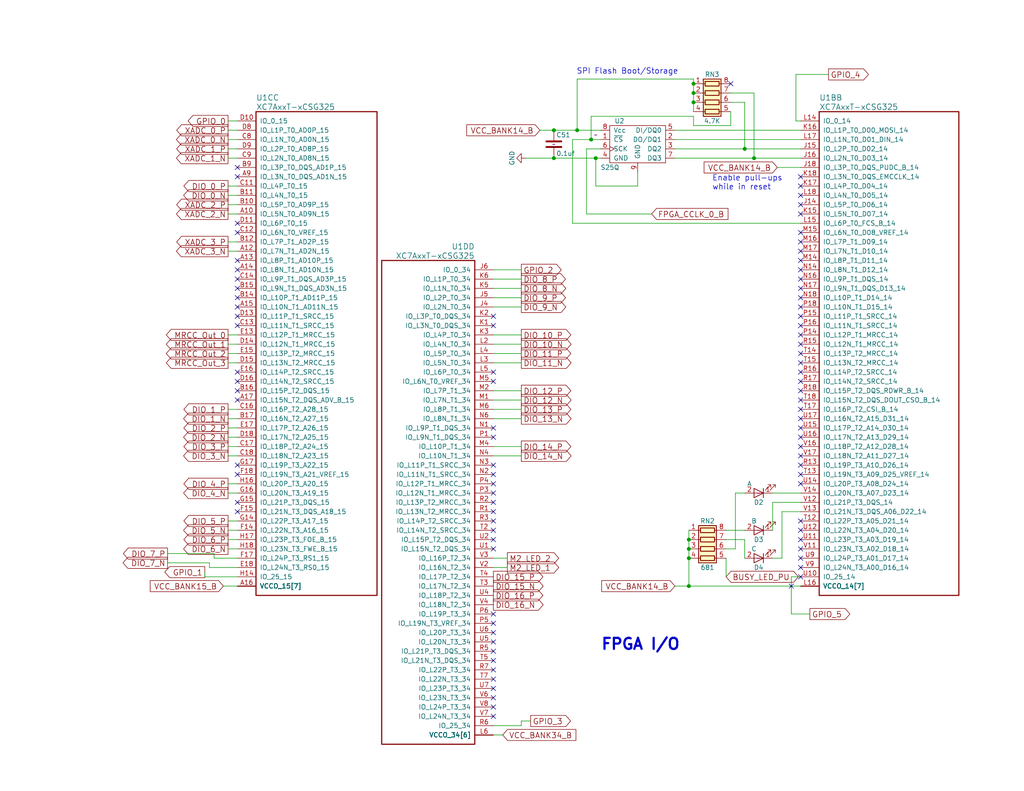
<source format=kicad_sch>
(kicad_sch (version 20250114) (generator "eeschema") (generator_version "9.0")
  (paper "A")
  (title_block (title "hFPGA") (date "2025-09-16") (rev "D") (company "Ethan Yang (github.com/ethanyangtaco115) & Stanely Wang") (comment 1 "A modification of the PicoEVB (github.com/RHSResearchLLC/PicoEVB)") (comment 2 "An expansion"))
  (lib_symbols
    (symbol "CONN_01X06_1" (pin_names (offset 1.016) (hide yes))
      (property "Reference" "J" (at 0 8.89 0))
      (property "Value" "CONN_01X06" (at 2.54 0 90))
      (symbol "CONN_01X06_1_1_1"
        (pin passive line (at -5.08 6.35 0) (length 3.81) (name "P1") (number "1"))
        (pin passive line (at -5.08 3.81 0) (length 3.81) (name "P2") (number "2"))
        (pin passive line (at -5.08 1.27 0) (length 3.81) (name "P3") (number "3"))
        (pin passive line (at -5.08 -1.27 0) (length 3.81) (name "P4") (number "4"))
        (pin passive line (at -5.08 -3.81 0) (length 3.81) (name "P5") (number "5"))
        (pin passive line (at -5.08 -6.35 0) (length 3.81) (name "P6") (number "6"))
      )
    )
    (symbol "C_1" (pin_numbers (hide yes)) (pin_names (offset 0.254))
      (property "Reference" "C" (at 0.635 2.54 0))
      (property "Value" "C" (at 0.635 -2.54 0))
      (symbol "C_1_1_1"
        (pin passive line (at 0 3.81 270) (length 2.794) (name "~") (number "1"))
        (pin passive line (at 0 -3.81 90) (length 2.794) (name "~") (number "2"))
      )
    )
    (symbol "C_2" (pin_numbers (hide yes)) (pin_names (offset 0.254))
      (property "Reference" "C" (at 0.635 2.54 0))
      (property "Value" "C" (at 0.635 -2.54 0))
      (symbol "C_2_1_1"
        (pin passive line (at 0 3.81 270) (length 2.794) (name "~") (number "1"))
        (pin passive line (at 0 -3.81 90) (length 2.794) (name "~") (number "2"))
      )
    )
    (symbol "GND_1" (power) (pin_names (offset 0))
      (property "Value" "GND" (at 0 -3.81 0))
      (symbol "GND_1_1_1"
        (pin power_in line (at 0 0 270) (length 0) (hide yes) (name "GND") (number "1"))
      )
    )
    (symbol "GND_2" (power) (pin_names (offset 0))
      (property "Value" "GND" (at 0 -3.81 0))
      (symbol "GND_2_1_1"
        (pin power_in line (at 0 0 270) (length 0) (hide yes) (name "GND") (number "1"))
      )
    )
    (symbol "GND_3" (power) (pin_names (offset 0))
      (property "Value" "GND" (at 0 -3.81 0))
      (symbol "GND_3_1_1"
        (pin power_in line (at 0 0 270) (length 0) (hide yes) (name "GND") (number "1"))
      )
    )
    (symbol "LED_1" (pin_names (offset 1.016) (hide yes))
      (property "Reference" "D" (at 0 2.54 0))
      (property "Value" "LED" (at 0 -2.54 0))
      (symbol "LED_1_1_1"
        (pin passive line (at -3.81 0 0) (length 2.54) (name "K") (number "1"))
        (pin passive line (at 3.81 0 180) (length 2.54) (name "A") (number "2"))
      )
    )
    (symbol "LED_2" (pin_names (offset 1.016) (hide yes))
      (property "Reference" "D" (at 0 2.54 0))
      (property "Value" "LED" (at 0 -2.54 0))
      (symbol "LED_2_1_1"
        (pin passive line (at -3.81 0 0) (length 2.54) (name "K") (number "1"))
        (pin passive line (at 3.81 0 180) (length 2.54) (name "A") (number "2"))
      )
    )
    (symbol "LED_3" (pin_names (offset 1.016) (hide yes))
      (property "Reference" "D" (at 0 2.54 0))
      (property "Value" "LED" (at 0 -2.54 0))
      (symbol "LED_3_1_1"
        (pin passive line (at -3.81 0 0) (length 2.54) (name "K") (number "1"))
        (pin passive line (at 3.81 0 180) (length 2.54) (name "A") (number "2"))
      )
    )
    (symbol "LED_4" (pin_names (offset 1.016) (hide yes))
      (property "Reference" "D" (at 0 2.54 0))
      (property "Value" "LED" (at 0 -2.54 0))
      (symbol "LED_4_1_1"
        (pin passive line (at -3.81 0 0) (length 2.54) (name "K") (number "1"))
        (pin passive line (at 3.81 0 180) (length 2.54) (name "A") (number "2"))
      )
    )
    (symbol "LED_5" (pin_names (offset 1.016) (hide yes))
      (property "Reference" "D" (at 0 2.54 0))
      (property "Value" "LED" (at 0 -2.54 0))
      (symbol "LED_5_1_1"
        (pin passive line (at -3.81 0 0) (length 2.54) (name "K") (number "1"))
        (pin passive line (at 3.81 0 180) (length 2.54) (name "A") (number "2"))
      )
    )
    (symbol "LED_6" (pin_names (offset 1.016) (hide yes))
      (property "Reference" "D" (at 0 2.54 0))
      (property "Value" "LED" (at 0 -2.54 0))
      (symbol "LED_6_1_1"
        (pin passive line (at -3.81 0 0) (length 2.54) (name "K") (number "1"))
        (pin passive line (at 3.81 0 180) (length 2.54) (name "A") (number "2"))
      )
    )
    (symbol "R_Pack04_1" (pin_names (offset 0) (hide yes))
      (property "Reference" "RN" (at -7.62 0 90))
      (property "Value" "R_Pack04" (at 5.08 0 90))
      (symbol "R_Pack04_1_1_1"
        (pin passive line (at -5.08 5.08 270) (length 2.54) (name "R1.2") (number "8"))
        (pin passive line (at -5.08 -5.08 90) (length 2.54) (name "R1.1") (number "1"))
        (pin passive line (at -2.54 5.08 270) (length 2.54) (name "R2.2") (number "7"))
        (pin passive line (at -2.54 -5.08 90) (length 2.54) (name "R2.1") (number "2"))
        (pin passive line (at 0 5.08 270) (length 2.54) (name "R3.2") (number "6"))
        (pin passive line (at 0 -5.08 90) (length 2.54) (name "R3.1") (number "3"))
        (pin passive line (at 2.54 5.08 270) (length 2.54) (name "R4.2") (number "5"))
        (pin passive line (at 2.54 -5.08 90) (length 2.54) (name "R4.1") (number "4"))
      )
    )
    (symbol "R_Pack04_2" (pin_names (offset 0) (hide yes))
      (property "Reference" "RN" (at -7.62 0 90))
      (property "Value" "R_Pack04" (at 5.08 0 90))
      (symbol "R_Pack04_2_1_1"
        (pin passive line (at -5.08 5.08 270) (length 2.54) (name "R1.2") (number "8"))
        (pin passive line (at -5.08 -5.08 90) (length 2.54) (name "R1.1") (number "1"))
        (pin passive line (at -2.54 5.08 270) (length 2.54) (name "R2.2") (number "7"))
        (pin passive line (at -2.54 -5.08 90) (length 2.54) (name "R2.1") (number "2"))
        (pin passive line (at 0 5.08 270) (length 2.54) (name "R3.2") (number "6"))
        (pin passive line (at 0 -5.08 90) (length 2.54) (name "R3.1") (number "3"))
        (pin passive line (at 2.54 5.08 270) (length 2.54) (name "R4.2") (number "5"))
        (pin passive line (at 2.54 -5.08 90) (length 2.54) (name "R4.1") (number "4"))
      )
    )
    (symbol "R_Pack04_3" (pin_names (offset 0) (hide yes))
      (property "Reference" "RN" (at -7.62 0 90))
      (property "Value" "R_Pack04" (at 5.08 0 90))
      (symbol "R_Pack04_3_1_1"
        (pin passive line (at -5.08 5.08 270) (length 2.54) (name "R1.2") (number "8"))
        (pin passive line (at -5.08 -5.08 90) (length 2.54) (name "R1.1") (number "1"))
        (pin passive line (at -2.54 5.08 270) (length 2.54) (name "R2.2") (number "7"))
        (pin passive line (at -2.54 -5.08 90) (length 2.54) (name "R2.1") (number "2"))
        (pin passive line (at 0 5.08 270) (length 2.54) (name "R3.2") (number "6"))
        (pin passive line (at 0 -5.08 90) (length 2.54) (name "R3.1") (number "3"))
        (pin passive line (at 2.54 5.08 270) (length 2.54) (name "R4.2") (number "5"))
        (pin passive line (at 2.54 -5.08 90) (length 2.54) (name "R4.1") (number "4"))
      )
    )
    (symbol "R_Pack04_4" (pin_names (offset 0) (hide yes))
      (property "Reference" "RN" (at -7.62 0 90))
      (property "Value" "R_Pack04" (at 5.08 0 90))
      (symbol "R_Pack04_4_1_1"
        (pin passive line (at -5.08 5.08 270) (length 2.54) (name "R1.2") (number "8"))
        (pin passive line (at -5.08 -5.08 90) (length 2.54) (name "R1.1") (number "1"))
        (pin passive line (at -2.54 5.08 270) (length 2.54) (name "R2.2") (number "7"))
        (pin passive line (at -2.54 -5.08 90) (length 2.54) (name "R2.1") (number "2"))
        (pin passive line (at 0 5.08 270) (length 2.54) (name "R3.2") (number "6"))
        (pin passive line (at 0 -5.08 90) (length 2.54) (name "R3.1") (number "3"))
        (pin passive line (at 2.54 5.08 270) (length 2.54) (name "R4.2") (number "5"))
        (pin passive line (at 2.54 -5.08 90) (length 2.54) (name "R4.1") (number "4"))
      )
    )
    (symbol "W25Q_1" (pin_names (offset 1.016))
      (property "Reference" "U" (at -3.81 2.54 0))
      (property "Value" "W25Q" (at -7.62 -10.16 0))
      (symbol "W25Q_1_1_1"
        (pin power_in line (at -7.62 0 0) (length 2.54) (name "Vcc") (number "8"))
        (pin input line (at -7.62 -2.54 0) (length 2.54) (name "~{CS}") (number "1"))
        (pin input clock (at -7.62 -5.08 0) (length 2.54) (name "SCK") (number "6"))
        (pin power_in line (at -7.62 -7.62 0) (length 2.54) (name "GND") (number "4"))
        (pin power_in line (at 2.54 -11.43 90) (length 2.54) (name "GND") (number "9"))
        (pin output line (at 12.7 0 180) (length 2.54) (name "DI/DQ0") (number "5"))
        (pin output line (at 12.7 -2.54 180) (length 2.54) (name "DO/DQ1") (number "2"))
        (pin output line (at 12.7 -5.08 180) (length 2.54) (name "DQ2") (number "3"))
        (pin output line (at 12.7 -7.62 180) (length 2.54) (name "DQ3") (number "7"))
      )
    )
    (symbol "W25Q_2" (pin_names (offset 1.016))
      (property "Reference" "U" (at -3.81 2.54 0))
      (property "Value" "W25Q" (at -7.62 -10.16 0))
      (symbol "W25Q_2_1_1"
        (pin power_in line (at -7.62 0 0) (length 2.54) (name "Vcc") (number "8"))
        (pin input line (at -7.62 -2.54 0) (length 2.54) (name "~{CS}") (number "1"))
        (pin input clock (at -7.62 -5.08 0) (length 2.54) (name "SCK") (number "6"))
        (pin power_in line (at -7.62 -7.62 0) (length 2.54) (name "GND") (number "4"))
        (pin power_in line (at 2.54 -11.43 90) (length 2.54) (name "GND") (number "9"))
        (pin output line (at 12.7 0 180) (length 2.54) (name "DI/DQ0") (number "5"))
        (pin output line (at 12.7 -2.54 180) (length 2.54) (name "DO/DQ1") (number "2"))
        (pin output line (at 12.7 -5.08 180) (length 2.54) (name "DQ2") (number "3"))
        (pin output line (at 12.7 -7.62 180) (length 2.54) (name "DQ3") (number "7"))
      )
    )
    (symbol "xc7a50tcsg325_1" (pin_names (offset 1.016))
      (property "Reference" "U" (at 1.27 3.81 0))
      (property "Value" "xc7a50tcsg325" (at 8.89 3.81 0))
      (symbol "xc7a50tcsg325_1_1_1"
        (pin power_in line (at 0 0 0) (length 5.08) (name "VCCO_0[2]") (number "E10"))
        (pin power_in line (at 0 0 0) (length 5.08) (name "VCCO_0[2]") (number "R10"))
        (pin power_in line (at 0 -2.54 0) (length 5.08) (name "VCCBATT_0") (number "E11"))
        (pin input line (at 0 -6.35 0) (length 5.08) (name "CFGBVS_0") (number "E12"))
        (pin input line (at 0 -8.89 0) (length 5.08) (name "M0_0") (number "R12"))
        (pin input line (at 0 -11.43 0) (length 5.08) (name "M1_0") (number "R11"))
        (pin input line (at 0 -13.97 0) (length 5.08) (name "M2_0") (number "F13"))
        (pin input line (at 0 -17.78 0) (length 5.08) (name "TDI_0") (number "T9"))
        (pin output line (at 0 -20.32 0) (length 5.08) (name "TDO_0") (number "T8"))
        (pin input line (at 0 -22.86 0) (length 5.08) (name "TMS_0") (number "R8"))
        (pin input line (at 0 -25.4 0) (length 5.08) (name "TCK_0") (number "F8"))
        (pin input line (at 0 -29.21 0) (length 5.08) (name "PROGRAM_B_0") (number "P10"))
        (pin input line (at 0 -31.75 0) (length 5.08) (name "INIT_B_0") (number "T10"))
        (pin output line (at 0 -34.29 0) (length 5.08) (name "DONE_0") (number "F12"))
        (pin input line (at 0 -38.1 0) (length 5.08) (name "CCLK_0") (number "E8"))
        (pin power_in line (at 36.83 0 180) (length 5.08) (name "VCCADC_0") (number "J10"))
        (pin power_in line (at 36.83 -2.54 180) (length 5.08) (name "GNDADC_0") (number "J9"))
        (pin input line (at 36.83 -5.08 180) (length 5.08) (name "VREFP_0") (number "L10"))
        (pin input line (at 36.83 -7.62 180) (length 5.08) (name "VREFN_0") (number "K9"))
        (pin input line (at 36.83 -10.16 180) (length 5.08) (name "VP_0") (number "K10"))
        (pin input line (at 36.83 -12.7 180) (length 5.08) (name "VN_0") (number "L9"))
        (pin passive line (at 36.83 -16.51 180) (length 5.08) (name "DXN_0") (number "M9"))
        (pin passive line (at 36.83 -19.05 180) (length 5.08) (name "DXP_0") (number "M10"))
      )
      (symbol "xc7a50tcsg325_1_2_1"
        (pin bidirectional line (at 0 0 0) (length 5.08) (name "IO_0_14") (number "L14"))
        (pin bidirectional line (at 0 -2.54 0) (length 5.08) (name "IO_L1P_T0_D00_MOSI_14") (number "K16"))
        (pin bidirectional line (at 0 -5.08 0) (length 5.08) (name "IO_L1N_T0_D01_DIN_14") (number "L17"))
        (pin bidirectional line (at 0 -7.62 0) (length 5.08) (name "IO_L2P_T0_D02_14") (number "J15"))
        (pin bidirectional line (at 0 -10.16 0) (length 5.08) (name "IO_L2N_T0_D03_14") (number "J16"))
        (pin bidirectional line (at 0 -12.7 0) (length 5.08) (name "IO_L3P_T0_DQS_PUDC_B_14") (number "J18"))
        (pin bidirectional line (at 0 -15.24 0) (length 5.08) (name "IO_L3N_T0_DQS_EMCCLK_14") (number "K18"))
        (pin bidirectional line (at 0 -17.78 0) (length 5.08) (name "IO_L4P_T0_D04_14") (number "K17"))
        (pin bidirectional line (at 0 -20.32 0) (length 5.08) (name "IO_L4N_T0_D05_14") (number "L18"))
        (pin bidirectional line (at 0 -22.86 0) (length 5.08) (name "IO_L5P_T0_D06_14") (number "J14"))
        (pin bidirectional line (at 0 -25.4 0) (length 5.08) (name "IO_L5N_T0_D07_14") (number "K15"))
        (pin bidirectional line (at 0 -27.94 0) (length 5.08) (name "IO_L6P_T0_FCS_B_14") (number "L15"))
        (pin bidirectional line (at 0 -30.48 0) (length 5.08) (name "IO_L6N_T0_D08_VREF_14") (number "M15"))
        (pin bidirectional line (at 0 -33.02 0) (length 5.08) (name "IO_L7P_T1_D09_14") (number "M16"))
        (pin bidirectional line (at 0 -35.56 0) (length 5.08) (name "IO_L7N_T1_D10_14") (number "M17"))
        (pin bidirectional line (at 0 -38.1 0) (length 5.08) (name "IO_L8P_T1_D11_14") (number "M14"))
        (pin bidirectional line (at 0 -40.64 0) (length 5.08) (name "IO_L8N_T1_D12_14") (number "N14"))
        (pin bidirectional line (at 0 -43.18 0) (length 5.08) (name "IO_L9P_T1_DQS_14") (number "N16"))
        (pin bidirectional line (at 0 -45.72 0) (length 5.08) (name "IO_L9N_T1_DQS_D13_14") (number "N17"))
        (pin bidirectional line (at 0 -48.26 0) (length 5.08) (name "IO_L10P_T1_D14_14") (number "N18"))
        (pin bidirectional line (at 0 -50.8 0) (length 5.08) (name "IO_L10N_T1_D15_14") (number "P18"))
        (pin bidirectional line (at 0 -53.34 0) (length 5.08) (name "IO_L11P_T1_SRCC_14") (number "P15"))
        (pin bidirectional line (at 0 -55.88 0) (length 5.08) (name "IO_L11N_T1_SRCC_14") (number "P16"))
        (pin bidirectional line (at 0 -58.42 0) (length 5.08) (name "IO_L12P_T1_MRCC_14") (number "P14"))
        (pin bidirectional line (at 0 -60.96 0) (length 5.08) (name "IO_L12N_T1_MRCC_14") (number "R15"))
        (pin bidirectional line (at 0 -63.5 0) (length 5.08) (name "IO_L13P_T2_MRCC_14") (number "T14"))
        (pin bidirectional line (at 0 -66.04 0) (length 5.08) (name "IO_L13N_T2_MRCC_14") (number "T15"))
        (pin bidirectional line (at 0 -68.58 0) (length 5.08) (name "IO_L14P_T2_SRCC_14") (number "R16"))
        (pin bidirectional line (at 0 -71.12 0) (length 5.08) (name "IO_L14N_T2_SRCC_14") (number "R17"))
        (pin bidirectional line (at 0 -73.66 0) (length 5.08) (name "IO_L15P_T2_DQS_RDWR_B_14") (number "R18"))
        (pin bidirectional line (at 0 -76.2 0) (length 5.08) (name "IO_L15N_T2_DQS_DOUT_CSO_B_14") (number "T18"))
        (pin bidirectional line (at 0 -78.74 0) (length 5.08) (name "IO_L16P_T2_CSI_B_14") (number "T17"))
        (pin bidirectional line (at 0 -81.28 0) (length 5.08) (name "IO_L16N_T2_A15_D31_14") (number "U17"))
        (pin bidirectional line (at 0 -83.82 0) (length 5.08) (name "IO_L17P_T2_A14_D30_14") (number "U15"))
        (pin bidirectional line (at 0 -86.36 0) (length 5.08) (name "IO_L17N_T2_A13_D29_14") (number "U16"))
        (pin bidirectional line (at 0 -88.9 0) (length 5.08) (name "IO_L18P_T2_A12_D28_14") (number "V16"))
        (pin bidirectional line (at 0 -91.44 0) (length 5.08) (name "IO_L18N_T2_A11_D27_14") (number "V17"))
        (pin bidirectional line (at 0 -93.98 0) (length 5.08) (name "IO_L19P_T3_A10_D26_14") (number "R13"))
        (pin bidirectional line (at 0 -96.52 0) (length 5.08) (name "IO_L19N_T3_A09_D25_VREF_14") (number "T13"))
        (pin bidirectional line (at 0 -99.06 0) (length 5.08) (name "IO_L20P_T3_A08_D24_14") (number "U14"))
        (pin bidirectional line (at 0 -101.6 0) (length 5.08) (name "IO_L20N_T3_A07_D23_14") (number "V14"))
        (pin bidirectional line (at 0 -104.14 0) (length 5.08) (name "IO_L21P_T3_DQS_14") (number "V12"))
        (pin bidirectional line (at 0 -106.68 0) (length 5.08) (name "IO_L21N_T3_DQS_A06_D22_14") (number "V13"))
        (pin bidirectional line (at 0 -109.22 0) (length 5.08) (name "IO_L22P_T3_A05_D21_14") (number "T12"))
        (pin bidirectional line (at 0 -111.76 0) (length 5.08) (name "IO_L22N_T3_A04_D20_14") (number "U12"))
        (pin bidirectional line (at 0 -114.3 0) (length 5.08) (name "IO_L23P_T3_A03_D19_14") (number "U11"))
        (pin bidirectional line (at 0 -116.84 0) (length 5.08) (name "IO_L23N_T3_A02_D18_14") (number "V11"))
        (pin bidirectional line (at 0 -119.38 0) (length 5.08) (name "IO_L24P_T3_A01_D17_14") (number "U9"))
        (pin bidirectional line (at 0 -121.92 0) (length 5.08) (name "IO_L24N_T3_A00_D16_14") (number "V9"))
        (pin bidirectional line (at 0 -124.46 0) (length 5.08) (name "IO_25_14") (number "U10"))
        (pin power_in line (at 0 -127 0) (length 5.08) (name "VCCO_14[7]") (number "L16"))
        (pin power_in line (at 0 -127 0) (length 5.08) (name "VCCO_14[7]") (number "P17"))
        (pin power_in line (at 0 -127 0) (length 5.08) (name "VCCO_14[7]") (number "R14"))
        (pin power_in line (at 0 -127 0) (length 5.08) (name "VCCO_14[7]") (number "T11"))
        (pin power_in line (at 0 -127 0) (length 5.08) (name "VCCO_14[7]") (number "U18"))
        (pin power_in line (at 0 -127 0) (length 5.08) (name "VCCO_14[7]") (number "U8"))
        (pin power_in line (at 0 -127 0) (length 5.08) (name "VCCO_14[7]") (number "V15"))
      )
      (symbol "xc7a50tcsg325_1_3_1"
        (pin bidirectional line (at 0 0 0) (length 5.08) (name "IO_0_15") (number "D10"))
        (pin bidirectional line (at 0 -2.54 0) (length 5.08) (name "IO_L1P_T0_AD0P_15") (number "D8"))
        (pin bidirectional line (at 0 -5.08 0) (length 5.08) (name "IO_L1N_T0_AD0N_15") (number "C8"))
        (pin bidirectional line (at 0 -7.62 0) (length 5.08) (name "IO_L2P_T0_AD8P_15") (number "D9"))
        (pin bidirectional line (at 0 -10.16 0) (length 5.08) (name "IO_L2N_T0_AD8N_15") (number "C9"))
        (pin bidirectional line (at 0 -12.7 0) (length 5.08) (name "IO_L3P_T0_DQS_AD1P_15") (number "B9"))
        (pin bidirectional line (at 0 -15.24 0) (length 5.08) (name "IO_L3N_T0_DQS_AD1N_15") (number "A9"))
        (pin bidirectional line (at 0 -17.78 0) (length 5.08) (name "IO_L4P_T0_15") (number "C11"))
        (pin bidirectional line (at 0 -20.32 0) (length 5.08) (name "IO_L4N_T0_15") (number "B11"))
        (pin bidirectional line (at 0 -22.86 0) (length 5.08) (name "IO_L5P_T0_AD9P_15") (number "B10"))
        (pin bidirectional line (at 0 -25.4 0) (length 5.08) (name "IO_L5N_T0_AD9N_15") (number "A10"))
        (pin bidirectional line (at 0 -27.94 0) (length 5.08) (name "IO_L6P_T0_15") (number "D11"))
        (pin bidirectional line (at 0 -30.48 0) (length 5.08) (name "IO_L6N_T0_VREF_15") (number "C12"))
        (pin bidirectional line (at 0 -33.02 0) (length 5.08) (name "IO_L7P_T1_AD2P_15") (number "B12"))
        (pin bidirectional line (at 0 -35.56 0) (length 5.08) (name "IO_L7N_T1_AD2N_15") (number "A12"))
        (pin bidirectional line (at 0 -38.1 0) (length 5.08) (name "IO_L8P_T1_AD10P_15") (number "A13"))
        (pin bidirectional line (at 0 -40.64 0) (length 5.08) (name "IO_L8N_T1_AD10N_15") (number "A14"))
        (pin bidirectional line (at 0 -43.18 0) (length 5.08) (name "IO_L9P_T1_DQS_AD3P_15") (number "C14"))
        (pin bidirectional line (at 0 -45.72 0) (length 5.08) (name "IO_L9N_T1_DQS_AD3N_15") (number "B15"))
        (pin bidirectional line (at 0 -48.26 0) (length 5.08) (name "IO_L10P_T1_AD11P_15") (number "B14"))
        (pin bidirectional line (at 0 -50.8 0) (length 5.08) (name "IO_L10N_T1_AD11N_15") (number "A15"))
        (pin bidirectional line (at 0 -53.34 0) (length 5.08) (name "IO_L11P_T1_SRCC_15") (number "D13"))
        (pin bidirectional line (at 0 -55.88 0) (length 5.08) (name "IO_L11N_T1_SRCC_15") (number "C13"))
        (pin bidirectional line (at 0 -58.42 0) (length 5.08) (name "IO_L12P_T1_MRCC_15") (number "E13"))
        (pin bidirectional line (at 0 -60.96 0) (length 5.08) (name "IO_L12N_T1_MRCC_15") (number "D14"))
        (pin bidirectional line (at 0 -63.5 0) (length 5.08) (name "IO_L13P_T2_MRCC_15") (number "E15"))
        (pin bidirectional line (at 0 -66.04 0) (length 5.08) (name "IO_L13N_T2_MRCC_15") (number "D15"))
        (pin bidirectional line (at 0 -68.58 0) (length 5.08) (name "IO_L14P_T2_SRCC_15") (number "E16"))
        (pin bidirectional line (at 0 -71.12 0) (length 5.08) (name "IO_L14N_T2_SRCC_15") (number "D16"))
        (pin bidirectional line (at 0 -73.66 0) (length 5.08) (name "IO_L15P_T2_DQS_15") (number "B16"))
        (pin bidirectional line (at 0 -76.2 0) (length 5.08) (name "IO_L15N_T2_DQS_ADV_B_15") (number "A17"))
        (pin bidirectional line (at 0 -78.74 0) (length 5.08) (name "IO_L16P_T2_A28_15") (number "C16"))
        (pin bidirectional line (at 0 -81.28 0) (length 5.08) (name "IO_L16N_T2_A27_15") (number "B17"))
        (pin bidirectional line (at 0 -83.82 0) (length 5.08) (name "IO_L17P_T2_A26_15") (number "E17"))
        (pin bidirectional line (at 0 -86.36 0) (length 5.08) (name "IO_L17N_T2_A25_15") (number "D18"))
        (pin bidirectional line (at 0 -88.9 0) (length 5.08) (name "IO_L18P_T2_A24_15") (number "C17"))
        (pin bidirectional line (at 0 -91.44 0) (length 5.08) (name "IO_L18N_T2_A23_15") (number "C18"))
        (pin bidirectional line (at 0 -93.98 0) (length 5.08) (name "IO_L19P_T3_A22_15") (number "G17"))
        (pin bidirectional line (at 0 -96.52 0) (length 5.08) (name "IO_L19N_T3_A21_VREF_15") (number "F18"))
        (pin bidirectional line (at 0 -99.06 0) (length 5.08) (name "IO_L20P_T3_A20_15") (number "H16"))
        (pin bidirectional line (at 0 -101.6 0) (length 5.08) (name "IO_L20N_T3_A19_15") (number "G16"))
        (pin bidirectional line (at 0 -104.14 0) (length 5.08) (name "IO_L21P_T3_DQS_15") (number "G15"))
        (pin bidirectional line (at 0 -106.68 0) (length 5.08) (name "IO_L21N_T3_DQS_A18_15") (number "F15"))
        (pin bidirectional line (at 0 -109.22 0) (length 5.08) (name "IO_L22P_T3_A17_15") (number "G14"))
        (pin bidirectional line (at 0 -111.76 0) (length 5.08) (name "IO_L22N_T3_A16_15") (number "F14"))
        (pin bidirectional line (at 0 -114.3 0) (length 5.08) (name "IO_L23P_T3_FOE_B_15") (number "H17"))
        (pin bidirectional line (at 0 -116.84 0) (length 5.08) (name "IO_L23N_T3_FWE_B_15") (number "H18"))
        (pin bidirectional line (at 0 -119.38 0) (length 5.08) (name "IO_L24P_T3_RS1_15") (number "F17"))
        (pin bidirectional line (at 0 -121.92 0) (length 5.08) (name "IO_L24N_T3_RS0_15") (number "E18"))
        (pin bidirectional line (at 0 -124.46 0) (length 5.08) (name "IO_25_15") (number "H14"))
        (pin power_in line (at 0 -127 0) (length 5.08) (name "VCCO_15[7]") (number "A16"))
        (pin power_in line (at 0 -127 0) (length 5.08) (name "VCCO_15[7]") (number "B13"))
        (pin power_in line (at 0 -127 0) (length 5.08) (name "VCCO_15[7]") (number "C10"))
        (pin power_in line (at 0 -127 0) (length 5.08) (name "VCCO_15[7]") (number "D17"))
        (pin power_in line (at 0 -127 0) (length 5.08) (name "VCCO_15[7]") (number "E14"))
        (pin power_in line (at 0 -127 0) (length 5.08) (name "VCCO_15[7]") (number "G18"))
        (pin power_in line (at 0 -127 0) (length 5.08) (name "VCCO_15[7]") (number "H15"))
      )
      (symbol "xc7a50tcsg325_1_4_1"
        (pin bidirectional line (at 0 0 0) (length 5.08) (name "IO_0_34") (number "J6"))
        (pin bidirectional line (at 0 -2.54 0) (length 5.08) (name "IO_L1P_T0_34") (number "K6"))
        (pin bidirectional line (at 0 -5.08 0) (length 5.08) (name "IO_L1N_T0_34") (number "K5"))
        (pin bidirectional line (at 0 -7.62 0) (length 5.08) (name "IO_L2P_T0_34") (number "J5"))
        (pin bidirectional line (at 0 -10.16 0) (length 5.08) (name "IO_L2N_T0_34") (number "J4"))
        (pin bidirectional line (at 0 -12.7 0) (length 5.08) (name "IO_L3P_T0_DQS_34") (number "K2"))
        (pin bidirectional line (at 0 -15.24 0) (length 5.08) (name "IO_L3N_T0_DQS_34") (number "K1"))
        (pin bidirectional line (at 0 -17.78 0) (length 5.08) (name "IO_L4P_T0_34") (number "K3"))
        (pin bidirectional line (at 0 -20.32 0) (length 5.08) (name "IO_L4N_T0_34") (number "L2"))
        (pin bidirectional line (at 0 -22.86 0) (length 5.08) (name "IO_L5P_T0_34") (number "L4"))
        (pin bidirectional line (at 0 -25.4 0) (length 5.08) (name "IO_L5N_T0_34") (number "L3"))
        (pin bidirectional line (at 0 -27.94 0) (length 5.08) (name "IO_L6P_T0_34") (number "L5"))
        (pin bidirectional line (at 0 -30.48 0) (length 5.08) (name "IO_L6N_T0_VREF_34") (number "M5"))
        (pin bidirectional line (at 0 -33.02 0) (length 5.08) (name "IO_L7P_T1_34") (number "M2"))
        (pin bidirectional line (at 0 -35.56 0) (length 5.08) (name "IO_L7N_T1_34") (number "M1"))
        (pin bidirectional line (at 0 -38.1 0) (length 5.08) (name "IO_L8P_T1_34") (number "M6"))
        (pin bidirectional line (at 0 -40.64 0) (length 5.08) (name "IO_L8N_T1_34") (number "N6"))
        (pin bidirectional line (at 0 -43.18 0) (length 5.08) (name "IO_L9P_T1_DQS_34") (number "N1"))
        (pin bidirectional line (at 0 -45.72 0) (length 5.08) (name "IO_L9N_T1_DQS_34") (number "P1"))
        (pin bidirectional line (at 0 -48.26 0) (length 5.08) (name "IO_L10P_T1_34") (number "M4"))
        (pin bidirectional line (at 0 -50.8 0) (length 5.08) (name "IO_L10N_T1_34") (number "N4"))
        (pin bidirectional line (at 0 -53.34 0) (length 5.08) (name "IO_L11P_T1_SRCC_34") (number "N3"))
        (pin bidirectional line (at 0 -55.88 0) (length 5.08) (name "IO_L11N_T1_SRCC_34") (number "N2"))
        (pin bidirectional line (at 0 -58.42 0) (length 5.08) (name "IO_L12P_T1_MRCC_34") (number "P4"))
        (pin bidirectional line (at 0 -60.96 0) (length 5.08) (name "IO_L12N_T1_MRCC_34") (number "P3"))
        (pin bidirectional line (at 0 -63.5 0) (length 5.08) (name "IO_L13P_T2_MRCC_34") (number "R2"))
        (pin bidirectional line (at 0 -66.04 0) (length 5.08) (name "IO_L13N_T2_MRCC_34") (number "R1"))
        (pin bidirectional line (at 0 -68.58 0) (length 5.08) (name "IO_L14P_T2_SRCC_34") (number "R3"))
        (pin bidirectional line (at 0 -71.12 0) (length 5.08) (name "IO_L14N_T2_SRCC_34") (number "T2"))
        (pin bidirectional line (at 0 -73.66 0) (length 5.08) (name "IO_L15P_T2_DQS_34") (number "U2"))
        (pin bidirectional line (at 0 -76.2 0) (length 5.08) (name "IO_L15N_T2_DQS_34") (number "U1"))
        (pin bidirectional line (at 0 -78.74 0) (length 5.08) (name "IO_L16P_T2_34") (number "V3"))
        (pin bidirectional line (at 0 -81.28 0) (length 5.08) (name "IO_L16N_T2_34") (number "V2"))
        (pin bidirectional line (at 0 -83.82 0) (length 5.08) (name "IO_L17P_T2_34") (number "T4"))
        (pin bidirectional line (at 0 -86.36 0) (length 5.08) (name "IO_L17N_T2_34") (number "T3"))
        (pin bidirectional line (at 0 -88.9 0) (length 5.08) (name "IO_L18P_T2_34") (number "U4"))
        (pin bidirectional line (at 0 -91.44 0) (length 5.08) (name "IO_L18N_T2_34") (number "V4"))
        (pin bidirectional line (at 0 -93.98 0) (length 5.08) (name "IO_L19P_T3_34") (number "P6"))
        (pin bidirectional line (at 0 -96.52 0) (length 5.08) (name "IO_L19N_T3_VREF_34") (number "P5"))
        (pin bidirectional line (at 0 -99.06 0) (length 5.08) (name "IO_L20P_T3_34") (number "U6"))
        (pin bidirectional line (at 0 -101.6 0) (length 5.08) (name "IO_L20N_T3_34") (number "U5"))
        (pin bidirectional line (at 0 -104.14 0) (length 5.08) (name "IO_L21P_T3_DQS_34") (number "R5"))
        (pin bidirectional line (at 0 -106.68 0) (length 5.08) (name "IO_L21N_T3_DQS_34") (number "T5"))
        (pin bidirectional line (at 0 -109.22 0) (length 5.08) (name "IO_L22P_T3_34") (number "R7"))
        (pin bidirectional line (at 0 -111.76 0) (length 5.08) (name "IO_L22N_T3_34") (number "T7"))
        (pin bidirectional line (at 0 -114.3 0) (length 5.08) (name "IO_L23P_T3_34") (number "U7"))
        (pin bidirectional line (at 0 -116.84 0) (length 5.08) (name "IO_L23N_T3_34") (number "V6"))
        (pin bidirectional line (at 0 -119.38 0) (length 5.08) (name "IO_L24P_T3_34") (number "V8"))
        (pin bidirectional line (at 0 -121.92 0) (length 5.08) (name "IO_L24N_T3_34") (number "V7"))
        (pin bidirectional line (at 0 -124.46 0) (length 5.08) (name "IO_25_34") (number "R6"))
        (pin power_in line (at 0 -127 0) (length 5.08) (name "VCCO_34[6]") (number "L6"))
        (pin power_in line (at 0 -127 0) (length 5.08) (name "VCCO_34[6]") (number "M3"))
        (pin power_in line (at 0 -127 0) (length 5.08) (name "VCCO_34[6]") (number "P7"))
        (pin power_in line (at 0 -127 0) (length 5.08) (name "VCCO_34[6]") (number "R4"))
        (pin power_in line (at 0 -127 0) (length 5.08) (name "VCCO_34[6]") (number "T1"))
        (pin power_in line (at 0 -127 0) (length 5.08) (name "VCCO_34[6]") (number "V5"))
      )
      (symbol "xc7a50tcsg325_1_5_1"
        (pin passive line (at 0 0 0) (length 5.08) (name "MGTRREF_216") (number "A6"))
        (pin input line (at 0 -3.81 0) (length 5.08) (name "MGTREFCLK0P_216") (number "D6"))
        (pin input line (at 0 -6.35 0) (length 5.08) (name "MGTREFCLK0N_216") (number "D5"))
        (pin input line (at 0 -8.89 0) (length 5.08) (name "MGTREFCLK1P_216") (number "B6"))
        (pin input line (at 0 -11.43 0) (length 5.08) (name "MGTREFCLK1N_216") (number "B5"))
        (pin input line (at 0 -15.24 0) (length 5.08) (name "MGTPRXP0_216") (number "E4"))
        (pin input line (at 0 -17.78 0) (length 5.08) (name "MGTPRXN0_216") (number "E3"))
        (pin input line (at 0 -20.32 0) (length 5.08) (name "MGTPRXP1_216") (number "A4"))
        (pin input line (at 0 -22.86 0) (length 5.08) (name "MGTPRXN1_216") (number "A3"))
        (pin input line (at 0 -25.4 0) (length 5.08) (name "MGTPRXP2_216") (number "C4"))
        (pin input line (at 0 -27.94 0) (length 5.08) (name "MGTPRXN2_216") (number "C3"))
        (pin input line (at 0 -30.48 0) (length 5.08) (name "MGTPRXP3_216") (number "G4"))
        (pin input line (at 0 -33.02 0) (length 5.08) (name "MGTPRXN3_216") (number "G3"))
        (pin output line (at 45.72 -15.24 180) (length 5.08) (name "MGTPTXP0_216") (number "H2"))
        (pin output line (at 45.72 -17.78 180) (length 5.08) (name "MGTPTXN0_216") (number "H1"))
        (pin output line (at 45.72 -20.32 180) (length 5.08) (name "MGTPTXP1_216") (number "F2"))
        (pin output line (at 45.72 -22.86 180) (length 5.08) (name "MGTPTXN1_216") (number "F1"))
        (pin output line (at 45.72 -25.4 180) (length 5.08) (name "MGTPTXP2_216") (number "D2"))
        (pin output line (at 45.72 -27.94 180) (length 5.08) (name "MGTPTXN2_216") (number "D1"))
        (pin output line (at 45.72 -30.48 180) (length 5.08) (name "MGTPTXP3_216") (number "B2"))
        (pin output line (at 45.72 -33.02 180) (length 5.08) (name "MGTPTXN3_216") (number "B1"))
      )
      (symbol "xc7a50tcsg325_1_6_1"
        (pin power_in line (at 0 0 0) (length 5.08) (name "VCCAUX[5]") (number "G12"))
        (pin power_in line (at 0 0 0) (length 5.08) (name "VCCAUX[5]") (number "H13"))
        (pin power_in line (at 0 0 0) (length 5.08) (name "VCCAUX[5]") (number "K13"))
        (pin power_in line (at 0 0 0) (length 5.08) (name "VCCAUX[5]") (number "M13"))
        (pin power_in line (at 0 0 0) (length 5.08) (name "VCCAUX[5]") (number "P13"))
        (pin power_in line (at 0 -2.54 0) (length 5.08) (name "VCCINT[18]") (number "F7"))
        (pin power_in line (at 0 -2.54 0) (length 5.08) (name "VCCINT[18]") (number "F9"))
        (pin power_in line (at 0 -2.54 0) (length 5.08) (name "VCCINT[18]") (number "G8"))
        (pin power_in line (at 0 -2.54 0) (length 5.08) (name "VCCINT[18]") (number "H7"))
        (pin power_in line (at 0 -2.54 0) (length 5.08) (name "VCCINT[18]") (number "H9"))
        (pin power_in line (at 0 -2.54 0) (length 5.08) (name "VCCINT[18]") (number "J12"))
        (pin power_in line (at 0 -2.54 0) (length 5.08) (name "VCCINT[18]") (number "J8"))
        (pin power_in line (at 0 -2.54 0) (length 5.08) (name "VCCINT[18]") (number "K11"))
        (pin power_in line (at 0 -2.54 0) (length 5.08) (name "VCCINT[18]") (number "K7"))
        (pin power_in line (at 0 -2.54 0) (length 5.08) (name "VCCINT[18]") (number "L12"))
        (pin power_in line (at 0 -2.54 0) (length 5.08) (name "VCCINT[18]") (number "L8"))
        (pin power_in line (at 0 -2.54 0) (length 5.08) (name "VCCINT[18]") (number "M11"))
        (pin power_in line (at 0 -2.54 0) (length 5.08) (name "VCCINT[18]") (number "M7"))
        (pin power_in line (at 0 -2.54 0) (length 5.08) (name "VCCINT[18]") (number "N10"))
        (pin power_in line (at 0 -2.54 0) (length 5.08) (name "VCCINT[18]") (number "N12"))
        (pin power_in line (at 0 -2.54 0) (length 5.08) (name "VCCINT[18]") (number "N8"))
        (pin power_in line (at 0 -2.54 0) (length 5.08) (name "VCCINT[18]") (number "P11"))
        (pin power_in line (at 0 -2.54 0) (length 5.08) (name "VCCINT[18]") (number "P9"))
        (pin power_in line (at 0 -5.08 0) (length 5.08) (name "GND[75]") (number "A1"))
        (pin power_in line (at 0 -5.08 0) (length 5.08) (name "GND[75]") (number "A11"))
        (pin power_in line (at 0 -5.08 0) (length 5.08) (name "GND[75]") (number "A18"))
        (pin power_in line (at 0 -5.08 0) (length 5.08) (name "GND[75]") (number "A5"))
        (pin power_in line (at 0 -5.08 0) (length 5.08) (name "GND[75]") (number "A7"))
        (pin power_in line (at 0 -5.08 0) (length 5.08) (name "GND[75]") (number "A8"))
        (pin power_in line (at 0 -5.08 0) (length 5.08) (name "GND[75]") (number "B18"))
        (pin power_in line (at 0 -5.08 0) (length 5.08) (name "GND[75]") (number "B3"))
        (pin power_in line (at 0 -5.08 0) (length 5.08) (name "GND[75]") (number "B7"))
        (pin power_in line (at 0 -5.08 0) (length 5.08) (name "GND[75]") (number "B8"))
        (pin power_in line (at 0 -5.08 0) (length 5.08) (name "GND[75]") (number "C15"))
        (pin power_in line (at 0 -5.08 0) (length 5.08) (name "GND[75]") (number "C2"))
        (pin power_in line (at 0 -5.08 0) (length 5.08) (name "GND[75]") (number "C6"))
        (pin power_in line (at 0 -5.08 0) (length 5.08) (name "GND[75]") (number "C7"))
        (pin power_in line (at 0 -5.08 0) (length 5.08) (name "GND[75]") (number "D12"))
        (pin power_in line (at 0 -5.08 0) (length 5.08) (name "GND[75]") (number "D3"))
        (pin power_in line (at 0 -5.08 0) (length 5.08) (name "GND[75]") (number "D4"))
        (pin power_in line (at 0 -5.08 0) (length 5.08) (name "GND[75]") (number "D7"))
        (pin power_in line (at 0 -5.08 0) (length 5.08) (name "GND[75]") (number "E2"))
        (pin power_in line (at 0 -5.08 0) (length 5.08) (name "GND[75]") (number "E6"))
        (pin power_in line (at 0 -5.08 0) (length 5.08) (name "GND[75]") (number "E7"))
        (pin power_in line (at 0 -5.08 0) (length 5.08) (name "GND[75]") (number "E9"))
        (pin power_in line (at 0 -5.08 0) (length 5.08) (name "GND[75]") (number "F10"))
        (pin power_in line (at 0 -5.08 0) (length 5.08) (name "GND[75]") (number "F16"))
        (pin power_in line (at 0 -5.08 0) (length 5.08) (name "GND[75]") (number "F4"))
        (pin power_in line (at 0 -5.08 0) (length 5.08) (name "GND[75]") (number "F6"))
        (pin power_in line (at 0 -5.08 0) (length 5.08) (name "GND[75]") (number "G1"))
        (pin power_in line (at 0 -5.08 0) (length 5.08) (name "GND[75]") (number "G11"))
        (pin power_in line (at 0 -5.08 0) (length 5.08) (name "GND[75]") (number "G13"))
        (pin power_in line (at 0 -5.08 0) (length 5.08) (name "GND[75]") (number "G5"))
        (pin power_in line (at 0 -5.08 0) (length 5.08) (name "GND[75]") (number "G6"))
        (pin power_in line (at 0 -5.08 0) (length 5.08) (name "GND[75]") (number "G7"))
        (pin power_in line (at 0 -5.08 0) (length 5.08) (name "GND[75]") (number "G9"))
        (pin power_in line (at 0 -5.08 0) (length 5.08) (name "GND[75]") (number "H10"))
        (pin power_in line (at 0 -5.08 0) (length 5.08) (name "GND[75]") (number "H12"))
        (pin power_in line (at 0 -5.08 0) (length 5.08) (name "GND[75]") (number "H3"))
        (pin power_in line (at 0 -5.08 0) (length 5.08) (name "GND[75]") (number "H4"))
        (pin power_in line (at 0 -5.08 0) (length 5.08) (name "GND[75]") (number "H5"))
        (pin power_in line (at 0 -5.08 0) (length 5.08) (name "GND[75]") (number "H6"))
        (pin power_in line (at 0 -5.08 0) (length 5.08) (name "GND[75]") (number "H8"))
        (pin power_in line (at 0 -5.08 0) (length 5.08) (name "GND[75]") (number "J1"))
        (pin power_in line (at 0 -5.08 0) (length 5.08) (name "GND[75]") (number "J11"))
        (pin power_in line (at 0 -5.08 0) (length 5.08) (name "GND[75]") (number "J13"))
        (pin power_in line (at 0 -5.08 0) (length 5.08) (name "GND[75]") (number "J17"))
        (pin power_in line (at 0 -5.08 0) (length 5.08) (name "GND[75]") (number "J2"))
        (pin power_in line (at 0 -5.08 0) (length 5.08) (name "GND[75]") (number "J3"))
        (pin power_in line (at 0 -5.08 0) (length 5.08) (name "GND[75]") (number "J7"))
        (pin power_in line (at 0 -5.08 0) (length 5.08) (name "GND[75]") (number "K12"))
        (pin power_in line (at 0 -5.08 0) (length 5.08) (name "GND[75]") (number "K14"))
        (pin power_in line (at 0 -5.08 0) (length 5.08) (name "GND[75]") (number "K4"))
        (pin power_in line (at 0 -5.08 0) (length 5.08) (name "GND[75]") (number "K8"))
        (pin power_in line (at 0 -5.08 0) (length 5.08) (name "GND[75]") (number "L1"))
        (pin power_in line (at 0 -5.08 0) (length 5.08) (name "GND[75]") (number "L11"))
        (pin power_in line (at 0 -5.08 0) (length 5.08) (name "GND[75]") (number "L13"))
        (pin power_in line (at 0 -5.08 0) (length 5.08) (name "GND[75]") (number "L7"))
        (pin power_in line (at 0 -5.08 0) (length 5.08) (name "GND[75]") (number "M12"))
        (pin power_in line (at 0 -5.08 0) (length 5.08) (name "GND[75]") (number "M18"))
        (pin power_in line (at 0 -5.08 0) (length 5.08) (name "GND[75]") (number "M8"))
        (pin power_in line (at 0 -5.08 0) (length 5.08) (name "GND[75]") (number "N11"))
        (pin power_in line (at 0 -5.08 0) (length 5.08) (name "GND[75]") (number "N13"))
        (pin power_in line (at 0 -5.08 0) (length 5.08) (name "GND[75]") (number "N15"))
        (pin power_in line (at 0 -5.08 0) (length 5.08) (name "GND[75]") (number "N5"))
        (pin power_in line (at 0 -5.08 0) (length 5.08) (name "GND[75]") (number "N7"))
        (pin power_in line (at 0 -5.08 0) (length 5.08) (name "GND[75]") (number "N9"))
        (pin power_in line (at 0 -5.08 0) (length 5.08) (name "GND[75]") (number "P12"))
        (pin power_in line (at 0 -5.08 0) (length 5.08) (name "GND[75]") (number "P2"))
        (pin power_in line (at 0 -5.08 0) (length 5.08) (name "GND[75]") (number "P8"))
        (pin power_in line (at 0 -5.08 0) (length 5.08) (name "GND[75]") (number "R9"))
        (pin power_in line (at 0 -5.08 0) (length 5.08) (name "GND[75]") (number "T16"))
        (pin power_in line (at 0 -5.08 0) (length 5.08) (name "GND[75]") (number "T6"))
        (pin power_in line (at 0 -5.08 0) (length 5.08) (name "GND[75]") (number "U13"))
        (pin power_in line (at 0 -5.08 0) (length 5.08) (name "GND[75]") (number "U3"))
        (pin power_in line (at 0 -5.08 0) (length 5.08) (name "GND[75]") (number "V1"))
        (pin power_in line (at 0 -5.08 0) (length 5.08) (name "GND[75]") (number "V10"))
        (pin power_in line (at 0 -5.08 0) (length 5.08) (name "GND[75]") (number "V18"))
        (pin power_in line (at 0 -7.62 0) (length 5.08) (name "VCCBRAM[3]") (number "F11"))
        (pin power_in line (at 0 -7.62 0) (length 5.08) (name "VCCBRAM[3]") (number "G10"))
        (pin power_in line (at 0 -7.62 0) (length 5.08) (name "VCCBRAM[3]") (number "H11"))
        (pin power_in line (at 0 -10.16 0) (length 5.08) (name "MGTAVCC[4]") (number "B4"))
        (pin power_in line (at 0 -10.16 0) (length 5.08) (name "MGTAVCC[4]") (number "C5"))
        (pin power_in line (at 0 -10.16 0) (length 5.08) (name "MGTAVCC[4]") (number "E5"))
        (pin power_in line (at 0 -10.16 0) (length 5.08) (name "MGTAVCC[4]") (number "F5"))
        (pin power_in line (at 0 -12.7 0) (length 5.08) (name "MGTAVTT[5]") (number "A2"))
        (pin power_in line (at 0 -12.7 0) (length 5.08) (name "MGTAVTT[5]") (number "C1"))
        (pin power_in line (at 0 -12.7 0) (length 5.08) (name "MGTAVTT[5]") (number "E1"))
        (pin power_in line (at 0 -12.7 0) (length 5.08) (name "MGTAVTT[5]") (number "F3"))
        (pin power_in line (at 0 -12.7 0) (length 5.08) (name "MGTAVTT[5]") (number "G2"))
      )
    )
    (symbol "xc7a50tcsg325_2" (pin_names (offset 1.016))
      (property "Reference" "U" (at 1.27 3.81 0))
      (property "Value" "xc7a50tcsg325" (at 8.89 3.81 0))
      (symbol "xc7a50tcsg325_2_1_1"
        (pin power_in line (at 0 0 0) (length 5.08) (name "VCCO_0[2]") (number "E10"))
        (pin power_in line (at 0 0 0) (length 5.08) (name "VCCO_0[2]") (number "R10"))
        (pin power_in line (at 0 -2.54 0) (length 5.08) (name "VCCBATT_0") (number "E11"))
        (pin input line (at 0 -6.35 0) (length 5.08) (name "CFGBVS_0") (number "E12"))
        (pin input line (at 0 -8.89 0) (length 5.08) (name "M0_0") (number "R12"))
        (pin input line (at 0 -11.43 0) (length 5.08) (name "M1_0") (number "R11"))
        (pin input line (at 0 -13.97 0) (length 5.08) (name "M2_0") (number "F13"))
        (pin input line (at 0 -17.78 0) (length 5.08) (name "TDI_0") (number "T9"))
        (pin output line (at 0 -20.32 0) (length 5.08) (name "TDO_0") (number "T8"))
        (pin input line (at 0 -22.86 0) (length 5.08) (name "TMS_0") (number "R8"))
        (pin input line (at 0 -25.4 0) (length 5.08) (name "TCK_0") (number "F8"))
        (pin input line (at 0 -29.21 0) (length 5.08) (name "PROGRAM_B_0") (number "P10"))
        (pin input line (at 0 -31.75 0) (length 5.08) (name "INIT_B_0") (number "T10"))
        (pin output line (at 0 -34.29 0) (length 5.08) (name "DONE_0") (number "F12"))
        (pin input line (at 0 -38.1 0) (length 5.08) (name "CCLK_0") (number "E8"))
        (pin power_in line (at 36.83 0 180) (length 5.08) (name "VCCADC_0") (number "J10"))
        (pin power_in line (at 36.83 -2.54 180) (length 5.08) (name "GNDADC_0") (number "J9"))
        (pin input line (at 36.83 -5.08 180) (length 5.08) (name "VREFP_0") (number "L10"))
        (pin input line (at 36.83 -7.62 180) (length 5.08) (name "VREFN_0") (number "K9"))
        (pin input line (at 36.83 -10.16 180) (length 5.08) (name "VP_0") (number "K10"))
        (pin input line (at 36.83 -12.7 180) (length 5.08) (name "VN_0") (number "L9"))
        (pin passive line (at 36.83 -16.51 180) (length 5.08) (name "DXN_0") (number "M9"))
        (pin passive line (at 36.83 -19.05 180) (length 5.08) (name "DXP_0") (number "M10"))
      )
      (symbol "xc7a50tcsg325_2_2_1"
        (pin bidirectional line (at 0 0 0) (length 5.08) (name "IO_0_14") (number "L14"))
        (pin bidirectional line (at 0 -2.54 0) (length 5.08) (name "IO_L1P_T0_D00_MOSI_14") (number "K16"))
        (pin bidirectional line (at 0 -5.08 0) (length 5.08) (name "IO_L1N_T0_D01_DIN_14") (number "L17"))
        (pin bidirectional line (at 0 -7.62 0) (length 5.08) (name "IO_L2P_T0_D02_14") (number "J15"))
        (pin bidirectional line (at 0 -10.16 0) (length 5.08) (name "IO_L2N_T0_D03_14") (number "J16"))
        (pin bidirectional line (at 0 -12.7 0) (length 5.08) (name "IO_L3P_T0_DQS_PUDC_B_14") (number "J18"))
        (pin bidirectional line (at 0 -15.24 0) (length 5.08) (name "IO_L3N_T0_DQS_EMCCLK_14") (number "K18"))
        (pin bidirectional line (at 0 -17.78 0) (length 5.08) (name "IO_L4P_T0_D04_14") (number "K17"))
        (pin bidirectional line (at 0 -20.32 0) (length 5.08) (name "IO_L4N_T0_D05_14") (number "L18"))
        (pin bidirectional line (at 0 -22.86 0) (length 5.08) (name "IO_L5P_T0_D06_14") (number "J14"))
        (pin bidirectional line (at 0 -25.4 0) (length 5.08) (name "IO_L5N_T0_D07_14") (number "K15"))
        (pin bidirectional line (at 0 -27.94 0) (length 5.08) (name "IO_L6P_T0_FCS_B_14") (number "L15"))
        (pin bidirectional line (at 0 -30.48 0) (length 5.08) (name "IO_L6N_T0_D08_VREF_14") (number "M15"))
        (pin bidirectional line (at 0 -33.02 0) (length 5.08) (name "IO_L7P_T1_D09_14") (number "M16"))
        (pin bidirectional line (at 0 -35.56 0) (length 5.08) (name "IO_L7N_T1_D10_14") (number "M17"))
        (pin bidirectional line (at 0 -38.1 0) (length 5.08) (name "IO_L8P_T1_D11_14") (number "M14"))
        (pin bidirectional line (at 0 -40.64 0) (length 5.08) (name "IO_L8N_T1_D12_14") (number "N14"))
        (pin bidirectional line (at 0 -43.18 0) (length 5.08) (name "IO_L9P_T1_DQS_14") (number "N16"))
        (pin bidirectional line (at 0 -45.72 0) (length 5.08) (name "IO_L9N_T1_DQS_D13_14") (number "N17"))
        (pin bidirectional line (at 0 -48.26 0) (length 5.08) (name "IO_L10P_T1_D14_14") (number "N18"))
        (pin bidirectional line (at 0 -50.8 0) (length 5.08) (name "IO_L10N_T1_D15_14") (number "P18"))
        (pin bidirectional line (at 0 -53.34 0) (length 5.08) (name "IO_L11P_T1_SRCC_14") (number "P15"))
        (pin bidirectional line (at 0 -55.88 0) (length 5.08) (name "IO_L11N_T1_SRCC_14") (number "P16"))
        (pin bidirectional line (at 0 -58.42 0) (length 5.08) (name "IO_L12P_T1_MRCC_14") (number "P14"))
        (pin bidirectional line (at 0 -60.96 0) (length 5.08) (name "IO_L12N_T1_MRCC_14") (number "R15"))
        (pin bidirectional line (at 0 -63.5 0) (length 5.08) (name "IO_L13P_T2_MRCC_14") (number "T14"))
        (pin bidirectional line (at 0 -66.04 0) (length 5.08) (name "IO_L13N_T2_MRCC_14") (number "T15"))
        (pin bidirectional line (at 0 -68.58 0) (length 5.08) (name "IO_L14P_T2_SRCC_14") (number "R16"))
        (pin bidirectional line (at 0 -71.12 0) (length 5.08) (name "IO_L14N_T2_SRCC_14") (number "R17"))
        (pin bidirectional line (at 0 -73.66 0) (length 5.08) (name "IO_L15P_T2_DQS_RDWR_B_14") (number "R18"))
        (pin bidirectional line (at 0 -76.2 0) (length 5.08) (name "IO_L15N_T2_DQS_DOUT_CSO_B_14") (number "T18"))
        (pin bidirectional line (at 0 -78.74 0) (length 5.08) (name "IO_L16P_T2_CSI_B_14") (number "T17"))
        (pin bidirectional line (at 0 -81.28 0) (length 5.08) (name "IO_L16N_T2_A15_D31_14") (number "U17"))
        (pin bidirectional line (at 0 -83.82 0) (length 5.08) (name "IO_L17P_T2_A14_D30_14") (number "U15"))
        (pin bidirectional line (at 0 -86.36 0) (length 5.08) (name "IO_L17N_T2_A13_D29_14") (number "U16"))
        (pin bidirectional line (at 0 -88.9 0) (length 5.08) (name "IO_L18P_T2_A12_D28_14") (number "V16"))
        (pin bidirectional line (at 0 -91.44 0) (length 5.08) (name "IO_L18N_T2_A11_D27_14") (number "V17"))
        (pin bidirectional line (at 0 -93.98 0) (length 5.08) (name "IO_L19P_T3_A10_D26_14") (number "R13"))
        (pin bidirectional line (at 0 -96.52 0) (length 5.08) (name "IO_L19N_T3_A09_D25_VREF_14") (number "T13"))
        (pin bidirectional line (at 0 -99.06 0) (length 5.08) (name "IO_L20P_T3_A08_D24_14") (number "U14"))
        (pin bidirectional line (at 0 -101.6 0) (length 5.08) (name "IO_L20N_T3_A07_D23_14") (number "V14"))
        (pin bidirectional line (at 0 -104.14 0) (length 5.08) (name "IO_L21P_T3_DQS_14") (number "V12"))
        (pin bidirectional line (at 0 -106.68 0) (length 5.08) (name "IO_L21N_T3_DQS_A06_D22_14") (number "V13"))
        (pin bidirectional line (at 0 -109.22 0) (length 5.08) (name "IO_L22P_T3_A05_D21_14") (number "T12"))
        (pin bidirectional line (at 0 -111.76 0) (length 5.08) (name "IO_L22N_T3_A04_D20_14") (number "U12"))
        (pin bidirectional line (at 0 -114.3 0) (length 5.08) (name "IO_L23P_T3_A03_D19_14") (number "U11"))
        (pin bidirectional line (at 0 -116.84 0) (length 5.08) (name "IO_L23N_T3_A02_D18_14") (number "V11"))
        (pin bidirectional line (at 0 -119.38 0) (length 5.08) (name "IO_L24P_T3_A01_D17_14") (number "U9"))
        (pin bidirectional line (at 0 -121.92 0) (length 5.08) (name "IO_L24N_T3_A00_D16_14") (number "V9"))
        (pin bidirectional line (at 0 -124.46 0) (length 5.08) (name "IO_25_14") (number "U10"))
        (pin power_in line (at 0 -127 0) (length 5.08) (name "VCCO_14[7]") (number "L16"))
        (pin power_in line (at 0 -127 0) (length 5.08) (name "VCCO_14[7]") (number "P17"))
        (pin power_in line (at 0 -127 0) (length 5.08) (name "VCCO_14[7]") (number "R14"))
        (pin power_in line (at 0 -127 0) (length 5.08) (name "VCCO_14[7]") (number "T11"))
        (pin power_in line (at 0 -127 0) (length 5.08) (name "VCCO_14[7]") (number "U18"))
        (pin power_in line (at 0 -127 0) (length 5.08) (name "VCCO_14[7]") (number "U8"))
        (pin power_in line (at 0 -127 0) (length 5.08) (name "VCCO_14[7]") (number "V15"))
      )
      (symbol "xc7a50tcsg325_2_3_1"
        (pin bidirectional line (at 0 0 0) (length 5.08) (name "IO_0_15") (number "D10"))
        (pin bidirectional line (at 0 -2.54 0) (length 5.08) (name "IO_L1P_T0_AD0P_15") (number "D8"))
        (pin bidirectional line (at 0 -5.08 0) (length 5.08) (name "IO_L1N_T0_AD0N_15") (number "C8"))
        (pin bidirectional line (at 0 -7.62 0) (length 5.08) (name "IO_L2P_T0_AD8P_15") (number "D9"))
        (pin bidirectional line (at 0 -10.16 0) (length 5.08) (name "IO_L2N_T0_AD8N_15") (number "C9"))
        (pin bidirectional line (at 0 -12.7 0) (length 5.08) (name "IO_L3P_T0_DQS_AD1P_15") (number "B9"))
        (pin bidirectional line (at 0 -15.24 0) (length 5.08) (name "IO_L3N_T0_DQS_AD1N_15") (number "A9"))
        (pin bidirectional line (at 0 -17.78 0) (length 5.08) (name "IO_L4P_T0_15") (number "C11"))
        (pin bidirectional line (at 0 -20.32 0) (length 5.08) (name "IO_L4N_T0_15") (number "B11"))
        (pin bidirectional line (at 0 -22.86 0) (length 5.08) (name "IO_L5P_T0_AD9P_15") (number "B10"))
        (pin bidirectional line (at 0 -25.4 0) (length 5.08) (name "IO_L5N_T0_AD9N_15") (number "A10"))
        (pin bidirectional line (at 0 -27.94 0) (length 5.08) (name "IO_L6P_T0_15") (number "D11"))
        (pin bidirectional line (at 0 -30.48 0) (length 5.08) (name "IO_L6N_T0_VREF_15") (number "C12"))
        (pin bidirectional line (at 0 -33.02 0) (length 5.08) (name "IO_L7P_T1_AD2P_15") (number "B12"))
        (pin bidirectional line (at 0 -35.56 0) (length 5.08) (name "IO_L7N_T1_AD2N_15") (number "A12"))
        (pin bidirectional line (at 0 -38.1 0) (length 5.08) (name "IO_L8P_T1_AD10P_15") (number "A13"))
        (pin bidirectional line (at 0 -40.64 0) (length 5.08) (name "IO_L8N_T1_AD10N_15") (number "A14"))
        (pin bidirectional line (at 0 -43.18 0) (length 5.08) (name "IO_L9P_T1_DQS_AD3P_15") (number "C14"))
        (pin bidirectional line (at 0 -45.72 0) (length 5.08) (name "IO_L9N_T1_DQS_AD3N_15") (number "B15"))
        (pin bidirectional line (at 0 -48.26 0) (length 5.08) (name "IO_L10P_T1_AD11P_15") (number "B14"))
        (pin bidirectional line (at 0 -50.8 0) (length 5.08) (name "IO_L10N_T1_AD11N_15") (number "A15"))
        (pin bidirectional line (at 0 -53.34 0) (length 5.08) (name "IO_L11P_T1_SRCC_15") (number "D13"))
        (pin bidirectional line (at 0 -55.88 0) (length 5.08) (name "IO_L11N_T1_SRCC_15") (number "C13"))
        (pin bidirectional line (at 0 -58.42 0) (length 5.08) (name "IO_L12P_T1_MRCC_15") (number "E13"))
        (pin bidirectional line (at 0 -60.96 0) (length 5.08) (name "IO_L12N_T1_MRCC_15") (number "D14"))
        (pin bidirectional line (at 0 -63.5 0) (length 5.08) (name "IO_L13P_T2_MRCC_15") (number "E15"))
        (pin bidirectional line (at 0 -66.04 0) (length 5.08) (name "IO_L13N_T2_MRCC_15") (number "D15"))
        (pin bidirectional line (at 0 -68.58 0) (length 5.08) (name "IO_L14P_T2_SRCC_15") (number "E16"))
        (pin bidirectional line (at 0 -71.12 0) (length 5.08) (name "IO_L14N_T2_SRCC_15") (number "D16"))
        (pin bidirectional line (at 0 -73.66 0) (length 5.08) (name "IO_L15P_T2_DQS_15") (number "B16"))
        (pin bidirectional line (at 0 -76.2 0) (length 5.08) (name "IO_L15N_T2_DQS_ADV_B_15") (number "A17"))
        (pin bidirectional line (at 0 -78.74 0) (length 5.08) (name "IO_L16P_T2_A28_15") (number "C16"))
        (pin bidirectional line (at 0 -81.28 0) (length 5.08) (name "IO_L16N_T2_A27_15") (number "B17"))
        (pin bidirectional line (at 0 -83.82 0) (length 5.08) (name "IO_L17P_T2_A26_15") (number "E17"))
        (pin bidirectional line (at 0 -86.36 0) (length 5.08) (name "IO_L17N_T2_A25_15") (number "D18"))
        (pin bidirectional line (at 0 -88.9 0) (length 5.08) (name "IO_L18P_T2_A24_15") (number "C17"))
        (pin bidirectional line (at 0 -91.44 0) (length 5.08) (name "IO_L18N_T2_A23_15") (number "C18"))
        (pin bidirectional line (at 0 -93.98 0) (length 5.08) (name "IO_L19P_T3_A22_15") (number "G17"))
        (pin bidirectional line (at 0 -96.52 0) (length 5.08) (name "IO_L19N_T3_A21_VREF_15") (number "F18"))
        (pin bidirectional line (at 0 -99.06 0) (length 5.08) (name "IO_L20P_T3_A20_15") (number "H16"))
        (pin bidirectional line (at 0 -101.6 0) (length 5.08) (name "IO_L20N_T3_A19_15") (number "G16"))
        (pin bidirectional line (at 0 -104.14 0) (length 5.08) (name "IO_L21P_T3_DQS_15") (number "G15"))
        (pin bidirectional line (at 0 -106.68 0) (length 5.08) (name "IO_L21N_T3_DQS_A18_15") (number "F15"))
        (pin bidirectional line (at 0 -109.22 0) (length 5.08) (name "IO_L22P_T3_A17_15") (number "G14"))
        (pin bidirectional line (at 0 -111.76 0) (length 5.08) (name "IO_L22N_T3_A16_15") (number "F14"))
        (pin bidirectional line (at 0 -114.3 0) (length 5.08) (name "IO_L23P_T3_FOE_B_15") (number "H17"))
        (pin bidirectional line (at 0 -116.84 0) (length 5.08) (name "IO_L23N_T3_FWE_B_15") (number "H18"))
        (pin bidirectional line (at 0 -119.38 0) (length 5.08) (name "IO_L24P_T3_RS1_15") (number "F17"))
        (pin bidirectional line (at 0 -121.92 0) (length 5.08) (name "IO_L24N_T3_RS0_15") (number "E18"))
        (pin bidirectional line (at 0 -124.46 0) (length 5.08) (name "IO_25_15") (number "H14"))
        (pin power_in line (at 0 -127 0) (length 5.08) (name "VCCO_15[7]") (number "A16"))
        (pin power_in line (at 0 -127 0) (length 5.08) (name "VCCO_15[7]") (number "B13"))
        (pin power_in line (at 0 -127 0) (length 5.08) (name "VCCO_15[7]") (number "C10"))
        (pin power_in line (at 0 -127 0) (length 5.08) (name "VCCO_15[7]") (number "D17"))
        (pin power_in line (at 0 -127 0) (length 5.08) (name "VCCO_15[7]") (number "E14"))
        (pin power_in line (at 0 -127 0) (length 5.08) (name "VCCO_15[7]") (number "G18"))
        (pin power_in line (at 0 -127 0) (length 5.08) (name "VCCO_15[7]") (number "H15"))
      )
      (symbol "xc7a50tcsg325_2_4_1"
        (pin bidirectional line (at 0 0 0) (length 5.08) (name "IO_0_34") (number "J6"))
        (pin bidirectional line (at 0 -2.54 0) (length 5.08) (name "IO_L1P_T0_34") (number "K6"))
        (pin bidirectional line (at 0 -5.08 0) (length 5.08) (name "IO_L1N_T0_34") (number "K5"))
        (pin bidirectional line (at 0 -7.62 0) (length 5.08) (name "IO_L2P_T0_34") (number "J5"))
        (pin bidirectional line (at 0 -10.16 0) (length 5.08) (name "IO_L2N_T0_34") (number "J4"))
        (pin bidirectional line (at 0 -12.7 0) (length 5.08) (name "IO_L3P_T0_DQS_34") (number "K2"))
        (pin bidirectional line (at 0 -15.24 0) (length 5.08) (name "IO_L3N_T0_DQS_34") (number "K1"))
        (pin bidirectional line (at 0 -17.78 0) (length 5.08) (name "IO_L4P_T0_34") (number "K3"))
        (pin bidirectional line (at 0 -20.32 0) (length 5.08) (name "IO_L4N_T0_34") (number "L2"))
        (pin bidirectional line (at 0 -22.86 0) (length 5.08) (name "IO_L5P_T0_34") (number "L4"))
        (pin bidirectional line (at 0 -25.4 0) (length 5.08) (name "IO_L5N_T0_34") (number "L3"))
        (pin bidirectional line (at 0 -27.94 0) (length 5.08) (name "IO_L6P_T0_34") (number "L5"))
        (pin bidirectional line (at 0 -30.48 0) (length 5.08) (name "IO_L6N_T0_VREF_34") (number "M5"))
        (pin bidirectional line (at 0 -33.02 0) (length 5.08) (name "IO_L7P_T1_34") (number "M2"))
        (pin bidirectional line (at 0 -35.56 0) (length 5.08) (name "IO_L7N_T1_34") (number "M1"))
        (pin bidirectional line (at 0 -38.1 0) (length 5.08) (name "IO_L8P_T1_34") (number "M6"))
        (pin bidirectional line (at 0 -40.64 0) (length 5.08) (name "IO_L8N_T1_34") (number "N6"))
        (pin bidirectional line (at 0 -43.18 0) (length 5.08) (name "IO_L9P_T1_DQS_34") (number "N1"))
        (pin bidirectional line (at 0 -45.72 0) (length 5.08) (name "IO_L9N_T1_DQS_34") (number "P1"))
        (pin bidirectional line (at 0 -48.26 0) (length 5.08) (name "IO_L10P_T1_34") (number "M4"))
        (pin bidirectional line (at 0 -50.8 0) (length 5.08) (name "IO_L10N_T1_34") (number "N4"))
        (pin bidirectional line (at 0 -53.34 0) (length 5.08) (name "IO_L11P_T1_SRCC_34") (number "N3"))
        (pin bidirectional line (at 0 -55.88 0) (length 5.08) (name "IO_L11N_T1_SRCC_34") (number "N2"))
        (pin bidirectional line (at 0 -58.42 0) (length 5.08) (name "IO_L12P_T1_MRCC_34") (number "P4"))
        (pin bidirectional line (at 0 -60.96 0) (length 5.08) (name "IO_L12N_T1_MRCC_34") (number "P3"))
        (pin bidirectional line (at 0 -63.5 0) (length 5.08) (name "IO_L13P_T2_MRCC_34") (number "R2"))
        (pin bidirectional line (at 0 -66.04 0) (length 5.08) (name "IO_L13N_T2_MRCC_34") (number "R1"))
        (pin bidirectional line (at 0 -68.58 0) (length 5.08) (name "IO_L14P_T2_SRCC_34") (number "R3"))
        (pin bidirectional line (at 0 -71.12 0) (length 5.08) (name "IO_L14N_T2_SRCC_34") (number "T2"))
        (pin bidirectional line (at 0 -73.66 0) (length 5.08) (name "IO_L15P_T2_DQS_34") (number "U2"))
        (pin bidirectional line (at 0 -76.2 0) (length 5.08) (name "IO_L15N_T2_DQS_34") (number "U1"))
        (pin bidirectional line (at 0 -78.74 0) (length 5.08) (name "IO_L16P_T2_34") (number "V3"))
        (pin bidirectional line (at 0 -81.28 0) (length 5.08) (name "IO_L16N_T2_34") (number "V2"))
        (pin bidirectional line (at 0 -83.82 0) (length 5.08) (name "IO_L17P_T2_34") (number "T4"))
        (pin bidirectional line (at 0 -86.36 0) (length 5.08) (name "IO_L17N_T2_34") (number "T3"))
        (pin bidirectional line (at 0 -88.9 0) (length 5.08) (name "IO_L18P_T2_34") (number "U4"))
        (pin bidirectional line (at 0 -91.44 0) (length 5.08) (name "IO_L18N_T2_34") (number "V4"))
        (pin bidirectional line (at 0 -93.98 0) (length 5.08) (name "IO_L19P_T3_34") (number "P6"))
        (pin bidirectional line (at 0 -96.52 0) (length 5.08) (name "IO_L19N_T3_VREF_34") (number "P5"))
        (pin bidirectional line (at 0 -99.06 0) (length 5.08) (name "IO_L20P_T3_34") (number "U6"))
        (pin bidirectional line (at 0 -101.6 0) (length 5.08) (name "IO_L20N_T3_34") (number "U5"))
        (pin bidirectional line (at 0 -104.14 0) (length 5.08) (name "IO_L21P_T3_DQS_34") (number "R5"))
        (pin bidirectional line (at 0 -106.68 0) (length 5.08) (name "IO_L21N_T3_DQS_34") (number "T5"))
        (pin bidirectional line (at 0 -109.22 0) (length 5.08) (name "IO_L22P_T3_34") (number "R7"))
        (pin bidirectional line (at 0 -111.76 0) (length 5.08) (name "IO_L22N_T3_34") (number "T7"))
        (pin bidirectional line (at 0 -114.3 0) (length 5.08) (name "IO_L23P_T3_34") (number "U7"))
        (pin bidirectional line (at 0 -116.84 0) (length 5.08) (name "IO_L23N_T3_34") (number "V6"))
        (pin bidirectional line (at 0 -119.38 0) (length 5.08) (name "IO_L24P_T3_34") (number "V8"))
        (pin bidirectional line (at 0 -121.92 0) (length 5.08) (name "IO_L24N_T3_34") (number "V7"))
        (pin bidirectional line (at 0 -124.46 0) (length 5.08) (name "IO_25_34") (number "R6"))
        (pin power_in line (at 0 -127 0) (length 5.08) (name "VCCO_34[6]") (number "L6"))
        (pin power_in line (at 0 -127 0) (length 5.08) (name "VCCO_34[6]") (number "M3"))
        (pin power_in line (at 0 -127 0) (length 5.08) (name "VCCO_34[6]") (number "P7"))
        (pin power_in line (at 0 -127 0) (length 5.08) (name "VCCO_34[6]") (number "R4"))
        (pin power_in line (at 0 -127 0) (length 5.08) (name "VCCO_34[6]") (number "T1"))
        (pin power_in line (at 0 -127 0) (length 5.08) (name "VCCO_34[6]") (number "V5"))
      )
      (symbol "xc7a50tcsg325_2_5_1"
        (pin passive line (at 0 0 0) (length 5.08) (name "MGTRREF_216") (number "A6"))
        (pin input line (at 0 -3.81 0) (length 5.08) (name "MGTREFCLK0P_216") (number "D6"))
        (pin input line (at 0 -6.35 0) (length 5.08) (name "MGTREFCLK0N_216") (number "D5"))
        (pin input line (at 0 -8.89 0) (length 5.08) (name "MGTREFCLK1P_216") (number "B6"))
        (pin input line (at 0 -11.43 0) (length 5.08) (name "MGTREFCLK1N_216") (number "B5"))
        (pin input line (at 0 -15.24 0) (length 5.08) (name "MGTPRXP0_216") (number "E4"))
        (pin input line (at 0 -17.78 0) (length 5.08) (name "MGTPRXN0_216") (number "E3"))
        (pin input line (at 0 -20.32 0) (length 5.08) (name "MGTPRXP1_216") (number "A4"))
        (pin input line (at 0 -22.86 0) (length 5.08) (name "MGTPRXN1_216") (number "A3"))
        (pin input line (at 0 -25.4 0) (length 5.08) (name "MGTPRXP2_216") (number "C4"))
        (pin input line (at 0 -27.94 0) (length 5.08) (name "MGTPRXN2_216") (number "C3"))
        (pin input line (at 0 -30.48 0) (length 5.08) (name "MGTPRXP3_216") (number "G4"))
        (pin input line (at 0 -33.02 0) (length 5.08) (name "MGTPRXN3_216") (number "G3"))
        (pin output line (at 45.72 -15.24 180) (length 5.08) (name "MGTPTXP0_216") (number "H2"))
        (pin output line (at 45.72 -17.78 180) (length 5.08) (name "MGTPTXN0_216") (number "H1"))
        (pin output line (at 45.72 -20.32 180) (length 5.08) (name "MGTPTXP1_216") (number "F2"))
        (pin output line (at 45.72 -22.86 180) (length 5.08) (name "MGTPTXN1_216") (number "F1"))
        (pin output line (at 45.72 -25.4 180) (length 5.08) (name "MGTPTXP2_216") (number "D2"))
        (pin output line (at 45.72 -27.94 180) (length 5.08) (name "MGTPTXN2_216") (number "D1"))
        (pin output line (at 45.72 -30.48 180) (length 5.08) (name "MGTPTXP3_216") (number "B2"))
        (pin output line (at 45.72 -33.02 180) (length 5.08) (name "MGTPTXN3_216") (number "B1"))
      )
      (symbol "xc7a50tcsg325_2_6_1"
        (pin power_in line (at 0 0 0) (length 5.08) (name "VCCAUX[5]") (number "G12"))
        (pin power_in line (at 0 0 0) (length 5.08) (name "VCCAUX[5]") (number "H13"))
        (pin power_in line (at 0 0 0) (length 5.08) (name "VCCAUX[5]") (number "K13"))
        (pin power_in line (at 0 0 0) (length 5.08) (name "VCCAUX[5]") (number "M13"))
        (pin power_in line (at 0 0 0) (length 5.08) (name "VCCAUX[5]") (number "P13"))
        (pin power_in line (at 0 -2.54 0) (length 5.08) (name "VCCINT[18]") (number "F7"))
        (pin power_in line (at 0 -2.54 0) (length 5.08) (name "VCCINT[18]") (number "F9"))
        (pin power_in line (at 0 -2.54 0) (length 5.08) (name "VCCINT[18]") (number "G8"))
        (pin power_in line (at 0 -2.54 0) (length 5.08) (name "VCCINT[18]") (number "H7"))
        (pin power_in line (at 0 -2.54 0) (length 5.08) (name "VCCINT[18]") (number "H9"))
        (pin power_in line (at 0 -2.54 0) (length 5.08) (name "VCCINT[18]") (number "J12"))
        (pin power_in line (at 0 -2.54 0) (length 5.08) (name "VCCINT[18]") (number "J8"))
        (pin power_in line (at 0 -2.54 0) (length 5.08) (name "VCCINT[18]") (number "K11"))
        (pin power_in line (at 0 -2.54 0) (length 5.08) (name "VCCINT[18]") (number "K7"))
        (pin power_in line (at 0 -2.54 0) (length 5.08) (name "VCCINT[18]") (number "L12"))
        (pin power_in line (at 0 -2.54 0) (length 5.08) (name "VCCINT[18]") (number "L8"))
        (pin power_in line (at 0 -2.54 0) (length 5.08) (name "VCCINT[18]") (number "M11"))
        (pin power_in line (at 0 -2.54 0) (length 5.08) (name "VCCINT[18]") (number "M7"))
        (pin power_in line (at 0 -2.54 0) (length 5.08) (name "VCCINT[18]") (number "N10"))
        (pin power_in line (at 0 -2.54 0) (length 5.08) (name "VCCINT[18]") (number "N12"))
        (pin power_in line (at 0 -2.54 0) (length 5.08) (name "VCCINT[18]") (number "N8"))
        (pin power_in line (at 0 -2.54 0) (length 5.08) (name "VCCINT[18]") (number "P11"))
        (pin power_in line (at 0 -2.54 0) (length 5.08) (name "VCCINT[18]") (number "P9"))
        (pin power_in line (at 0 -5.08 0) (length 5.08) (name "GND[75]") (number "A1"))
        (pin power_in line (at 0 -5.08 0) (length 5.08) (name "GND[75]") (number "A11"))
        (pin power_in line (at 0 -5.08 0) (length 5.08) (name "GND[75]") (number "A18"))
        (pin power_in line (at 0 -5.08 0) (length 5.08) (name "GND[75]") (number "A5"))
        (pin power_in line (at 0 -5.08 0) (length 5.08) (name "GND[75]") (number "A7"))
        (pin power_in line (at 0 -5.08 0) (length 5.08) (name "GND[75]") (number "A8"))
        (pin power_in line (at 0 -5.08 0) (length 5.08) (name "GND[75]") (number "B18"))
        (pin power_in line (at 0 -5.08 0) (length 5.08) (name "GND[75]") (number "B3"))
        (pin power_in line (at 0 -5.08 0) (length 5.08) (name "GND[75]") (number "B7"))
        (pin power_in line (at 0 -5.08 0) (length 5.08) (name "GND[75]") (number "B8"))
        (pin power_in line (at 0 -5.08 0) (length 5.08) (name "GND[75]") (number "C15"))
        (pin power_in line (at 0 -5.08 0) (length 5.08) (name "GND[75]") (number "C2"))
        (pin power_in line (at 0 -5.08 0) (length 5.08) (name "GND[75]") (number "C6"))
        (pin power_in line (at 0 -5.08 0) (length 5.08) (name "GND[75]") (number "C7"))
        (pin power_in line (at 0 -5.08 0) (length 5.08) (name "GND[75]") (number "D12"))
        (pin power_in line (at 0 -5.08 0) (length 5.08) (name "GND[75]") (number "D3"))
        (pin power_in line (at 0 -5.08 0) (length 5.08) (name "GND[75]") (number "D4"))
        (pin power_in line (at 0 -5.08 0) (length 5.08) (name "GND[75]") (number "D7"))
        (pin power_in line (at 0 -5.08 0) (length 5.08) (name "GND[75]") (number "E2"))
        (pin power_in line (at 0 -5.08 0) (length 5.08) (name "GND[75]") (number "E6"))
        (pin power_in line (at 0 -5.08 0) (length 5.08) (name "GND[75]") (number "E7"))
        (pin power_in line (at 0 -5.08 0) (length 5.08) (name "GND[75]") (number "E9"))
        (pin power_in line (at 0 -5.08 0) (length 5.08) (name "GND[75]") (number "F10"))
        (pin power_in line (at 0 -5.08 0) (length 5.08) (name "GND[75]") (number "F16"))
        (pin power_in line (at 0 -5.08 0) (length 5.08) (name "GND[75]") (number "F4"))
        (pin power_in line (at 0 -5.08 0) (length 5.08) (name "GND[75]") (number "F6"))
        (pin power_in line (at 0 -5.08 0) (length 5.08) (name "GND[75]") (number "G1"))
        (pin power_in line (at 0 -5.08 0) (length 5.08) (name "GND[75]") (number "G11"))
        (pin power_in line (at 0 -5.08 0) (length 5.08) (name "GND[75]") (number "G13"))
        (pin power_in line (at 0 -5.08 0) (length 5.08) (name "GND[75]") (number "G5"))
        (pin power_in line (at 0 -5.08 0) (length 5.08) (name "GND[75]") (number "G6"))
        (pin power_in line (at 0 -5.08 0) (length 5.08) (name "GND[75]") (number "G7"))
        (pin power_in line (at 0 -5.08 0) (length 5.08) (name "GND[75]") (number "G9"))
        (pin power_in line (at 0 -5.08 0) (length 5.08) (name "GND[75]") (number "H10"))
        (pin power_in line (at 0 -5.08 0) (length 5.08) (name "GND[75]") (number "H12"))
        (pin power_in line (at 0 -5.08 0) (length 5.08) (name "GND[75]") (number "H3"))
        (pin power_in line (at 0 -5.08 0) (length 5.08) (name "GND[75]") (number "H4"))
        (pin power_in line (at 0 -5.08 0) (length 5.08) (name "GND[75]") (number "H5"))
        (pin power_in line (at 0 -5.08 0) (length 5.08) (name "GND[75]") (number "H6"))
        (pin power_in line (at 0 -5.08 0) (length 5.08) (name "GND[75]") (number "H8"))
        (pin power_in line (at 0 -5.08 0) (length 5.08) (name "GND[75]") (number "J1"))
        (pin power_in line (at 0 -5.08 0) (length 5.08) (name "GND[75]") (number "J11"))
        (pin power_in line (at 0 -5.08 0) (length 5.08) (name "GND[75]") (number "J13"))
        (pin power_in line (at 0 -5.08 0) (length 5.08) (name "GND[75]") (number "J17"))
        (pin power_in line (at 0 -5.08 0) (length 5.08) (name "GND[75]") (number "J2"))
        (pin power_in line (at 0 -5.08 0) (length 5.08) (name "GND[75]") (number "J3"))
        (pin power_in line (at 0 -5.08 0) (length 5.08) (name "GND[75]") (number "J7"))
        (pin power_in line (at 0 -5.08 0) (length 5.08) (name "GND[75]") (number "K12"))
        (pin power_in line (at 0 -5.08 0) (length 5.08) (name "GND[75]") (number "K14"))
        (pin power_in line (at 0 -5.08 0) (length 5.08) (name "GND[75]") (number "K4"))
        (pin power_in line (at 0 -5.08 0) (length 5.08) (name "GND[75]") (number "K8"))
        (pin power_in line (at 0 -5.08 0) (length 5.08) (name "GND[75]") (number "L1"))
        (pin power_in line (at 0 -5.08 0) (length 5.08) (name "GND[75]") (number "L11"))
        (pin power_in line (at 0 -5.08 0) (length 5.08) (name "GND[75]") (number "L13"))
        (pin power_in line (at 0 -5.08 0) (length 5.08) (name "GND[75]") (number "L7"))
        (pin power_in line (at 0 -5.08 0) (length 5.08) (name "GND[75]") (number "M12"))
        (pin power_in line (at 0 -5.08 0) (length 5.08) (name "GND[75]") (number "M18"))
        (pin power_in line (at 0 -5.08 0) (length 5.08) (name "GND[75]") (number "M8"))
        (pin power_in line (at 0 -5.08 0) (length 5.08) (name "GND[75]") (number "N11"))
        (pin power_in line (at 0 -5.08 0) (length 5.08) (name "GND[75]") (number "N13"))
        (pin power_in line (at 0 -5.08 0) (length 5.08) (name "GND[75]") (number "N15"))
        (pin power_in line (at 0 -5.08 0) (length 5.08) (name "GND[75]") (number "N5"))
        (pin power_in line (at 0 -5.08 0) (length 5.08) (name "GND[75]") (number "N7"))
        (pin power_in line (at 0 -5.08 0) (length 5.08) (name "GND[75]") (number "N9"))
        (pin power_in line (at 0 -5.08 0) (length 5.08) (name "GND[75]") (number "P12"))
        (pin power_in line (at 0 -5.08 0) (length 5.08) (name "GND[75]") (number "P2"))
        (pin power_in line (at 0 -5.08 0) (length 5.08) (name "GND[75]") (number "P8"))
        (pin power_in line (at 0 -5.08 0) (length 5.08) (name "GND[75]") (number "R9"))
        (pin power_in line (at 0 -5.08 0) (length 5.08) (name "GND[75]") (number "T16"))
        (pin power_in line (at 0 -5.08 0) (length 5.08) (name "GND[75]") (number "T6"))
        (pin power_in line (at 0 -5.08 0) (length 5.08) (name "GND[75]") (number "U13"))
        (pin power_in line (at 0 -5.08 0) (length 5.08) (name "GND[75]") (number "U3"))
        (pin power_in line (at 0 -5.08 0) (length 5.08) (name "GND[75]") (number "V1"))
        (pin power_in line (at 0 -5.08 0) (length 5.08) (name "GND[75]") (number "V10"))
        (pin power_in line (at 0 -5.08 0) (length 5.08) (name "GND[75]") (number "V18"))
        (pin power_in line (at 0 -7.62 0) (length 5.08) (name "VCCBRAM[3]") (number "F11"))
        (pin power_in line (at 0 -7.62 0) (length 5.08) (name "VCCBRAM[3]") (number "G10"))
        (pin power_in line (at 0 -7.62 0) (length 5.08) (name "VCCBRAM[3]") (number "H11"))
        (pin power_in line (at 0 -10.16 0) (length 5.08) (name "MGTAVCC[4]") (number "B4"))
        (pin power_in line (at 0 -10.16 0) (length 5.08) (name "MGTAVCC[4]") (number "C5"))
        (pin power_in line (at 0 -10.16 0) (length 5.08) (name "MGTAVCC[4]") (number "E5"))
        (pin power_in line (at 0 -10.16 0) (length 5.08) (name "MGTAVCC[4]") (number "F5"))
        (pin power_in line (at 0 -12.7 0) (length 5.08) (name "MGTAVTT[5]") (number "A2"))
        (pin power_in line (at 0 -12.7 0) (length 5.08) (name "MGTAVTT[5]") (number "C1"))
        (pin power_in line (at 0 -12.7 0) (length 5.08) (name "MGTAVTT[5]") (number "E1"))
        (pin power_in line (at 0 -12.7 0) (length 5.08) (name "MGTAVTT[5]") (number "F3"))
        (pin power_in line (at 0 -12.7 0) (length 5.08) (name "MGTAVTT[5]") (number "G2"))
      )
    )
    (symbol "xc7a50tcsg325_3" (pin_names (offset 1.016))
      (property "Reference" "U" (at 1.27 3.81 0))
      (property "Value" "xc7a50tcsg325" (at 8.89 3.81 0))
      (symbol "xc7a50tcsg325_3_1_1"
        (pin power_in line (at 0 0 0) (length 5.08) (name "VCCO_0[2]") (number "E10"))
        (pin power_in line (at 0 0 0) (length 5.08) (name "VCCO_0[2]") (number "R10"))
        (pin power_in line (at 0 -2.54 0) (length 5.08) (name "VCCBATT_0") (number "E11"))
        (pin input line (at 0 -6.35 0) (length 5.08) (name "CFGBVS_0") (number "E12"))
        (pin input line (at 0 -8.89 0) (length 5.08) (name "M0_0") (number "R12"))
        (pin input line (at 0 -11.43 0) (length 5.08) (name "M1_0") (number "R11"))
        (pin input line (at 0 -13.97 0) (length 5.08) (name "M2_0") (number "F13"))
        (pin input line (at 0 -17.78 0) (length 5.08) (name "TDI_0") (number "T9"))
        (pin output line (at 0 -20.32 0) (length 5.08) (name "TDO_0") (number "T8"))
        (pin input line (at 0 -22.86 0) (length 5.08) (name "TMS_0") (number "R8"))
        (pin input line (at 0 -25.4 0) (length 5.08) (name "TCK_0") (number "F8"))
        (pin input line (at 0 -29.21 0) (length 5.08) (name "PROGRAM_B_0") (number "P10"))
        (pin input line (at 0 -31.75 0) (length 5.08) (name "INIT_B_0") (number "T10"))
        (pin output line (at 0 -34.29 0) (length 5.08) (name "DONE_0") (number "F12"))
        (pin input line (at 0 -38.1 0) (length 5.08) (name "CCLK_0") (number "E8"))
        (pin power_in line (at 36.83 0 180) (length 5.08) (name "VCCADC_0") (number "J10"))
        (pin power_in line (at 36.83 -2.54 180) (length 5.08) (name "GNDADC_0") (number "J9"))
        (pin input line (at 36.83 -5.08 180) (length 5.08) (name "VREFP_0") (number "L10"))
        (pin input line (at 36.83 -7.62 180) (length 5.08) (name "VREFN_0") (number "K9"))
        (pin input line (at 36.83 -10.16 180) (length 5.08) (name "VP_0") (number "K10"))
        (pin input line (at 36.83 -12.7 180) (length 5.08) (name "VN_0") (number "L9"))
        (pin passive line (at 36.83 -16.51 180) (length 5.08) (name "DXN_0") (number "M9"))
        (pin passive line (at 36.83 -19.05 180) (length 5.08) (name "DXP_0") (number "M10"))
      )
      (symbol "xc7a50tcsg325_3_2_1"
        (pin bidirectional line (at 0 0 0) (length 5.08) (name "IO_0_14") (number "L14"))
        (pin bidirectional line (at 0 -2.54 0) (length 5.08) (name "IO_L1P_T0_D00_MOSI_14") (number "K16"))
        (pin bidirectional line (at 0 -5.08 0) (length 5.08) (name "IO_L1N_T0_D01_DIN_14") (number "L17"))
        (pin bidirectional line (at 0 -7.62 0) (length 5.08) (name "IO_L2P_T0_D02_14") (number "J15"))
        (pin bidirectional line (at 0 -10.16 0) (length 5.08) (name "IO_L2N_T0_D03_14") (number "J16"))
        (pin bidirectional line (at 0 -12.7 0) (length 5.08) (name "IO_L3P_T0_DQS_PUDC_B_14") (number "J18"))
        (pin bidirectional line (at 0 -15.24 0) (length 5.08) (name "IO_L3N_T0_DQS_EMCCLK_14") (number "K18"))
        (pin bidirectional line (at 0 -17.78 0) (length 5.08) (name "IO_L4P_T0_D04_14") (number "K17"))
        (pin bidirectional line (at 0 -20.32 0) (length 5.08) (name "IO_L4N_T0_D05_14") (number "L18"))
        (pin bidirectional line (at 0 -22.86 0) (length 5.08) (name "IO_L5P_T0_D06_14") (number "J14"))
        (pin bidirectional line (at 0 -25.4 0) (length 5.08) (name "IO_L5N_T0_D07_14") (number "K15"))
        (pin bidirectional line (at 0 -27.94 0) (length 5.08) (name "IO_L6P_T0_FCS_B_14") (number "L15"))
        (pin bidirectional line (at 0 -30.48 0) (length 5.08) (name "IO_L6N_T0_D08_VREF_14") (number "M15"))
        (pin bidirectional line (at 0 -33.02 0) (length 5.08) (name "IO_L7P_T1_D09_14") (number "M16"))
        (pin bidirectional line (at 0 -35.56 0) (length 5.08) (name "IO_L7N_T1_D10_14") (number "M17"))
        (pin bidirectional line (at 0 -38.1 0) (length 5.08) (name "IO_L8P_T1_D11_14") (number "M14"))
        (pin bidirectional line (at 0 -40.64 0) (length 5.08) (name "IO_L8N_T1_D12_14") (number "N14"))
        (pin bidirectional line (at 0 -43.18 0) (length 5.08) (name "IO_L9P_T1_DQS_14") (number "N16"))
        (pin bidirectional line (at 0 -45.72 0) (length 5.08) (name "IO_L9N_T1_DQS_D13_14") (number "N17"))
        (pin bidirectional line (at 0 -48.26 0) (length 5.08) (name "IO_L10P_T1_D14_14") (number "N18"))
        (pin bidirectional line (at 0 -50.8 0) (length 5.08) (name "IO_L10N_T1_D15_14") (number "P18"))
        (pin bidirectional line (at 0 -53.34 0) (length 5.08) (name "IO_L11P_T1_SRCC_14") (number "P15"))
        (pin bidirectional line (at 0 -55.88 0) (length 5.08) (name "IO_L11N_T1_SRCC_14") (number "P16"))
        (pin bidirectional line (at 0 -58.42 0) (length 5.08) (name "IO_L12P_T1_MRCC_14") (number "P14"))
        (pin bidirectional line (at 0 -60.96 0) (length 5.08) (name "IO_L12N_T1_MRCC_14") (number "R15"))
        (pin bidirectional line (at 0 -63.5 0) (length 5.08) (name "IO_L13P_T2_MRCC_14") (number "T14"))
        (pin bidirectional line (at 0 -66.04 0) (length 5.08) (name "IO_L13N_T2_MRCC_14") (number "T15"))
        (pin bidirectional line (at 0 -68.58 0) (length 5.08) (name "IO_L14P_T2_SRCC_14") (number "R16"))
        (pin bidirectional line (at 0 -71.12 0) (length 5.08) (name "IO_L14N_T2_SRCC_14") (number "R17"))
        (pin bidirectional line (at 0 -73.66 0) (length 5.08) (name "IO_L15P_T2_DQS_RDWR_B_14") (number "R18"))
        (pin bidirectional line (at 0 -76.2 0) (length 5.08) (name "IO_L15N_T2_DQS_DOUT_CSO_B_14") (number "T18"))
        (pin bidirectional line (at 0 -78.74 0) (length 5.08) (name "IO_L16P_T2_CSI_B_14") (number "T17"))
        (pin bidirectional line (at 0 -81.28 0) (length 5.08) (name "IO_L16N_T2_A15_D31_14") (number "U17"))
        (pin bidirectional line (at 0 -83.82 0) (length 5.08) (name "IO_L17P_T2_A14_D30_14") (number "U15"))
        (pin bidirectional line (at 0 -86.36 0) (length 5.08) (name "IO_L17N_T2_A13_D29_14") (number "U16"))
        (pin bidirectional line (at 0 -88.9 0) (length 5.08) (name "IO_L18P_T2_A12_D28_14") (number "V16"))
        (pin bidirectional line (at 0 -91.44 0) (length 5.08) (name "IO_L18N_T2_A11_D27_14") (number "V17"))
        (pin bidirectional line (at 0 -93.98 0) (length 5.08) (name "IO_L19P_T3_A10_D26_14") (number "R13"))
        (pin bidirectional line (at 0 -96.52 0) (length 5.08) (name "IO_L19N_T3_A09_D25_VREF_14") (number "T13"))
        (pin bidirectional line (at 0 -99.06 0) (length 5.08) (name "IO_L20P_T3_A08_D24_14") (number "U14"))
        (pin bidirectional line (at 0 -101.6 0) (length 5.08) (name "IO_L20N_T3_A07_D23_14") (number "V14"))
        (pin bidirectional line (at 0 -104.14 0) (length 5.08) (name "IO_L21P_T3_DQS_14") (number "V12"))
        (pin bidirectional line (at 0 -106.68 0) (length 5.08) (name "IO_L21N_T3_DQS_A06_D22_14") (number "V13"))
        (pin bidirectional line (at 0 -109.22 0) (length 5.08) (name "IO_L22P_T3_A05_D21_14") (number "T12"))
        (pin bidirectional line (at 0 -111.76 0) (length 5.08) (name "IO_L22N_T3_A04_D20_14") (number "U12"))
        (pin bidirectional line (at 0 -114.3 0) (length 5.08) (name "IO_L23P_T3_A03_D19_14") (number "U11"))
        (pin bidirectional line (at 0 -116.84 0) (length 5.08) (name "IO_L23N_T3_A02_D18_14") (number "V11"))
        (pin bidirectional line (at 0 -119.38 0) (length 5.08) (name "IO_L24P_T3_A01_D17_14") (number "U9"))
        (pin bidirectional line (at 0 -121.92 0) (length 5.08) (name "IO_L24N_T3_A00_D16_14") (number "V9"))
        (pin bidirectional line (at 0 -124.46 0) (length 5.08) (name "IO_25_14") (number "U10"))
        (pin power_in line (at 0 -127 0) (length 5.08) (name "VCCO_14[7]") (number "L16"))
        (pin power_in line (at 0 -127 0) (length 5.08) (name "VCCO_14[7]") (number "P17"))
        (pin power_in line (at 0 -127 0) (length 5.08) (name "VCCO_14[7]") (number "R14"))
        (pin power_in line (at 0 -127 0) (length 5.08) (name "VCCO_14[7]") (number "T11"))
        (pin power_in line (at 0 -127 0) (length 5.08) (name "VCCO_14[7]") (number "U18"))
        (pin power_in line (at 0 -127 0) (length 5.08) (name "VCCO_14[7]") (number "U8"))
        (pin power_in line (at 0 -127 0) (length 5.08) (name "VCCO_14[7]") (number "V15"))
      )
      (symbol "xc7a50tcsg325_3_3_1"
        (pin bidirectional line (at 0 0 0) (length 5.08) (name "IO_0_15") (number "D10"))
        (pin bidirectional line (at 0 -2.54 0) (length 5.08) (name "IO_L1P_T0_AD0P_15") (number "D8"))
        (pin bidirectional line (at 0 -5.08 0) (length 5.08) (name "IO_L1N_T0_AD0N_15") (number "C8"))
        (pin bidirectional line (at 0 -7.62 0) (length 5.08) (name "IO_L2P_T0_AD8P_15") (number "D9"))
        (pin bidirectional line (at 0 -10.16 0) (length 5.08) (name "IO_L2N_T0_AD8N_15") (number "C9"))
        (pin bidirectional line (at 0 -12.7 0) (length 5.08) (name "IO_L3P_T0_DQS_AD1P_15") (number "B9"))
        (pin bidirectional line (at 0 -15.24 0) (length 5.08) (name "IO_L3N_T0_DQS_AD1N_15") (number "A9"))
        (pin bidirectional line (at 0 -17.78 0) (length 5.08) (name "IO_L4P_T0_15") (number "C11"))
        (pin bidirectional line (at 0 -20.32 0) (length 5.08) (name "IO_L4N_T0_15") (number "B11"))
        (pin bidirectional line (at 0 -22.86 0) (length 5.08) (name "IO_L5P_T0_AD9P_15") (number "B10"))
        (pin bidirectional line (at 0 -25.4 0) (length 5.08) (name "IO_L5N_T0_AD9N_15") (number "A10"))
        (pin bidirectional line (at 0 -27.94 0) (length 5.08) (name "IO_L6P_T0_15") (number "D11"))
        (pin bidirectional line (at 0 -30.48 0) (length 5.08) (name "IO_L6N_T0_VREF_15") (number "C12"))
        (pin bidirectional line (at 0 -33.02 0) (length 5.08) (name "IO_L7P_T1_AD2P_15") (number "B12"))
        (pin bidirectional line (at 0 -35.56 0) (length 5.08) (name "IO_L7N_T1_AD2N_15") (number "A12"))
        (pin bidirectional line (at 0 -38.1 0) (length 5.08) (name "IO_L8P_T1_AD10P_15") (number "A13"))
        (pin bidirectional line (at 0 -40.64 0) (length 5.08) (name "IO_L8N_T1_AD10N_15") (number "A14"))
        (pin bidirectional line (at 0 -43.18 0) (length 5.08) (name "IO_L9P_T1_DQS_AD3P_15") (number "C14"))
        (pin bidirectional line (at 0 -45.72 0) (length 5.08) (name "IO_L9N_T1_DQS_AD3N_15") (number "B15"))
        (pin bidirectional line (at 0 -48.26 0) (length 5.08) (name "IO_L10P_T1_AD11P_15") (number "B14"))
        (pin bidirectional line (at 0 -50.8 0) (length 5.08) (name "IO_L10N_T1_AD11N_15") (number "A15"))
        (pin bidirectional line (at 0 -53.34 0) (length 5.08) (name "IO_L11P_T1_SRCC_15") (number "D13"))
        (pin bidirectional line (at 0 -55.88 0) (length 5.08) (name "IO_L11N_T1_SRCC_15") (number "C13"))
        (pin bidirectional line (at 0 -58.42 0) (length 5.08) (name "IO_L12P_T1_MRCC_15") (number "E13"))
        (pin bidirectional line (at 0 -60.96 0) (length 5.08) (name "IO_L12N_T1_MRCC_15") (number "D14"))
        (pin bidirectional line (at 0 -63.5 0) (length 5.08) (name "IO_L13P_T2_MRCC_15") (number "E15"))
        (pin bidirectional line (at 0 -66.04 0) (length 5.08) (name "IO_L13N_T2_MRCC_15") (number "D15"))
        (pin bidirectional line (at 0 -68.58 0) (length 5.08) (name "IO_L14P_T2_SRCC_15") (number "E16"))
        (pin bidirectional line (at 0 -71.12 0) (length 5.08) (name "IO_L14N_T2_SRCC_15") (number "D16"))
        (pin bidirectional line (at 0 -73.66 0) (length 5.08) (name "IO_L15P_T2_DQS_15") (number "B16"))
        (pin bidirectional line (at 0 -76.2 0) (length 5.08) (name "IO_L15N_T2_DQS_ADV_B_15") (number "A17"))
        (pin bidirectional line (at 0 -78.74 0) (length 5.08) (name "IO_L16P_T2_A28_15") (number "C16"))
        (pin bidirectional line (at 0 -81.28 0) (length 5.08) (name "IO_L16N_T2_A27_15") (number "B17"))
        (pin bidirectional line (at 0 -83.82 0) (length 5.08) (name "IO_L17P_T2_A26_15") (number "E17"))
        (pin bidirectional line (at 0 -86.36 0) (length 5.08) (name "IO_L17N_T2_A25_15") (number "D18"))
        (pin bidirectional line (at 0 -88.9 0) (length 5.08) (name "IO_L18P_T2_A24_15") (number "C17"))
        (pin bidirectional line (at 0 -91.44 0) (length 5.08) (name "IO_L18N_T2_A23_15") (number "C18"))
        (pin bidirectional line (at 0 -93.98 0) (length 5.08) (name "IO_L19P_T3_A22_15") (number "G17"))
        (pin bidirectional line (at 0 -96.52 0) (length 5.08) (name "IO_L19N_T3_A21_VREF_15") (number "F18"))
        (pin bidirectional line (at 0 -99.06 0) (length 5.08) (name "IO_L20P_T3_A20_15") (number "H16"))
        (pin bidirectional line (at 0 -101.6 0) (length 5.08) (name "IO_L20N_T3_A19_15") (number "G16"))
        (pin bidirectional line (at 0 -104.14 0) (length 5.08) (name "IO_L21P_T3_DQS_15") (number "G15"))
        (pin bidirectional line (at 0 -106.68 0) (length 5.08) (name "IO_L21N_T3_DQS_A18_15") (number "F15"))
        (pin bidirectional line (at 0 -109.22 0) (length 5.08) (name "IO_L22P_T3_A17_15") (number "G14"))
        (pin bidirectional line (at 0 -111.76 0) (length 5.08) (name "IO_L22N_T3_A16_15") (number "F14"))
        (pin bidirectional line (at 0 -114.3 0) (length 5.08) (name "IO_L23P_T3_FOE_B_15") (number "H17"))
        (pin bidirectional line (at 0 -116.84 0) (length 5.08) (name "IO_L23N_T3_FWE_B_15") (number "H18"))
        (pin bidirectional line (at 0 -119.38 0) (length 5.08) (name "IO_L24P_T3_RS1_15") (number "F17"))
        (pin bidirectional line (at 0 -121.92 0) (length 5.08) (name "IO_L24N_T3_RS0_15") (number "E18"))
        (pin bidirectional line (at 0 -124.46 0) (length 5.08) (name "IO_25_15") (number "H14"))
        (pin power_in line (at 0 -127 0) (length 5.08) (name "VCCO_15[7]") (number "A16"))
        (pin power_in line (at 0 -127 0) (length 5.08) (name "VCCO_15[7]") (number "B13"))
        (pin power_in line (at 0 -127 0) (length 5.08) (name "VCCO_15[7]") (number "C10"))
        (pin power_in line (at 0 -127 0) (length 5.08) (name "VCCO_15[7]") (number "D17"))
        (pin power_in line (at 0 -127 0) (length 5.08) (name "VCCO_15[7]") (number "E14"))
        (pin power_in line (at 0 -127 0) (length 5.08) (name "VCCO_15[7]") (number "G18"))
        (pin power_in line (at 0 -127 0) (length 5.08) (name "VCCO_15[7]") (number "H15"))
      )
      (symbol "xc7a50tcsg325_3_4_1"
        (pin bidirectional line (at 0 0 0) (length 5.08) (name "IO_0_34") (number "J6"))
        (pin bidirectional line (at 0 -2.54 0) (length 5.08) (name "IO_L1P_T0_34") (number "K6"))
        (pin bidirectional line (at 0 -5.08 0) (length 5.08) (name "IO_L1N_T0_34") (number "K5"))
        (pin bidirectional line (at 0 -7.62 0) (length 5.08) (name "IO_L2P_T0_34") (number "J5"))
        (pin bidirectional line (at 0 -10.16 0) (length 5.08) (name "IO_L2N_T0_34") (number "J4"))
        (pin bidirectional line (at 0 -12.7 0) (length 5.08) (name "IO_L3P_T0_DQS_34") (number "K2"))
        (pin bidirectional line (at 0 -15.24 0) (length 5.08) (name "IO_L3N_T0_DQS_34") (number "K1"))
        (pin bidirectional line (at 0 -17.78 0) (length 5.08) (name "IO_L4P_T0_34") (number "K3"))
        (pin bidirectional line (at 0 -20.32 0) (length 5.08) (name "IO_L4N_T0_34") (number "L2"))
        (pin bidirectional line (at 0 -22.86 0) (length 5.08) (name "IO_L5P_T0_34") (number "L4"))
        (pin bidirectional line (at 0 -25.4 0) (length 5.08) (name "IO_L5N_T0_34") (number "L3"))
        (pin bidirectional line (at 0 -27.94 0) (length 5.08) (name "IO_L6P_T0_34") (number "L5"))
        (pin bidirectional line (at 0 -30.48 0) (length 5.08) (name "IO_L6N_T0_VREF_34") (number "M5"))
        (pin bidirectional line (at 0 -33.02 0) (length 5.08) (name "IO_L7P_T1_34") (number "M2"))
        (pin bidirectional line (at 0 -35.56 0) (length 5.08) (name "IO_L7N_T1_34") (number "M1"))
        (pin bidirectional line (at 0 -38.1 0) (length 5.08) (name "IO_L8P_T1_34") (number "M6"))
        (pin bidirectional line (at 0 -40.64 0) (length 5.08) (name "IO_L8N_T1_34") (number "N6"))
        (pin bidirectional line (at 0 -43.18 0) (length 5.08) (name "IO_L9P_T1_DQS_34") (number "N1"))
        (pin bidirectional line (at 0 -45.72 0) (length 5.08) (name "IO_L9N_T1_DQS_34") (number "P1"))
        (pin bidirectional line (at 0 -48.26 0) (length 5.08) (name "IO_L10P_T1_34") (number "M4"))
        (pin bidirectional line (at 0 -50.8 0) (length 5.08) (name "IO_L10N_T1_34") (number "N4"))
        (pin bidirectional line (at 0 -53.34 0) (length 5.08) (name "IO_L11P_T1_SRCC_34") (number "N3"))
        (pin bidirectional line (at 0 -55.88 0) (length 5.08) (name "IO_L11N_T1_SRCC_34") (number "N2"))
        (pin bidirectional line (at 0 -58.42 0) (length 5.08) (name "IO_L12P_T1_MRCC_34") (number "P4"))
        (pin bidirectional line (at 0 -60.96 0) (length 5.08) (name "IO_L12N_T1_MRCC_34") (number "P3"))
        (pin bidirectional line (at 0 -63.5 0) (length 5.08) (name "IO_L13P_T2_MRCC_34") (number "R2"))
        (pin bidirectional line (at 0 -66.04 0) (length 5.08) (name "IO_L13N_T2_MRCC_34") (number "R1"))
        (pin bidirectional line (at 0 -68.58 0) (length 5.08) (name "IO_L14P_T2_SRCC_34") (number "R3"))
        (pin bidirectional line (at 0 -71.12 0) (length 5.08) (name "IO_L14N_T2_SRCC_34") (number "T2"))
        (pin bidirectional line (at 0 -73.66 0) (length 5.08) (name "IO_L15P_T2_DQS_34") (number "U2"))
        (pin bidirectional line (at 0 -76.2 0) (length 5.08) (name "IO_L15N_T2_DQS_34") (number "U1"))
        (pin bidirectional line (at 0 -78.74 0) (length 5.08) (name "IO_L16P_T2_34") (number "V3"))
        (pin bidirectional line (at 0 -81.28 0) (length 5.08) (name "IO_L16N_T2_34") (number "V2"))
        (pin bidirectional line (at 0 -83.82 0) (length 5.08) (name "IO_L17P_T2_34") (number "T4"))
        (pin bidirectional line (at 0 -86.36 0) (length 5.08) (name "IO_L17N_T2_34") (number "T3"))
        (pin bidirectional line (at 0 -88.9 0) (length 5.08) (name "IO_L18P_T2_34") (number "U4"))
        (pin bidirectional line (at 0 -91.44 0) (length 5.08) (name "IO_L18N_T2_34") (number "V4"))
        (pin bidirectional line (at 0 -93.98 0) (length 5.08) (name "IO_L19P_T3_34") (number "P6"))
        (pin bidirectional line (at 0 -96.52 0) (length 5.08) (name "IO_L19N_T3_VREF_34") (number "P5"))
        (pin bidirectional line (at 0 -99.06 0) (length 5.08) (name "IO_L20P_T3_34") (number "U6"))
        (pin bidirectional line (at 0 -101.6 0) (length 5.08) (name "IO_L20N_T3_34") (number "U5"))
        (pin bidirectional line (at 0 -104.14 0) (length 5.08) (name "IO_L21P_T3_DQS_34") (number "R5"))
        (pin bidirectional line (at 0 -106.68 0) (length 5.08) (name "IO_L21N_T3_DQS_34") (number "T5"))
        (pin bidirectional line (at 0 -109.22 0) (length 5.08) (name "IO_L22P_T3_34") (number "R7"))
        (pin bidirectional line (at 0 -111.76 0) (length 5.08) (name "IO_L22N_T3_34") (number "T7"))
        (pin bidirectional line (at 0 -114.3 0) (length 5.08) (name "IO_L23P_T3_34") (number "U7"))
        (pin bidirectional line (at 0 -116.84 0) (length 5.08) (name "IO_L23N_T3_34") (number "V6"))
        (pin bidirectional line (at 0 -119.38 0) (length 5.08) (name "IO_L24P_T3_34") (number "V8"))
        (pin bidirectional line (at 0 -121.92 0) (length 5.08) (name "IO_L24N_T3_34") (number "V7"))
        (pin bidirectional line (at 0 -124.46 0) (length 5.08) (name "IO_25_34") (number "R6"))
        (pin power_in line (at 0 -127 0) (length 5.08) (name "VCCO_34[6]") (number "L6"))
        (pin power_in line (at 0 -127 0) (length 5.08) (name "VCCO_34[6]") (number "M3"))
        (pin power_in line (at 0 -127 0) (length 5.08) (name "VCCO_34[6]") (number "P7"))
        (pin power_in line (at 0 -127 0) (length 5.08) (name "VCCO_34[6]") (number "R4"))
        (pin power_in line (at 0 -127 0) (length 5.08) (name "VCCO_34[6]") (number "T1"))
        (pin power_in line (at 0 -127 0) (length 5.08) (name "VCCO_34[6]") (number "V5"))
      )
      (symbol "xc7a50tcsg325_3_5_1"
        (pin passive line (at 0 0 0) (length 5.08) (name "MGTRREF_216") (number "A6"))
        (pin input line (at 0 -3.81 0) (length 5.08) (name "MGTREFCLK0P_216") (number "D6"))
        (pin input line (at 0 -6.35 0) (length 5.08) (name "MGTREFCLK0N_216") (number "D5"))
        (pin input line (at 0 -8.89 0) (length 5.08) (name "MGTREFCLK1P_216") (number "B6"))
        (pin input line (at 0 -11.43 0) (length 5.08) (name "MGTREFCLK1N_216") (number "B5"))
        (pin input line (at 0 -15.24 0) (length 5.08) (name "MGTPRXP0_216") (number "E4"))
        (pin input line (at 0 -17.78 0) (length 5.08) (name "MGTPRXN0_216") (number "E3"))
        (pin input line (at 0 -20.32 0) (length 5.08) (name "MGTPRXP1_216") (number "A4"))
        (pin input line (at 0 -22.86 0) (length 5.08) (name "MGTPRXN1_216") (number "A3"))
        (pin input line (at 0 -25.4 0) (length 5.08) (name "MGTPRXP2_216") (number "C4"))
        (pin input line (at 0 -27.94 0) (length 5.08) (name "MGTPRXN2_216") (number "C3"))
        (pin input line (at 0 -30.48 0) (length 5.08) (name "MGTPRXP3_216") (number "G4"))
        (pin input line (at 0 -33.02 0) (length 5.08) (name "MGTPRXN3_216") (number "G3"))
        (pin output line (at 45.72 -15.24 180) (length 5.08) (name "MGTPTXP0_216") (number "H2"))
        (pin output line (at 45.72 -17.78 180) (length 5.08) (name "MGTPTXN0_216") (number "H1"))
        (pin output line (at 45.72 -20.32 180) (length 5.08) (name "MGTPTXP1_216") (number "F2"))
        (pin output line (at 45.72 -22.86 180) (length 5.08) (name "MGTPTXN1_216") (number "F1"))
        (pin output line (at 45.72 -25.4 180) (length 5.08) (name "MGTPTXP2_216") (number "D2"))
        (pin output line (at 45.72 -27.94 180) (length 5.08) (name "MGTPTXN2_216") (number "D1"))
        (pin output line (at 45.72 -30.48 180) (length 5.08) (name "MGTPTXP3_216") (number "B2"))
        (pin output line (at 45.72 -33.02 180) (length 5.08) (name "MGTPTXN3_216") (number "B1"))
      )
      (symbol "xc7a50tcsg325_3_6_1"
        (pin power_in line (at 0 0 0) (length 5.08) (name "VCCAUX[5]") (number "G12"))
        (pin power_in line (at 0 0 0) (length 5.08) (name "VCCAUX[5]") (number "H13"))
        (pin power_in line (at 0 0 0) (length 5.08) (name "VCCAUX[5]") (number "K13"))
        (pin power_in line (at 0 0 0) (length 5.08) (name "VCCAUX[5]") (number "M13"))
        (pin power_in line (at 0 0 0) (length 5.08) (name "VCCAUX[5]") (number "P13"))
        (pin power_in line (at 0 -2.54 0) (length 5.08) (name "VCCINT[18]") (number "F7"))
        (pin power_in line (at 0 -2.54 0) (length 5.08) (name "VCCINT[18]") (number "F9"))
        (pin power_in line (at 0 -2.54 0) (length 5.08) (name "VCCINT[18]") (number "G8"))
        (pin power_in line (at 0 -2.54 0) (length 5.08) (name "VCCINT[18]") (number "H7"))
        (pin power_in line (at 0 -2.54 0) (length 5.08) (name "VCCINT[18]") (number "H9"))
        (pin power_in line (at 0 -2.54 0) (length 5.08) (name "VCCINT[18]") (number "J12"))
        (pin power_in line (at 0 -2.54 0) (length 5.08) (name "VCCINT[18]") (number "J8"))
        (pin power_in line (at 0 -2.54 0) (length 5.08) (name "VCCINT[18]") (number "K11"))
        (pin power_in line (at 0 -2.54 0) (length 5.08) (name "VCCINT[18]") (number "K7"))
        (pin power_in line (at 0 -2.54 0) (length 5.08) (name "VCCINT[18]") (number "L12"))
        (pin power_in line (at 0 -2.54 0) (length 5.08) (name "VCCINT[18]") (number "L8"))
        (pin power_in line (at 0 -2.54 0) (length 5.08) (name "VCCINT[18]") (number "M11"))
        (pin power_in line (at 0 -2.54 0) (length 5.08) (name "VCCINT[18]") (number "M7"))
        (pin power_in line (at 0 -2.54 0) (length 5.08) (name "VCCINT[18]") (number "N10"))
        (pin power_in line (at 0 -2.54 0) (length 5.08) (name "VCCINT[18]") (number "N12"))
        (pin power_in line (at 0 -2.54 0) (length 5.08) (name "VCCINT[18]") (number "N8"))
        (pin power_in line (at 0 -2.54 0) (length 5.08) (name "VCCINT[18]") (number "P11"))
        (pin power_in line (at 0 -2.54 0) (length 5.08) (name "VCCINT[18]") (number "P9"))
        (pin power_in line (at 0 -5.08 0) (length 5.08) (name "GND[75]") (number "A1"))
        (pin power_in line (at 0 -5.08 0) (length 5.08) (name "GND[75]") (number "A11"))
        (pin power_in line (at 0 -5.08 0) (length 5.08) (name "GND[75]") (number "A18"))
        (pin power_in line (at 0 -5.08 0) (length 5.08) (name "GND[75]") (number "A5"))
        (pin power_in line (at 0 -5.08 0) (length 5.08) (name "GND[75]") (number "A7"))
        (pin power_in line (at 0 -5.08 0) (length 5.08) (name "GND[75]") (number "A8"))
        (pin power_in line (at 0 -5.08 0) (length 5.08) (name "GND[75]") (number "B18"))
        (pin power_in line (at 0 -5.08 0) (length 5.08) (name "GND[75]") (number "B3"))
        (pin power_in line (at 0 -5.08 0) (length 5.08) (name "GND[75]") (number "B7"))
        (pin power_in line (at 0 -5.08 0) (length 5.08) (name "GND[75]") (number "B8"))
        (pin power_in line (at 0 -5.08 0) (length 5.08) (name "GND[75]") (number "C15"))
        (pin power_in line (at 0 -5.08 0) (length 5.08) (name "GND[75]") (number "C2"))
        (pin power_in line (at 0 -5.08 0) (length 5.08) (name "GND[75]") (number "C6"))
        (pin power_in line (at 0 -5.08 0) (length 5.08) (name "GND[75]") (number "C7"))
        (pin power_in line (at 0 -5.08 0) (length 5.08) (name "GND[75]") (number "D12"))
        (pin power_in line (at 0 -5.08 0) (length 5.08) (name "GND[75]") (number "D3"))
        (pin power_in line (at 0 -5.08 0) (length 5.08) (name "GND[75]") (number "D4"))
        (pin power_in line (at 0 -5.08 0) (length 5.08) (name "GND[75]") (number "D7"))
        (pin power_in line (at 0 -5.08 0) (length 5.08) (name "GND[75]") (number "E2"))
        (pin power_in line (at 0 -5.08 0) (length 5.08) (name "GND[75]") (number "E6"))
        (pin power_in line (at 0 -5.08 0) (length 5.08) (name "GND[75]") (number "E7"))
        (pin power_in line (at 0 -5.08 0) (length 5.08) (name "GND[75]") (number "E9"))
        (pin power_in line (at 0 -5.08 0) (length 5.08) (name "GND[75]") (number "F10"))
        (pin power_in line (at 0 -5.08 0) (length 5.08) (name "GND[75]") (number "F16"))
        (pin power_in line (at 0 -5.08 0) (length 5.08) (name "GND[75]") (number "F4"))
        (pin power_in line (at 0 -5.08 0) (length 5.08) (name "GND[75]") (number "F6"))
        (pin power_in line (at 0 -5.08 0) (length 5.08) (name "GND[75]") (number "G1"))
        (pin power_in line (at 0 -5.08 0) (length 5.08) (name "GND[75]") (number "G11"))
        (pin power_in line (at 0 -5.08 0) (length 5.08) (name "GND[75]") (number "G13"))
        (pin power_in line (at 0 -5.08 0) (length 5.08) (name "GND[75]") (number "G5"))
        (pin power_in line (at 0 -5.08 0) (length 5.08) (name "GND[75]") (number "G6"))
        (pin power_in line (at 0 -5.08 0) (length 5.08) (name "GND[75]") (number "G7"))
        (pin power_in line (at 0 -5.08 0) (length 5.08) (name "GND[75]") (number "G9"))
        (pin power_in line (at 0 -5.08 0) (length 5.08) (name "GND[75]") (number "H10"))
        (pin power_in line (at 0 -5.08 0) (length 5.08) (name "GND[75]") (number "H12"))
        (pin power_in line (at 0 -5.08 0) (length 5.08) (name "GND[75]") (number "H3"))
        (pin power_in line (at 0 -5.08 0) (length 5.08) (name "GND[75]") (number "H4"))
        (pin power_in line (at 0 -5.08 0) (length 5.08) (name "GND[75]") (number "H5"))
        (pin power_in line (at 0 -5.08 0) (length 5.08) (name "GND[75]") (number "H6"))
        (pin power_in line (at 0 -5.08 0) (length 5.08) (name "GND[75]") (number "H8"))
        (pin power_in line (at 0 -5.08 0) (length 5.08) (name "GND[75]") (number "J1"))
        (pin power_in line (at 0 -5.08 0) (length 5.08) (name "GND[75]") (number "J11"))
        (pin power_in line (at 0 -5.08 0) (length 5.08) (name "GND[75]") (number "J13"))
        (pin power_in line (at 0 -5.08 0) (length 5.08) (name "GND[75]") (number "J17"))
        (pin power_in line (at 0 -5.08 0) (length 5.08) (name "GND[75]") (number "J2"))
        (pin power_in line (at 0 -5.08 0) (length 5.08) (name "GND[75]") (number "J3"))
        (pin power_in line (at 0 -5.08 0) (length 5.08) (name "GND[75]") (number "J7"))
        (pin power_in line (at 0 -5.08 0) (length 5.08) (name "GND[75]") (number "K12"))
        (pin power_in line (at 0 -5.08 0) (length 5.08) (name "GND[75]") (number "K14"))
        (pin power_in line (at 0 -5.08 0) (length 5.08) (name "GND[75]") (number "K4"))
        (pin power_in line (at 0 -5.08 0) (length 5.08) (name "GND[75]") (number "K8"))
        (pin power_in line (at 0 -5.08 0) (length 5.08) (name "GND[75]") (number "L1"))
        (pin power_in line (at 0 -5.08 0) (length 5.08) (name "GND[75]") (number "L11"))
        (pin power_in line (at 0 -5.08 0) (length 5.08) (name "GND[75]") (number "L13"))
        (pin power_in line (at 0 -5.08 0) (length 5.08) (name "GND[75]") (number "L7"))
        (pin power_in line (at 0 -5.08 0) (length 5.08) (name "GND[75]") (number "M12"))
        (pin power_in line (at 0 -5.08 0) (length 5.08) (name "GND[75]") (number "M18"))
        (pin power_in line (at 0 -5.08 0) (length 5.08) (name "GND[75]") (number "M8"))
        (pin power_in line (at 0 -5.08 0) (length 5.08) (name "GND[75]") (number "N11"))
        (pin power_in line (at 0 -5.08 0) (length 5.08) (name "GND[75]") (number "N13"))
        (pin power_in line (at 0 -5.08 0) (length 5.08) (name "GND[75]") (number "N15"))
        (pin power_in line (at 0 -5.08 0) (length 5.08) (name "GND[75]") (number "N5"))
        (pin power_in line (at 0 -5.08 0) (length 5.08) (name "GND[75]") (number "N7"))
        (pin power_in line (at 0 -5.08 0) (length 5.08) (name "GND[75]") (number "N9"))
        (pin power_in line (at 0 -5.08 0) (length 5.08) (name "GND[75]") (number "P12"))
        (pin power_in line (at 0 -5.08 0) (length 5.08) (name "GND[75]") (number "P2"))
        (pin power_in line (at 0 -5.08 0) (length 5.08) (name "GND[75]") (number "P8"))
        (pin power_in line (at 0 -5.08 0) (length 5.08) (name "GND[75]") (number "R9"))
        (pin power_in line (at 0 -5.08 0) (length 5.08) (name "GND[75]") (number "T16"))
        (pin power_in line (at 0 -5.08 0) (length 5.08) (name "GND[75]") (number "T6"))
        (pin power_in line (at 0 -5.08 0) (length 5.08) (name "GND[75]") (number "U13"))
        (pin power_in line (at 0 -5.08 0) (length 5.08) (name "GND[75]") (number "U3"))
        (pin power_in line (at 0 -5.08 0) (length 5.08) (name "GND[75]") (number "V1"))
        (pin power_in line (at 0 -5.08 0) (length 5.08) (name "GND[75]") (number "V10"))
        (pin power_in line (at 0 -5.08 0) (length 5.08) (name "GND[75]") (number "V18"))
        (pin power_in line (at 0 -7.62 0) (length 5.08) (name "VCCBRAM[3]") (number "F11"))
        (pin power_in line (at 0 -7.62 0) (length 5.08) (name "VCCBRAM[3]") (number "G10"))
        (pin power_in line (at 0 -7.62 0) (length 5.08) (name "VCCBRAM[3]") (number "H11"))
        (pin power_in line (at 0 -10.16 0) (length 5.08) (name "MGTAVCC[4]") (number "B4"))
        (pin power_in line (at 0 -10.16 0) (length 5.08) (name "MGTAVCC[4]") (number "C5"))
        (pin power_in line (at 0 -10.16 0) (length 5.08) (name "MGTAVCC[4]") (number "E5"))
        (pin power_in line (at 0 -10.16 0) (length 5.08) (name "MGTAVCC[4]") (number "F5"))
        (pin power_in line (at 0 -12.7 0) (length 5.08) (name "MGTAVTT[5]") (number "A2"))
        (pin power_in line (at 0 -12.7 0) (length 5.08) (name "MGTAVTT[5]") (number "C1"))
        (pin power_in line (at 0 -12.7 0) (length 5.08) (name "MGTAVTT[5]") (number "E1"))
        (pin power_in line (at 0 -12.7 0) (length 5.08) (name "MGTAVTT[5]") (number "F3"))
        (pin power_in line (at 0 -12.7 0) (length 5.08) (name "MGTAVTT[5]") (number "G2"))
      )
    )
    (symbol "xc7a50tcsg325_4" (pin_names (offset 1.016))
      (property "Reference" "U" (at 1.27 3.81 0))
      (property "Value" "xc7a50tcsg325" (at 8.89 3.81 0))
      (symbol "xc7a50tcsg325_4_1_1"
        (pin power_in line (at 0 0 0) (length 5.08) (name "VCCO_0[2]") (number "E10"))
        (pin power_in line (at 0 0 0) (length 5.08) (name "VCCO_0[2]") (number "R10"))
        (pin power_in line (at 0 -2.54 0) (length 5.08) (name "VCCBATT_0") (number "E11"))
        (pin input line (at 0 -6.35 0) (length 5.08) (name "CFGBVS_0") (number "E12"))
        (pin input line (at 0 -8.89 0) (length 5.08) (name "M0_0") (number "R12"))
        (pin input line (at 0 -11.43 0) (length 5.08) (name "M1_0") (number "R11"))
        (pin input line (at 0 -13.97 0) (length 5.08) (name "M2_0") (number "F13"))
        (pin input line (at 0 -17.78 0) (length 5.08) (name "TDI_0") (number "T9"))
        (pin output line (at 0 -20.32 0) (length 5.08) (name "TDO_0") (number "T8"))
        (pin input line (at 0 -22.86 0) (length 5.08) (name "TMS_0") (number "R8"))
        (pin input line (at 0 -25.4 0) (length 5.08) (name "TCK_0") (number "F8"))
        (pin input line (at 0 -29.21 0) (length 5.08) (name "PROGRAM_B_0") (number "P10"))
        (pin input line (at 0 -31.75 0) (length 5.08) (name "INIT_B_0") (number "T10"))
        (pin output line (at 0 -34.29 0) (length 5.08) (name "DONE_0") (number "F12"))
        (pin input line (at 0 -38.1 0) (length 5.08) (name "CCLK_0") (number "E8"))
        (pin power_in line (at 36.83 0 180) (length 5.08) (name "VCCADC_0") (number "J10"))
        (pin power_in line (at 36.83 -2.54 180) (length 5.08) (name "GNDADC_0") (number "J9"))
        (pin input line (at 36.83 -5.08 180) (length 5.08) (name "VREFP_0") (number "L10"))
        (pin input line (at 36.83 -7.62 180) (length 5.08) (name "VREFN_0") (number "K9"))
        (pin input line (at 36.83 -10.16 180) (length 5.08) (name "VP_0") (number "K10"))
        (pin input line (at 36.83 -12.7 180) (length 5.08) (name "VN_0") (number "L9"))
        (pin passive line (at 36.83 -16.51 180) (length 5.08) (name "DXN_0") (number "M9"))
        (pin passive line (at 36.83 -19.05 180) (length 5.08) (name "DXP_0") (number "M10"))
      )
      (symbol "xc7a50tcsg325_4_2_1"
        (pin bidirectional line (at 0 0 0) (length 5.08) (name "IO_0_14") (number "L14"))
        (pin bidirectional line (at 0 -2.54 0) (length 5.08) (name "IO_L1P_T0_D00_MOSI_14") (number "K16"))
        (pin bidirectional line (at 0 -5.08 0) (length 5.08) (name "IO_L1N_T0_D01_DIN_14") (number "L17"))
        (pin bidirectional line (at 0 -7.62 0) (length 5.08) (name "IO_L2P_T0_D02_14") (number "J15"))
        (pin bidirectional line (at 0 -10.16 0) (length 5.08) (name "IO_L2N_T0_D03_14") (number "J16"))
        (pin bidirectional line (at 0 -12.7 0) (length 5.08) (name "IO_L3P_T0_DQS_PUDC_B_14") (number "J18"))
        (pin bidirectional line (at 0 -15.24 0) (length 5.08) (name "IO_L3N_T0_DQS_EMCCLK_14") (number "K18"))
        (pin bidirectional line (at 0 -17.78 0) (length 5.08) (name "IO_L4P_T0_D04_14") (number "K17"))
        (pin bidirectional line (at 0 -20.32 0) (length 5.08) (name "IO_L4N_T0_D05_14") (number "L18"))
        (pin bidirectional line (at 0 -22.86 0) (length 5.08) (name "IO_L5P_T0_D06_14") (number "J14"))
        (pin bidirectional line (at 0 -25.4 0) (length 5.08) (name "IO_L5N_T0_D07_14") (number "K15"))
        (pin bidirectional line (at 0 -27.94 0) (length 5.08) (name "IO_L6P_T0_FCS_B_14") (number "L15"))
        (pin bidirectional line (at 0 -30.48 0) (length 5.08) (name "IO_L6N_T0_D08_VREF_14") (number "M15"))
        (pin bidirectional line (at 0 -33.02 0) (length 5.08) (name "IO_L7P_T1_D09_14") (number "M16"))
        (pin bidirectional line (at 0 -35.56 0) (length 5.08) (name "IO_L7N_T1_D10_14") (number "M17"))
        (pin bidirectional line (at 0 -38.1 0) (length 5.08) (name "IO_L8P_T1_D11_14") (number "M14"))
        (pin bidirectional line (at 0 -40.64 0) (length 5.08) (name "IO_L8N_T1_D12_14") (number "N14"))
        (pin bidirectional line (at 0 -43.18 0) (length 5.08) (name "IO_L9P_T1_DQS_14") (number "N16"))
        (pin bidirectional line (at 0 -45.72 0) (length 5.08) (name "IO_L9N_T1_DQS_D13_14") (number "N17"))
        (pin bidirectional line (at 0 -48.26 0) (length 5.08) (name "IO_L10P_T1_D14_14") (number "N18"))
        (pin bidirectional line (at 0 -50.8 0) (length 5.08) (name "IO_L10N_T1_D15_14") (number "P18"))
        (pin bidirectional line (at 0 -53.34 0) (length 5.08) (name "IO_L11P_T1_SRCC_14") (number "P15"))
        (pin bidirectional line (at 0 -55.88 0) (length 5.08) (name "IO_L11N_T1_SRCC_14") (number "P16"))
        (pin bidirectional line (at 0 -58.42 0) (length 5.08) (name "IO_L12P_T1_MRCC_14") (number "P14"))
        (pin bidirectional line (at 0 -60.96 0) (length 5.08) (name "IO_L12N_T1_MRCC_14") (number "R15"))
        (pin bidirectional line (at 0 -63.5 0) (length 5.08) (name "IO_L13P_T2_MRCC_14") (number "T14"))
        (pin bidirectional line (at 0 -66.04 0) (length 5.08) (name "IO_L13N_T2_MRCC_14") (number "T15"))
        (pin bidirectional line (at 0 -68.58 0) (length 5.08) (name "IO_L14P_T2_SRCC_14") (number "R16"))
        (pin bidirectional line (at 0 -71.12 0) (length 5.08) (name "IO_L14N_T2_SRCC_14") (number "R17"))
        (pin bidirectional line (at 0 -73.66 0) (length 5.08) (name "IO_L15P_T2_DQS_RDWR_B_14") (number "R18"))
        (pin bidirectional line (at 0 -76.2 0) (length 5.08) (name "IO_L15N_T2_DQS_DOUT_CSO_B_14") (number "T18"))
        (pin bidirectional line (at 0 -78.74 0) (length 5.08) (name "IO_L16P_T2_CSI_B_14") (number "T17"))
        (pin bidirectional line (at 0 -81.28 0) (length 5.08) (name "IO_L16N_T2_A15_D31_14") (number "U17"))
        (pin bidirectional line (at 0 -83.82 0) (length 5.08) (name "IO_L17P_T2_A14_D30_14") (number "U15"))
        (pin bidirectional line (at 0 -86.36 0) (length 5.08) (name "IO_L17N_T2_A13_D29_14") (number "U16"))
        (pin bidirectional line (at 0 -88.9 0) (length 5.08) (name "IO_L18P_T2_A12_D28_14") (number "V16"))
        (pin bidirectional line (at 0 -91.44 0) (length 5.08) (name "IO_L18N_T2_A11_D27_14") (number "V17"))
        (pin bidirectional line (at 0 -93.98 0) (length 5.08) (name "IO_L19P_T3_A10_D26_14") (number "R13"))
        (pin bidirectional line (at 0 -96.52 0) (length 5.08) (name "IO_L19N_T3_A09_D25_VREF_14") (number "T13"))
        (pin bidirectional line (at 0 -99.06 0) (length 5.08) (name "IO_L20P_T3_A08_D24_14") (number "U14"))
        (pin bidirectional line (at 0 -101.6 0) (length 5.08) (name "IO_L20N_T3_A07_D23_14") (number "V14"))
        (pin bidirectional line (at 0 -104.14 0) (length 5.08) (name "IO_L21P_T3_DQS_14") (number "V12"))
        (pin bidirectional line (at 0 -106.68 0) (length 5.08) (name "IO_L21N_T3_DQS_A06_D22_14") (number "V13"))
        (pin bidirectional line (at 0 -109.22 0) (length 5.08) (name "IO_L22P_T3_A05_D21_14") (number "T12"))
        (pin bidirectional line (at 0 -111.76 0) (length 5.08) (name "IO_L22N_T3_A04_D20_14") (number "U12"))
        (pin bidirectional line (at 0 -114.3 0) (length 5.08) (name "IO_L23P_T3_A03_D19_14") (number "U11"))
        (pin bidirectional line (at 0 -116.84 0) (length 5.08) (name "IO_L23N_T3_A02_D18_14") (number "V11"))
        (pin bidirectional line (at 0 -119.38 0) (length 5.08) (name "IO_L24P_T3_A01_D17_14") (number "U9"))
        (pin bidirectional line (at 0 -121.92 0) (length 5.08) (name "IO_L24N_T3_A00_D16_14") (number "V9"))
        (pin bidirectional line (at 0 -124.46 0) (length 5.08) (name "IO_25_14") (number "U10"))
        (pin power_in line (at 0 -127 0) (length 5.08) (name "VCCO_14[7]") (number "L16"))
        (pin power_in line (at 0 -127 0) (length 5.08) (name "VCCO_14[7]") (number "P17"))
        (pin power_in line (at 0 -127 0) (length 5.08) (name "VCCO_14[7]") (number "R14"))
        (pin power_in line (at 0 -127 0) (length 5.08) (name "VCCO_14[7]") (number "T11"))
        (pin power_in line (at 0 -127 0) (length 5.08) (name "VCCO_14[7]") (number "U18"))
        (pin power_in line (at 0 -127 0) (length 5.08) (name "VCCO_14[7]") (number "U8"))
        (pin power_in line (at 0 -127 0) (length 5.08) (name "VCCO_14[7]") (number "V15"))
      )
      (symbol "xc7a50tcsg325_4_3_1"
        (pin bidirectional line (at 0 0 0) (length 5.08) (name "IO_0_15") (number "D10"))
        (pin bidirectional line (at 0 -2.54 0) (length 5.08) (name "IO_L1P_T0_AD0P_15") (number "D8"))
        (pin bidirectional line (at 0 -5.08 0) (length 5.08) (name "IO_L1N_T0_AD0N_15") (number "C8"))
        (pin bidirectional line (at 0 -7.62 0) (length 5.08) (name "IO_L2P_T0_AD8P_15") (number "D9"))
        (pin bidirectional line (at 0 -10.16 0) (length 5.08) (name "IO_L2N_T0_AD8N_15") (number "C9"))
        (pin bidirectional line (at 0 -12.7 0) (length 5.08) (name "IO_L3P_T0_DQS_AD1P_15") (number "B9"))
        (pin bidirectional line (at 0 -15.24 0) (length 5.08) (name "IO_L3N_T0_DQS_AD1N_15") (number "A9"))
        (pin bidirectional line (at 0 -17.78 0) (length 5.08) (name "IO_L4P_T0_15") (number "C11"))
        (pin bidirectional line (at 0 -20.32 0) (length 5.08) (name "IO_L4N_T0_15") (number "B11"))
        (pin bidirectional line (at 0 -22.86 0) (length 5.08) (name "IO_L5P_T0_AD9P_15") (number "B10"))
        (pin bidirectional line (at 0 -25.4 0) (length 5.08) (name "IO_L5N_T0_AD9N_15") (number "A10"))
        (pin bidirectional line (at 0 -27.94 0) (length 5.08) (name "IO_L6P_T0_15") (number "D11"))
        (pin bidirectional line (at 0 -30.48 0) (length 5.08) (name "IO_L6N_T0_VREF_15") (number "C12"))
        (pin bidirectional line (at 0 -33.02 0) (length 5.08) (name "IO_L7P_T1_AD2P_15") (number "B12"))
        (pin bidirectional line (at 0 -35.56 0) (length 5.08) (name "IO_L7N_T1_AD2N_15") (number "A12"))
        (pin bidirectional line (at 0 -38.1 0) (length 5.08) (name "IO_L8P_T1_AD10P_15") (number "A13"))
        (pin bidirectional line (at 0 -40.64 0) (length 5.08) (name "IO_L8N_T1_AD10N_15") (number "A14"))
        (pin bidirectional line (at 0 -43.18 0) (length 5.08) (name "IO_L9P_T1_DQS_AD3P_15") (number "C14"))
        (pin bidirectional line (at 0 -45.72 0) (length 5.08) (name "IO_L9N_T1_DQS_AD3N_15") (number "B15"))
        (pin bidirectional line (at 0 -48.26 0) (length 5.08) (name "IO_L10P_T1_AD11P_15") (number "B14"))
        (pin bidirectional line (at 0 -50.8 0) (length 5.08) (name "IO_L10N_T1_AD11N_15") (number "A15"))
        (pin bidirectional line (at 0 -53.34 0) (length 5.08) (name "IO_L11P_T1_SRCC_15") (number "D13"))
        (pin bidirectional line (at 0 -55.88 0) (length 5.08) (name "IO_L11N_T1_SRCC_15") (number "C13"))
        (pin bidirectional line (at 0 -58.42 0) (length 5.08) (name "IO_L12P_T1_MRCC_15") (number "E13"))
        (pin bidirectional line (at 0 -60.96 0) (length 5.08) (name "IO_L12N_T1_MRCC_15") (number "D14"))
        (pin bidirectional line (at 0 -63.5 0) (length 5.08) (name "IO_L13P_T2_MRCC_15") (number "E15"))
        (pin bidirectional line (at 0 -66.04 0) (length 5.08) (name "IO_L13N_T2_MRCC_15") (number "D15"))
        (pin bidirectional line (at 0 -68.58 0) (length 5.08) (name "IO_L14P_T2_SRCC_15") (number "E16"))
        (pin bidirectional line (at 0 -71.12 0) (length 5.08) (name "IO_L14N_T2_SRCC_15") (number "D16"))
        (pin bidirectional line (at 0 -73.66 0) (length 5.08) (name "IO_L15P_T2_DQS_15") (number "B16"))
        (pin bidirectional line (at 0 -76.2 0) (length 5.08) (name "IO_L15N_T2_DQS_ADV_B_15") (number "A17"))
        (pin bidirectional line (at 0 -78.74 0) (length 5.08) (name "IO_L16P_T2_A28_15") (number "C16"))
        (pin bidirectional line (at 0 -81.28 0) (length 5.08) (name "IO_L16N_T2_A27_15") (number "B17"))
        (pin bidirectional line (at 0 -83.82 0) (length 5.08) (name "IO_L17P_T2_A26_15") (number "E17"))
        (pin bidirectional line (at 0 -86.36 0) (length 5.08) (name "IO_L17N_T2_A25_15") (number "D18"))
        (pin bidirectional line (at 0 -88.9 0) (length 5.08) (name "IO_L18P_T2_A24_15") (number "C17"))
        (pin bidirectional line (at 0 -91.44 0) (length 5.08) (name "IO_L18N_T2_A23_15") (number "C18"))
        (pin bidirectional line (at 0 -93.98 0) (length 5.08) (name "IO_L19P_T3_A22_15") (number "G17"))
        (pin bidirectional line (at 0 -96.52 0) (length 5.08) (name "IO_L19N_T3_A21_VREF_15") (number "F18"))
        (pin bidirectional line (at 0 -99.06 0) (length 5.08) (name "IO_L20P_T3_A20_15") (number "H16"))
        (pin bidirectional line (at 0 -101.6 0) (length 5.08) (name "IO_L20N_T3_A19_15") (number "G16"))
        (pin bidirectional line (at 0 -104.14 0) (length 5.08) (name "IO_L21P_T3_DQS_15") (number "G15"))
        (pin bidirectional line (at 0 -106.68 0) (length 5.08) (name "IO_L21N_T3_DQS_A18_15") (number "F15"))
        (pin bidirectional line (at 0 -109.22 0) (length 5.08) (name "IO_L22P_T3_A17_15") (number "G14"))
        (pin bidirectional line (at 0 -111.76 0) (length 5.08) (name "IO_L22N_T3_A16_15") (number "F14"))
        (pin bidirectional line (at 0 -114.3 0) (length 5.08) (name "IO_L23P_T3_FOE_B_15") (number "H17"))
        (pin bidirectional line (at 0 -116.84 0) (length 5.08) (name "IO_L23N_T3_FWE_B_15") (number "H18"))
        (pin bidirectional line (at 0 -119.38 0) (length 5.08) (name "IO_L24P_T3_RS1_15") (number "F17"))
        (pin bidirectional line (at 0 -121.92 0) (length 5.08) (name "IO_L24N_T3_RS0_15") (number "E18"))
        (pin bidirectional line (at 0 -124.46 0) (length 5.08) (name "IO_25_15") (number "H14"))
        (pin power_in line (at 0 -127 0) (length 5.08) (name "VCCO_15[7]") (number "A16"))
        (pin power_in line (at 0 -127 0) (length 5.08) (name "VCCO_15[7]") (number "B13"))
        (pin power_in line (at 0 -127 0) (length 5.08) (name "VCCO_15[7]") (number "C10"))
        (pin power_in line (at 0 -127 0) (length 5.08) (name "VCCO_15[7]") (number "D17"))
        (pin power_in line (at 0 -127 0) (length 5.08) (name "VCCO_15[7]") (number "E14"))
        (pin power_in line (at 0 -127 0) (length 5.08) (name "VCCO_15[7]") (number "G18"))
        (pin power_in line (at 0 -127 0) (length 5.08) (name "VCCO_15[7]") (number "H15"))
      )
      (symbol "xc7a50tcsg325_4_4_1"
        (pin bidirectional line (at 0 0 0) (length 5.08) (name "IO_0_34") (number "J6"))
        (pin bidirectional line (at 0 -2.54 0) (length 5.08) (name "IO_L1P_T0_34") (number "K6"))
        (pin bidirectional line (at 0 -5.08 0) (length 5.08) (name "IO_L1N_T0_34") (number "K5"))
        (pin bidirectional line (at 0 -7.62 0) (length 5.08) (name "IO_L2P_T0_34") (number "J5"))
        (pin bidirectional line (at 0 -10.16 0) (length 5.08) (name "IO_L2N_T0_34") (number "J4"))
        (pin bidirectional line (at 0 -12.7 0) (length 5.08) (name "IO_L3P_T0_DQS_34") (number "K2"))
        (pin bidirectional line (at 0 -15.24 0) (length 5.08) (name "IO_L3N_T0_DQS_34") (number "K1"))
        (pin bidirectional line (at 0 -17.78 0) (length 5.08) (name "IO_L4P_T0_34") (number "K3"))
        (pin bidirectional line (at 0 -20.32 0) (length 5.08) (name "IO_L4N_T0_34") (number "L2"))
        (pin bidirectional line (at 0 -22.86 0) (length 5.08) (name "IO_L5P_T0_34") (number "L4"))
        (pin bidirectional line (at 0 -25.4 0) (length 5.08) (name "IO_L5N_T0_34") (number "L3"))
        (pin bidirectional line (at 0 -27.94 0) (length 5.08) (name "IO_L6P_T0_34") (number "L5"))
        (pin bidirectional line (at 0 -30.48 0) (length 5.08) (name "IO_L6N_T0_VREF_34") (number "M5"))
        (pin bidirectional line (at 0 -33.02 0) (length 5.08) (name "IO_L7P_T1_34") (number "M2"))
        (pin bidirectional line (at 0 -35.56 0) (length 5.08) (name "IO_L7N_T1_34") (number "M1"))
        (pin bidirectional line (at 0 -38.1 0) (length 5.08) (name "IO_L8P_T1_34") (number "M6"))
        (pin bidirectional line (at 0 -40.64 0) (length 5.08) (name "IO_L8N_T1_34") (number "N6"))
        (pin bidirectional line (at 0 -43.18 0) (length 5.08) (name "IO_L9P_T1_DQS_34") (number "N1"))
        (pin bidirectional line (at 0 -45.72 0) (length 5.08) (name "IO_L9N_T1_DQS_34") (number "P1"))
        (pin bidirectional line (at 0 -48.26 0) (length 5.08) (name "IO_L10P_T1_34") (number "M4"))
        (pin bidirectional line (at 0 -50.8 0) (length 5.08) (name "IO_L10N_T1_34") (number "N4"))
        (pin bidirectional line (at 0 -53.34 0) (length 5.08) (name "IO_L11P_T1_SRCC_34") (number "N3"))
        (pin bidirectional line (at 0 -55.88 0) (length 5.08) (name "IO_L11N_T1_SRCC_34") (number "N2"))
        (pin bidirectional line (at 0 -58.42 0) (length 5.08) (name "IO_L12P_T1_MRCC_34") (number "P4"))
        (pin bidirectional line (at 0 -60.96 0) (length 5.08) (name "IO_L12N_T1_MRCC_34") (number "P3"))
        (pin bidirectional line (at 0 -63.5 0) (length 5.08) (name "IO_L13P_T2_MRCC_34") (number "R2"))
        (pin bidirectional line (at 0 -66.04 0) (length 5.08) (name "IO_L13N_T2_MRCC_34") (number "R1"))
        (pin bidirectional line (at 0 -68.58 0) (length 5.08) (name "IO_L14P_T2_SRCC_34") (number "R3"))
        (pin bidirectional line (at 0 -71.12 0) (length 5.08) (name "IO_L14N_T2_SRCC_34") (number "T2"))
        (pin bidirectional line (at 0 -73.66 0) (length 5.08) (name "IO_L15P_T2_DQS_34") (number "U2"))
        (pin bidirectional line (at 0 -76.2 0) (length 5.08) (name "IO_L15N_T2_DQS_34") (number "U1"))
        (pin bidirectional line (at 0 -78.74 0) (length 5.08) (name "IO_L16P_T2_34") (number "V3"))
        (pin bidirectional line (at 0 -81.28 0) (length 5.08) (name "IO_L16N_T2_34") (number "V2"))
        (pin bidirectional line (at 0 -83.82 0) (length 5.08) (name "IO_L17P_T2_34") (number "T4"))
        (pin bidirectional line (at 0 -86.36 0) (length 5.08) (name "IO_L17N_T2_34") (number "T3"))
        (pin bidirectional line (at 0 -88.9 0) (length 5.08) (name "IO_L18P_T2_34") (number "U4"))
        (pin bidirectional line (at 0 -91.44 0) (length 5.08) (name "IO_L18N_T2_34") (number "V4"))
        (pin bidirectional line (at 0 -93.98 0) (length 5.08) (name "IO_L19P_T3_34") (number "P6"))
        (pin bidirectional line (at 0 -96.52 0) (length 5.08) (name "IO_L19N_T3_VREF_34") (number "P5"))
        (pin bidirectional line (at 0 -99.06 0) (length 5.08) (name "IO_L20P_T3_34") (number "U6"))
        (pin bidirectional line (at 0 -101.6 0) (length 5.08) (name "IO_L20N_T3_34") (number "U5"))
        (pin bidirectional line (at 0 -104.14 0) (length 5.08) (name "IO_L21P_T3_DQS_34") (number "R5"))
        (pin bidirectional line (at 0 -106.68 0) (length 5.08) (name "IO_L21N_T3_DQS_34") (number "T5"))
        (pin bidirectional line (at 0 -109.22 0) (length 5.08) (name "IO_L22P_T3_34") (number "R7"))
        (pin bidirectional line (at 0 -111.76 0) (length 5.08) (name "IO_L22N_T3_34") (number "T7"))
        (pin bidirectional line (at 0 -114.3 0) (length 5.08) (name "IO_L23P_T3_34") (number "U7"))
        (pin bidirectional line (at 0 -116.84 0) (length 5.08) (name "IO_L23N_T3_34") (number "V6"))
        (pin bidirectional line (at 0 -119.38 0) (length 5.08) (name "IO_L24P_T3_34") (number "V8"))
        (pin bidirectional line (at 0 -121.92 0) (length 5.08) (name "IO_L24N_T3_34") (number "V7"))
        (pin bidirectional line (at 0 -124.46 0) (length 5.08) (name "IO_25_34") (number "R6"))
        (pin power_in line (at 0 -127 0) (length 5.08) (name "VCCO_34[6]") (number "L6"))
        (pin power_in line (at 0 -127 0) (length 5.08) (name "VCCO_34[6]") (number "M3"))
        (pin power_in line (at 0 -127 0) (length 5.08) (name "VCCO_34[6]") (number "P7"))
        (pin power_in line (at 0 -127 0) (length 5.08) (name "VCCO_34[6]") (number "R4"))
        (pin power_in line (at 0 -127 0) (length 5.08) (name "VCCO_34[6]") (number "T1"))
        (pin power_in line (at 0 -127 0) (length 5.08) (name "VCCO_34[6]") (number "V5"))
      )
      (symbol "xc7a50tcsg325_4_5_1"
        (pin passive line (at 0 0 0) (length 5.08) (name "MGTRREF_216") (number "A6"))
        (pin input line (at 0 -3.81 0) (length 5.08) (name "MGTREFCLK0P_216") (number "D6"))
        (pin input line (at 0 -6.35 0) (length 5.08) (name "MGTREFCLK0N_216") (number "D5"))
        (pin input line (at 0 -8.89 0) (length 5.08) (name "MGTREFCLK1P_216") (number "B6"))
        (pin input line (at 0 -11.43 0) (length 5.08) (name "MGTREFCLK1N_216") (number "B5"))
        (pin input line (at 0 -15.24 0) (length 5.08) (name "MGTPRXP0_216") (number "E4"))
        (pin input line (at 0 -17.78 0) (length 5.08) (name "MGTPRXN0_216") (number "E3"))
        (pin input line (at 0 -20.32 0) (length 5.08) (name "MGTPRXP1_216") (number "A4"))
        (pin input line (at 0 -22.86 0) (length 5.08) (name "MGTPRXN1_216") (number "A3"))
        (pin input line (at 0 -25.4 0) (length 5.08) (name "MGTPRXP2_216") (number "C4"))
        (pin input line (at 0 -27.94 0) (length 5.08) (name "MGTPRXN2_216") (number "C3"))
        (pin input line (at 0 -30.48 0) (length 5.08) (name "MGTPRXP3_216") (number "G4"))
        (pin input line (at 0 -33.02 0) (length 5.08) (name "MGTPRXN3_216") (number "G3"))
        (pin output line (at 45.72 -15.24 180) (length 5.08) (name "MGTPTXP0_216") (number "H2"))
        (pin output line (at 45.72 -17.78 180) (length 5.08) (name "MGTPTXN0_216") (number "H1"))
        (pin output line (at 45.72 -20.32 180) (length 5.08) (name "MGTPTXP1_216") (number "F2"))
        (pin output line (at 45.72 -22.86 180) (length 5.08) (name "MGTPTXN1_216") (number "F1"))
        (pin output line (at 45.72 -25.4 180) (length 5.08) (name "MGTPTXP2_216") (number "D2"))
        (pin output line (at 45.72 -27.94 180) (length 5.08) (name "MGTPTXN2_216") (number "D1"))
        (pin output line (at 45.72 -30.48 180) (length 5.08) (name "MGTPTXP3_216") (number "B2"))
        (pin output line (at 45.72 -33.02 180) (length 5.08) (name "MGTPTXN3_216") (number "B1"))
      )
      (symbol "xc7a50tcsg325_4_6_1"
        (pin power_in line (at 0 0 0) (length 5.08) (name "VCCAUX[5]") (number "G12"))
        (pin power_in line (at 0 0 0) (length 5.08) (name "VCCAUX[5]") (number "H13"))
        (pin power_in line (at 0 0 0) (length 5.08) (name "VCCAUX[5]") (number "K13"))
        (pin power_in line (at 0 0 0) (length 5.08) (name "VCCAUX[5]") (number "M13"))
        (pin power_in line (at 0 0 0) (length 5.08) (name "VCCAUX[5]") (number "P13"))
        (pin power_in line (at 0 -2.54 0) (length 5.08) (name "VCCINT[18]") (number "F7"))
        (pin power_in line (at 0 -2.54 0) (length 5.08) (name "VCCINT[18]") (number "F9"))
        (pin power_in line (at 0 -2.54 0) (length 5.08) (name "VCCINT[18]") (number "G8"))
        (pin power_in line (at 0 -2.54 0) (length 5.08) (name "VCCINT[18]") (number "H7"))
        (pin power_in line (at 0 -2.54 0) (length 5.08) (name "VCCINT[18]") (number "H9"))
        (pin power_in line (at 0 -2.54 0) (length 5.08) (name "VCCINT[18]") (number "J12"))
        (pin power_in line (at 0 -2.54 0) (length 5.08) (name "VCCINT[18]") (number "J8"))
        (pin power_in line (at 0 -2.54 0) (length 5.08) (name "VCCINT[18]") (number "K11"))
        (pin power_in line (at 0 -2.54 0) (length 5.08) (name "VCCINT[18]") (number "K7"))
        (pin power_in line (at 0 -2.54 0) (length 5.08) (name "VCCINT[18]") (number "L12"))
        (pin power_in line (at 0 -2.54 0) (length 5.08) (name "VCCINT[18]") (number "L8"))
        (pin power_in line (at 0 -2.54 0) (length 5.08) (name "VCCINT[18]") (number "M11"))
        (pin power_in line (at 0 -2.54 0) (length 5.08) (name "VCCINT[18]") (number "M7"))
        (pin power_in line (at 0 -2.54 0) (length 5.08) (name "VCCINT[18]") (number "N10"))
        (pin power_in line (at 0 -2.54 0) (length 5.08) (name "VCCINT[18]") (number "N12"))
        (pin power_in line (at 0 -2.54 0) (length 5.08) (name "VCCINT[18]") (number "N8"))
        (pin power_in line (at 0 -2.54 0) (length 5.08) (name "VCCINT[18]") (number "P11"))
        (pin power_in line (at 0 -2.54 0) (length 5.08) (name "VCCINT[18]") (number "P9"))
        (pin power_in line (at 0 -5.08 0) (length 5.08) (name "GND[75]") (number "A1"))
        (pin power_in line (at 0 -5.08 0) (length 5.08) (name "GND[75]") (number "A11"))
        (pin power_in line (at 0 -5.08 0) (length 5.08) (name "GND[75]") (number "A18"))
        (pin power_in line (at 0 -5.08 0) (length 5.08) (name "GND[75]") (number "A5"))
        (pin power_in line (at 0 -5.08 0) (length 5.08) (name "GND[75]") (number "A7"))
        (pin power_in line (at 0 -5.08 0) (length 5.08) (name "GND[75]") (number "A8"))
        (pin power_in line (at 0 -5.08 0) (length 5.08) (name "GND[75]") (number "B18"))
        (pin power_in line (at 0 -5.08 0) (length 5.08) (name "GND[75]") (number "B3"))
        (pin power_in line (at 0 -5.08 0) (length 5.08) (name "GND[75]") (number "B7"))
        (pin power_in line (at 0 -5.08 0) (length 5.08) (name "GND[75]") (number "B8"))
        (pin power_in line (at 0 -5.08 0) (length 5.08) (name "GND[75]") (number "C15"))
        (pin power_in line (at 0 -5.08 0) (length 5.08) (name "GND[75]") (number "C2"))
        (pin power_in line (at 0 -5.08 0) (length 5.08) (name "GND[75]") (number "C6"))
        (pin power_in line (at 0 -5.08 0) (length 5.08) (name "GND[75]") (number "C7"))
        (pin power_in line (at 0 -5.08 0) (length 5.08) (name "GND[75]") (number "D12"))
        (pin power_in line (at 0 -5.08 0) (length 5.08) (name "GND[75]") (number "D3"))
        (pin power_in line (at 0 -5.08 0) (length 5.08) (name "GND[75]") (number "D4"))
        (pin power_in line (at 0 -5.08 0) (length 5.08) (name "GND[75]") (number "D7"))
        (pin power_in line (at 0 -5.08 0) (length 5.08) (name "GND[75]") (number "E2"))
        (pin power_in line (at 0 -5.08 0) (length 5.08) (name "GND[75]") (number "E6"))
        (pin power_in line (at 0 -5.08 0) (length 5.08) (name "GND[75]") (number "E7"))
        (pin power_in line (at 0 -5.08 0) (length 5.08) (name "GND[75]") (number "E9"))
        (pin power_in line (at 0 -5.08 0) (length 5.08) (name "GND[75]") (number "F10"))
        (pin power_in line (at 0 -5.08 0) (length 5.08) (name "GND[75]") (number "F16"))
        (pin power_in line (at 0 -5.08 0) (length 5.08) (name "GND[75]") (number "F4"))
        (pin power_in line (at 0 -5.08 0) (length 5.08) (name "GND[75]") (number "F6"))
        (pin power_in line (at 0 -5.08 0) (length 5.08) (name "GND[75]") (number "G1"))
        (pin power_in line (at 0 -5.08 0) (length 5.08) (name "GND[75]") (number "G11"))
        (pin power_in line (at 0 -5.08 0) (length 5.08) (name "GND[75]") (number "G13"))
        (pin power_in line (at 0 -5.08 0) (length 5.08) (name "GND[75]") (number "G5"))
        (pin power_in line (at 0 -5.08 0) (length 5.08) (name "GND[75]") (number "G6"))
        (pin power_in line (at 0 -5.08 0) (length 5.08) (name "GND[75]") (number "G7"))
        (pin power_in line (at 0 -5.08 0) (length 5.08) (name "GND[75]") (number "G9"))
        (pin power_in line (at 0 -5.08 0) (length 5.08) (name "GND[75]") (number "H10"))
        (pin power_in line (at 0 -5.08 0) (length 5.08) (name "GND[75]") (number "H12"))
        (pin power_in line (at 0 -5.08 0) (length 5.08) (name "GND[75]") (number "H3"))
        (pin power_in line (at 0 -5.08 0) (length 5.08) (name "GND[75]") (number "H4"))
        (pin power_in line (at 0 -5.08 0) (length 5.08) (name "GND[75]") (number "H5"))
        (pin power_in line (at 0 -5.08 0) (length 5.08) (name "GND[75]") (number "H6"))
        (pin power_in line (at 0 -5.08 0) (length 5.08) (name "GND[75]") (number "H8"))
        (pin power_in line (at 0 -5.08 0) (length 5.08) (name "GND[75]") (number "J1"))
        (pin power_in line (at 0 -5.08 0) (length 5.08) (name "GND[75]") (number "J11"))
        (pin power_in line (at 0 -5.08 0) (length 5.08) (name "GND[75]") (number "J13"))
        (pin power_in line (at 0 -5.08 0) (length 5.08) (name "GND[75]") (number "J17"))
        (pin power_in line (at 0 -5.08 0) (length 5.08) (name "GND[75]") (number "J2"))
        (pin power_in line (at 0 -5.08 0) (length 5.08) (name "GND[75]") (number "J3"))
        (pin power_in line (at 0 -5.08 0) (length 5.08) (name "GND[75]") (number "J7"))
        (pin power_in line (at 0 -5.08 0) (length 5.08) (name "GND[75]") (number "K12"))
        (pin power_in line (at 0 -5.08 0) (length 5.08) (name "GND[75]") (number "K14"))
        (pin power_in line (at 0 -5.08 0) (length 5.08) (name "GND[75]") (number "K4"))
        (pin power_in line (at 0 -5.08 0) (length 5.08) (name "GND[75]") (number "K8"))
        (pin power_in line (at 0 -5.08 0) (length 5.08) (name "GND[75]") (number "L1"))
        (pin power_in line (at 0 -5.08 0) (length 5.08) (name "GND[75]") (number "L11"))
        (pin power_in line (at 0 -5.08 0) (length 5.08) (name "GND[75]") (number "L13"))
        (pin power_in line (at 0 -5.08 0) (length 5.08) (name "GND[75]") (number "L7"))
        (pin power_in line (at 0 -5.08 0) (length 5.08) (name "GND[75]") (number "M12"))
        (pin power_in line (at 0 -5.08 0) (length 5.08) (name "GND[75]") (number "M18"))
        (pin power_in line (at 0 -5.08 0) (length 5.08) (name "GND[75]") (number "M8"))
        (pin power_in line (at 0 -5.08 0) (length 5.08) (name "GND[75]") (number "N11"))
        (pin power_in line (at 0 -5.08 0) (length 5.08) (name "GND[75]") (number "N13"))
        (pin power_in line (at 0 -5.08 0) (length 5.08) (name "GND[75]") (number "N15"))
        (pin power_in line (at 0 -5.08 0) (length 5.08) (name "GND[75]") (number "N5"))
        (pin power_in line (at 0 -5.08 0) (length 5.08) (name "GND[75]") (number "N7"))
        (pin power_in line (at 0 -5.08 0) (length 5.08) (name "GND[75]") (number "N9"))
        (pin power_in line (at 0 -5.08 0) (length 5.08) (name "GND[75]") (number "P12"))
        (pin power_in line (at 0 -5.08 0) (length 5.08) (name "GND[75]") (number "P2"))
        (pin power_in line (at 0 -5.08 0) (length 5.08) (name "GND[75]") (number "P8"))
        (pin power_in line (at 0 -5.08 0) (length 5.08) (name "GND[75]") (number "R9"))
        (pin power_in line (at 0 -5.08 0) (length 5.08) (name "GND[75]") (number "T16"))
        (pin power_in line (at 0 -5.08 0) (length 5.08) (name "GND[75]") (number "T6"))
        (pin power_in line (at 0 -5.08 0) (length 5.08) (name "GND[75]") (number "U13"))
        (pin power_in line (at 0 -5.08 0) (length 5.08) (name "GND[75]") (number "U3"))
        (pin power_in line (at 0 -5.08 0) (length 5.08) (name "GND[75]") (number "V1"))
        (pin power_in line (at 0 -5.08 0) (length 5.08) (name "GND[75]") (number "V10"))
        (pin power_in line (at 0 -5.08 0) (length 5.08) (name "GND[75]") (number "V18"))
        (pin power_in line (at 0 -7.62 0) (length 5.08) (name "VCCBRAM[3]") (number "F11"))
        (pin power_in line (at 0 -7.62 0) (length 5.08) (name "VCCBRAM[3]") (number "G10"))
        (pin power_in line (at 0 -7.62 0) (length 5.08) (name "VCCBRAM[3]") (number "H11"))
        (pin power_in line (at 0 -10.16 0) (length 5.08) (name "MGTAVCC[4]") (number "B4"))
        (pin power_in line (at 0 -10.16 0) (length 5.08) (name "MGTAVCC[4]") (number "C5"))
        (pin power_in line (at 0 -10.16 0) (length 5.08) (name "MGTAVCC[4]") (number "E5"))
        (pin power_in line (at 0 -10.16 0) (length 5.08) (name "MGTAVCC[4]") (number "F5"))
        (pin power_in line (at 0 -12.7 0) (length 5.08) (name "MGTAVTT[5]") (number "A2"))
        (pin power_in line (at 0 -12.7 0) (length 5.08) (name "MGTAVTT[5]") (number "C1"))
        (pin power_in line (at 0 -12.7 0) (length 5.08) (name "MGTAVTT[5]") (number "E1"))
        (pin power_in line (at 0 -12.7 0) (length 5.08) (name "MGTAVTT[5]") (number "F3"))
        (pin power_in line (at 0 -12.7 0) (length 5.08) (name "MGTAVTT[5]") (number "G2"))
      )
    )
    (symbol "xc7a50tcsg325_5" (pin_names (offset 1.016))
      (property "Reference" "U" (at 1.27 3.81 0))
      (property "Value" "xc7a50tcsg325" (at 8.89 3.81 0))
      (symbol "xc7a50tcsg325_5_1_1"
        (pin power_in line (at 0 0 0) (length 5.08) (name "VCCO_0[2]") (number "E10"))
        (pin power_in line (at 0 0 0) (length 5.08) (name "VCCO_0[2]") (number "R10"))
        (pin power_in line (at 0 -2.54 0) (length 5.08) (name "VCCBATT_0") (number "E11"))
        (pin input line (at 0 -6.35 0) (length 5.08) (name "CFGBVS_0") (number "E12"))
        (pin input line (at 0 -8.89 0) (length 5.08) (name "M0_0") (number "R12"))
        (pin input line (at 0 -11.43 0) (length 5.08) (name "M1_0") (number "R11"))
        (pin input line (at 0 -13.97 0) (length 5.08) (name "M2_0") (number "F13"))
        (pin input line (at 0 -17.78 0) (length 5.08) (name "TDI_0") (number "T9"))
        (pin output line (at 0 -20.32 0) (length 5.08) (name "TDO_0") (number "T8"))
        (pin input line (at 0 -22.86 0) (length 5.08) (name "TMS_0") (number "R8"))
        (pin input line (at 0 -25.4 0) (length 5.08) (name "TCK_0") (number "F8"))
        (pin input line (at 0 -29.21 0) (length 5.08) (name "PROGRAM_B_0") (number "P10"))
        (pin input line (at 0 -31.75 0) (length 5.08) (name "INIT_B_0") (number "T10"))
        (pin output line (at 0 -34.29 0) (length 5.08) (name "DONE_0") (number "F12"))
        (pin input line (at 0 -38.1 0) (length 5.08) (name "CCLK_0") (number "E8"))
        (pin power_in line (at 36.83 0 180) (length 5.08) (name "VCCADC_0") (number "J10"))
        (pin power_in line (at 36.83 -2.54 180) (length 5.08) (name "GNDADC_0") (number "J9"))
        (pin input line (at 36.83 -5.08 180) (length 5.08) (name "VREFP_0") (number "L10"))
        (pin input line (at 36.83 -7.62 180) (length 5.08) (name "VREFN_0") (number "K9"))
        (pin input line (at 36.83 -10.16 180) (length 5.08) (name "VP_0") (number "K10"))
        (pin input line (at 36.83 -12.7 180) (length 5.08) (name "VN_0") (number "L9"))
        (pin passive line (at 36.83 -16.51 180) (length 5.08) (name "DXN_0") (number "M9"))
        (pin passive line (at 36.83 -19.05 180) (length 5.08) (name "DXP_0") (number "M10"))
      )
      (symbol "xc7a50tcsg325_5_2_1"
        (pin bidirectional line (at 0 0 0) (length 5.08) (name "IO_0_14") (number "L14"))
        (pin bidirectional line (at 0 -2.54 0) (length 5.08) (name "IO_L1P_T0_D00_MOSI_14") (number "K16"))
        (pin bidirectional line (at 0 -5.08 0) (length 5.08) (name "IO_L1N_T0_D01_DIN_14") (number "L17"))
        (pin bidirectional line (at 0 -7.62 0) (length 5.08) (name "IO_L2P_T0_D02_14") (number "J15"))
        (pin bidirectional line (at 0 -10.16 0) (length 5.08) (name "IO_L2N_T0_D03_14") (number "J16"))
        (pin bidirectional line (at 0 -12.7 0) (length 5.08) (name "IO_L3P_T0_DQS_PUDC_B_14") (number "J18"))
        (pin bidirectional line (at 0 -15.24 0) (length 5.08) (name "IO_L3N_T0_DQS_EMCCLK_14") (number "K18"))
        (pin bidirectional line (at 0 -17.78 0) (length 5.08) (name "IO_L4P_T0_D04_14") (number "K17"))
        (pin bidirectional line (at 0 -20.32 0) (length 5.08) (name "IO_L4N_T0_D05_14") (number "L18"))
        (pin bidirectional line (at 0 -22.86 0) (length 5.08) (name "IO_L5P_T0_D06_14") (number "J14"))
        (pin bidirectional line (at 0 -25.4 0) (length 5.08) (name "IO_L5N_T0_D07_14") (number "K15"))
        (pin bidirectional line (at 0 -27.94 0) (length 5.08) (name "IO_L6P_T0_FCS_B_14") (number "L15"))
        (pin bidirectional line (at 0 -30.48 0) (length 5.08) (name "IO_L6N_T0_D08_VREF_14") (number "M15"))
        (pin bidirectional line (at 0 -33.02 0) (length 5.08) (name "IO_L7P_T1_D09_14") (number "M16"))
        (pin bidirectional line (at 0 -35.56 0) (length 5.08) (name "IO_L7N_T1_D10_14") (number "M17"))
        (pin bidirectional line (at 0 -38.1 0) (length 5.08) (name "IO_L8P_T1_D11_14") (number "M14"))
        (pin bidirectional line (at 0 -40.64 0) (length 5.08) (name "IO_L8N_T1_D12_14") (number "N14"))
        (pin bidirectional line (at 0 -43.18 0) (length 5.08) (name "IO_L9P_T1_DQS_14") (number "N16"))
        (pin bidirectional line (at 0 -45.72 0) (length 5.08) (name "IO_L9N_T1_DQS_D13_14") (number "N17"))
        (pin bidirectional line (at 0 -48.26 0) (length 5.08) (name "IO_L10P_T1_D14_14") (number "N18"))
        (pin bidirectional line (at 0 -50.8 0) (length 5.08) (name "IO_L10N_T1_D15_14") (number "P18"))
        (pin bidirectional line (at 0 -53.34 0) (length 5.08) (name "IO_L11P_T1_SRCC_14") (number "P15"))
        (pin bidirectional line (at 0 -55.88 0) (length 5.08) (name "IO_L11N_T1_SRCC_14") (number "P16"))
        (pin bidirectional line (at 0 -58.42 0) (length 5.08) (name "IO_L12P_T1_MRCC_14") (number "P14"))
        (pin bidirectional line (at 0 -60.96 0) (length 5.08) (name "IO_L12N_T1_MRCC_14") (number "R15"))
        (pin bidirectional line (at 0 -63.5 0) (length 5.08) (name "IO_L13P_T2_MRCC_14") (number "T14"))
        (pin bidirectional line (at 0 -66.04 0) (length 5.08) (name "IO_L13N_T2_MRCC_14") (number "T15"))
        (pin bidirectional line (at 0 -68.58 0) (length 5.08) (name "IO_L14P_T2_SRCC_14") (number "R16"))
        (pin bidirectional line (at 0 -71.12 0) (length 5.08) (name "IO_L14N_T2_SRCC_14") (number "R17"))
        (pin bidirectional line (at 0 -73.66 0) (length 5.08) (name "IO_L15P_T2_DQS_RDWR_B_14") (number "R18"))
        (pin bidirectional line (at 0 -76.2 0) (length 5.08) (name "IO_L15N_T2_DQS_DOUT_CSO_B_14") (number "T18"))
        (pin bidirectional line (at 0 -78.74 0) (length 5.08) (name "IO_L16P_T2_CSI_B_14") (number "T17"))
        (pin bidirectional line (at 0 -81.28 0) (length 5.08) (name "IO_L16N_T2_A15_D31_14") (number "U17"))
        (pin bidirectional line (at 0 -83.82 0) (length 5.08) (name "IO_L17P_T2_A14_D30_14") (number "U15"))
        (pin bidirectional line (at 0 -86.36 0) (length 5.08) (name "IO_L17N_T2_A13_D29_14") (number "U16"))
        (pin bidirectional line (at 0 -88.9 0) (length 5.08) (name "IO_L18P_T2_A12_D28_14") (number "V16"))
        (pin bidirectional line (at 0 -91.44 0) (length 5.08) (name "IO_L18N_T2_A11_D27_14") (number "V17"))
        (pin bidirectional line (at 0 -93.98 0) (length 5.08) (name "IO_L19P_T3_A10_D26_14") (number "R13"))
        (pin bidirectional line (at 0 -96.52 0) (length 5.08) (name "IO_L19N_T3_A09_D25_VREF_14") (number "T13"))
        (pin bidirectional line (at 0 -99.06 0) (length 5.08) (name "IO_L20P_T3_A08_D24_14") (number "U14"))
        (pin bidirectional line (at 0 -101.6 0) (length 5.08) (name "IO_L20N_T3_A07_D23_14") (number "V14"))
        (pin bidirectional line (at 0 -104.14 0) (length 5.08) (name "IO_L21P_T3_DQS_14") (number "V12"))
        (pin bidirectional line (at 0 -106.68 0) (length 5.08) (name "IO_L21N_T3_DQS_A06_D22_14") (number "V13"))
        (pin bidirectional line (at 0 -109.22 0) (length 5.08) (name "IO_L22P_T3_A05_D21_14") (number "T12"))
        (pin bidirectional line (at 0 -111.76 0) (length 5.08) (name "IO_L22N_T3_A04_D20_14") (number "U12"))
        (pin bidirectional line (at 0 -114.3 0) (length 5.08) (name "IO_L23P_T3_A03_D19_14") (number "U11"))
        (pin bidirectional line (at 0 -116.84 0) (length 5.08) (name "IO_L23N_T3_A02_D18_14") (number "V11"))
        (pin bidirectional line (at 0 -119.38 0) (length 5.08) (name "IO_L24P_T3_A01_D17_14") (number "U9"))
        (pin bidirectional line (at 0 -121.92 0) (length 5.08) (name "IO_L24N_T3_A00_D16_14") (number "V9"))
        (pin bidirectional line (at 0 -124.46 0) (length 5.08) (name "IO_25_14") (number "U10"))
        (pin power_in line (at 0 -127 0) (length 5.08) (name "VCCO_14[7]") (number "L16"))
        (pin power_in line (at 0 -127 0) (length 5.08) (name "VCCO_14[7]") (number "P17"))
        (pin power_in line (at 0 -127 0) (length 5.08) (name "VCCO_14[7]") (number "R14"))
        (pin power_in line (at 0 -127 0) (length 5.08) (name "VCCO_14[7]") (number "T11"))
        (pin power_in line (at 0 -127 0) (length 5.08) (name "VCCO_14[7]") (number "U18"))
        (pin power_in line (at 0 -127 0) (length 5.08) (name "VCCO_14[7]") (number "U8"))
        (pin power_in line (at 0 -127 0) (length 5.08) (name "VCCO_14[7]") (number "V15"))
      )
      (symbol "xc7a50tcsg325_5_3_1"
        (pin bidirectional line (at 0 0 0) (length 5.08) (name "IO_0_15") (number "D10"))
        (pin bidirectional line (at 0 -2.54 0) (length 5.08) (name "IO_L1P_T0_AD0P_15") (number "D8"))
        (pin bidirectional line (at 0 -5.08 0) (length 5.08) (name "IO_L1N_T0_AD0N_15") (number "C8"))
        (pin bidirectional line (at 0 -7.62 0) (length 5.08) (name "IO_L2P_T0_AD8P_15") (number "D9"))
        (pin bidirectional line (at 0 -10.16 0) (length 5.08) (name "IO_L2N_T0_AD8N_15") (number "C9"))
        (pin bidirectional line (at 0 -12.7 0) (length 5.08) (name "IO_L3P_T0_DQS_AD1P_15") (number "B9"))
        (pin bidirectional line (at 0 -15.24 0) (length 5.08) (name "IO_L3N_T0_DQS_AD1N_15") (number "A9"))
        (pin bidirectional line (at 0 -17.78 0) (length 5.08) (name "IO_L4P_T0_15") (number "C11"))
        (pin bidirectional line (at 0 -20.32 0) (length 5.08) (name "IO_L4N_T0_15") (number "B11"))
        (pin bidirectional line (at 0 -22.86 0) (length 5.08) (name "IO_L5P_T0_AD9P_15") (number "B10"))
        (pin bidirectional line (at 0 -25.4 0) (length 5.08) (name "IO_L5N_T0_AD9N_15") (number "A10"))
        (pin bidirectional line (at 0 -27.94 0) (length 5.08) (name "IO_L6P_T0_15") (number "D11"))
        (pin bidirectional line (at 0 -30.48 0) (length 5.08) (name "IO_L6N_T0_VREF_15") (number "C12"))
        (pin bidirectional line (at 0 -33.02 0) (length 5.08) (name "IO_L7P_T1_AD2P_15") (number "B12"))
        (pin bidirectional line (at 0 -35.56 0) (length 5.08) (name "IO_L7N_T1_AD2N_15") (number "A12"))
        (pin bidirectional line (at 0 -38.1 0) (length 5.08) (name "IO_L8P_T1_AD10P_15") (number "A13"))
        (pin bidirectional line (at 0 -40.64 0) (length 5.08) (name "IO_L8N_T1_AD10N_15") (number "A14"))
        (pin bidirectional line (at 0 -43.18 0) (length 5.08) (name "IO_L9P_T1_DQS_AD3P_15") (number "C14"))
        (pin bidirectional line (at 0 -45.72 0) (length 5.08) (name "IO_L9N_T1_DQS_AD3N_15") (number "B15"))
        (pin bidirectional line (at 0 -48.26 0) (length 5.08) (name "IO_L10P_T1_AD11P_15") (number "B14"))
        (pin bidirectional line (at 0 -50.8 0) (length 5.08) (name "IO_L10N_T1_AD11N_15") (number "A15"))
        (pin bidirectional line (at 0 -53.34 0) (length 5.08) (name "IO_L11P_T1_SRCC_15") (number "D13"))
        (pin bidirectional line (at 0 -55.88 0) (length 5.08) (name "IO_L11N_T1_SRCC_15") (number "C13"))
        (pin bidirectional line (at 0 -58.42 0) (length 5.08) (name "IO_L12P_T1_MRCC_15") (number "E13"))
        (pin bidirectional line (at 0 -60.96 0) (length 5.08) (name "IO_L12N_T1_MRCC_15") (number "D14"))
        (pin bidirectional line (at 0 -63.5 0) (length 5.08) (name "IO_L13P_T2_MRCC_15") (number "E15"))
        (pin bidirectional line (at 0 -66.04 0) (length 5.08) (name "IO_L13N_T2_MRCC_15") (number "D15"))
        (pin bidirectional line (at 0 -68.58 0) (length 5.08) (name "IO_L14P_T2_SRCC_15") (number "E16"))
        (pin bidirectional line (at 0 -71.12 0) (length 5.08) (name "IO_L14N_T2_SRCC_15") (number "D16"))
        (pin bidirectional line (at 0 -73.66 0) (length 5.08) (name "IO_L15P_T2_DQS_15") (number "B16"))
        (pin bidirectional line (at 0 -76.2 0) (length 5.08) (name "IO_L15N_T2_DQS_ADV_B_15") (number "A17"))
        (pin bidirectional line (at 0 -78.74 0) (length 5.08) (name "IO_L16P_T2_A28_15") (number "C16"))
        (pin bidirectional line (at 0 -81.28 0) (length 5.08) (name "IO_L16N_T2_A27_15") (number "B17"))
        (pin bidirectional line (at 0 -83.82 0) (length 5.08) (name "IO_L17P_T2_A26_15") (number "E17"))
        (pin bidirectional line (at 0 -86.36 0) (length 5.08) (name "IO_L17N_T2_A25_15") (number "D18"))
        (pin bidirectional line (at 0 -88.9 0) (length 5.08) (name "IO_L18P_T2_A24_15") (number "C17"))
        (pin bidirectional line (at 0 -91.44 0) (length 5.08) (name "IO_L18N_T2_A23_15") (number "C18"))
        (pin bidirectional line (at 0 -93.98 0) (length 5.08) (name "IO_L19P_T3_A22_15") (number "G17"))
        (pin bidirectional line (at 0 -96.52 0) (length 5.08) (name "IO_L19N_T3_A21_VREF_15") (number "F18"))
        (pin bidirectional line (at 0 -99.06 0) (length 5.08) (name "IO_L20P_T3_A20_15") (number "H16"))
        (pin bidirectional line (at 0 -101.6 0) (length 5.08) (name "IO_L20N_T3_A19_15") (number "G16"))
        (pin bidirectional line (at 0 -104.14 0) (length 5.08) (name "IO_L21P_T3_DQS_15") (number "G15"))
        (pin bidirectional line (at 0 -106.68 0) (length 5.08) (name "IO_L21N_T3_DQS_A18_15") (number "F15"))
        (pin bidirectional line (at 0 -109.22 0) (length 5.08) (name "IO_L22P_T3_A17_15") (number "G14"))
        (pin bidirectional line (at 0 -111.76 0) (length 5.08) (name "IO_L22N_T3_A16_15") (number "F14"))
        (pin bidirectional line (at 0 -114.3 0) (length 5.08) (name "IO_L23P_T3_FOE_B_15") (number "H17"))
        (pin bidirectional line (at 0 -116.84 0) (length 5.08) (name "IO_L23N_T3_FWE_B_15") (number "H18"))
        (pin bidirectional line (at 0 -119.38 0) (length 5.08) (name "IO_L24P_T3_RS1_15") (number "F17"))
        (pin bidirectional line (at 0 -121.92 0) (length 5.08) (name "IO_L24N_T3_RS0_15") (number "E18"))
        (pin bidirectional line (at 0 -124.46 0) (length 5.08) (name "IO_25_15") (number "H14"))
        (pin power_in line (at 0 -127 0) (length 5.08) (name "VCCO_15[7]") (number "A16"))
        (pin power_in line (at 0 -127 0) (length 5.08) (name "VCCO_15[7]") (number "B13"))
        (pin power_in line (at 0 -127 0) (length 5.08) (name "VCCO_15[7]") (number "C10"))
        (pin power_in line (at 0 -127 0) (length 5.08) (name "VCCO_15[7]") (number "D17"))
        (pin power_in line (at 0 -127 0) (length 5.08) (name "VCCO_15[7]") (number "E14"))
        (pin power_in line (at 0 -127 0) (length 5.08) (name "VCCO_15[7]") (number "G18"))
        (pin power_in line (at 0 -127 0) (length 5.08) (name "VCCO_15[7]") (number "H15"))
      )
      (symbol "xc7a50tcsg325_5_4_1"
        (pin bidirectional line (at 0 0 0) (length 5.08) (name "IO_0_34") (number "J6"))
        (pin bidirectional line (at 0 -2.54 0) (length 5.08) (name "IO_L1P_T0_34") (number "K6"))
        (pin bidirectional line (at 0 -5.08 0) (length 5.08) (name "IO_L1N_T0_34") (number "K5"))
        (pin bidirectional line (at 0 -7.62 0) (length 5.08) (name "IO_L2P_T0_34") (number "J5"))
        (pin bidirectional line (at 0 -10.16 0) (length 5.08) (name "IO_L2N_T0_34") (number "J4"))
        (pin bidirectional line (at 0 -12.7 0) (length 5.08) (name "IO_L3P_T0_DQS_34") (number "K2"))
        (pin bidirectional line (at 0 -15.24 0) (length 5.08) (name "IO_L3N_T0_DQS_34") (number "K1"))
        (pin bidirectional line (at 0 -17.78 0) (length 5.08) (name "IO_L4P_T0_34") (number "K3"))
        (pin bidirectional line (at 0 -20.32 0) (length 5.08) (name "IO_L4N_T0_34") (number "L2"))
        (pin bidirectional line (at 0 -22.86 0) (length 5.08) (name "IO_L5P_T0_34") (number "L4"))
        (pin bidirectional line (at 0 -25.4 0) (length 5.08) (name "IO_L5N_T0_34") (number "L3"))
        (pin bidirectional line (at 0 -27.94 0) (length 5.08) (name "IO_L6P_T0_34") (number "L5"))
        (pin bidirectional line (at 0 -30.48 0) (length 5.08) (name "IO_L6N_T0_VREF_34") (number "M5"))
        (pin bidirectional line (at 0 -33.02 0) (length 5.08) (name "IO_L7P_T1_34") (number "M2"))
        (pin bidirectional line (at 0 -35.56 0) (length 5.08) (name "IO_L7N_T1_34") (number "M1"))
        (pin bidirectional line (at 0 -38.1 0) (length 5.08) (name "IO_L8P_T1_34") (number "M6"))
        (pin bidirectional line (at 0 -40.64 0) (length 5.08) (name "IO_L8N_T1_34") (number "N6"))
        (pin bidirectional line (at 0 -43.18 0) (length 5.08) (name "IO_L9P_T1_DQS_34") (number "N1"))
        (pin bidirectional line (at 0 -45.72 0) (length 5.08) (name "IO_L9N_T1_DQS_34") (number "P1"))
        (pin bidirectional line (at 0 -48.26 0) (length 5.08) (name "IO_L10P_T1_34") (number "M4"))
        (pin bidirectional line (at 0 -50.8 0) (length 5.08) (name "IO_L10N_T1_34") (number "N4"))
        (pin bidirectional line (at 0 -53.34 0) (length 5.08) (name "IO_L11P_T1_SRCC_34") (number "N3"))
        (pin bidirectional line (at 0 -55.88 0) (length 5.08) (name "IO_L11N_T1_SRCC_34") (number "N2"))
        (pin bidirectional line (at 0 -58.42 0) (length 5.08) (name "IO_L12P_T1_MRCC_34") (number "P4"))
        (pin bidirectional line (at 0 -60.96 0) (length 5.08) (name "IO_L12N_T1_MRCC_34") (number "P3"))
        (pin bidirectional line (at 0 -63.5 0) (length 5.08) (name "IO_L13P_T2_MRCC_34") (number "R2"))
        (pin bidirectional line (at 0 -66.04 0) (length 5.08) (name "IO_L13N_T2_MRCC_34") (number "R1"))
        (pin bidirectional line (at 0 -68.58 0) (length 5.08) (name "IO_L14P_T2_SRCC_34") (number "R3"))
        (pin bidirectional line (at 0 -71.12 0) (length 5.08) (name "IO_L14N_T2_SRCC_34") (number "T2"))
        (pin bidirectional line (at 0 -73.66 0) (length 5.08) (name "IO_L15P_T2_DQS_34") (number "U2"))
        (pin bidirectional line (at 0 -76.2 0) (length 5.08) (name "IO_L15N_T2_DQS_34") (number "U1"))
        (pin bidirectional line (at 0 -78.74 0) (length 5.08) (name "IO_L16P_T2_34") (number "V3"))
        (pin bidirectional line (at 0 -81.28 0) (length 5.08) (name "IO_L16N_T2_34") (number "V2"))
        (pin bidirectional line (at 0 -83.82 0) (length 5.08) (name "IO_L17P_T2_34") (number "T4"))
        (pin bidirectional line (at 0 -86.36 0) (length 5.08) (name "IO_L17N_T2_34") (number "T3"))
        (pin bidirectional line (at 0 -88.9 0) (length 5.08) (name "IO_L18P_T2_34") (number "U4"))
        (pin bidirectional line (at 0 -91.44 0) (length 5.08) (name "IO_L18N_T2_34") (number "V4"))
        (pin bidirectional line (at 0 -93.98 0) (length 5.08) (name "IO_L19P_T3_34") (number "P6"))
        (pin bidirectional line (at 0 -96.52 0) (length 5.08) (name "IO_L19N_T3_VREF_34") (number "P5"))
        (pin bidirectional line (at 0 -99.06 0) (length 5.08) (name "IO_L20P_T3_34") (number "U6"))
        (pin bidirectional line (at 0 -101.6 0) (length 5.08) (name "IO_L20N_T3_34") (number "U5"))
        (pin bidirectional line (at 0 -104.14 0) (length 5.08) (name "IO_L21P_T3_DQS_34") (number "R5"))
        (pin bidirectional line (at 0 -106.68 0) (length 5.08) (name "IO_L21N_T3_DQS_34") (number "T5"))
        (pin bidirectional line (at 0 -109.22 0) (length 5.08) (name "IO_L22P_T3_34") (number "R7"))
        (pin bidirectional line (at 0 -111.76 0) (length 5.08) (name "IO_L22N_T3_34") (number "T7"))
        (pin bidirectional line (at 0 -114.3 0) (length 5.08) (name "IO_L23P_T3_34") (number "U7"))
        (pin bidirectional line (at 0 -116.84 0) (length 5.08) (name "IO_L23N_T3_34") (number "V6"))
        (pin bidirectional line (at 0 -119.38 0) (length 5.08) (name "IO_L24P_T3_34") (number "V8"))
        (pin bidirectional line (at 0 -121.92 0) (length 5.08) (name "IO_L24N_T3_34") (number "V7"))
        (pin bidirectional line (at 0 -124.46 0) (length 5.08) (name "IO_25_34") (number "R6"))
        (pin power_in line (at 0 -127 0) (length 5.08) (name "VCCO_34[6]") (number "L6"))
        (pin power_in line (at 0 -127 0) (length 5.08) (name "VCCO_34[6]") (number "M3"))
        (pin power_in line (at 0 -127 0) (length 5.08) (name "VCCO_34[6]") (number "P7"))
        (pin power_in line (at 0 -127 0) (length 5.08) (name "VCCO_34[6]") (number "R4"))
        (pin power_in line (at 0 -127 0) (length 5.08) (name "VCCO_34[6]") (number "T1"))
        (pin power_in line (at 0 -127 0) (length 5.08) (name "VCCO_34[6]") (number "V5"))
      )
      (symbol "xc7a50tcsg325_5_5_1"
        (pin passive line (at 0 0 0) (length 5.08) (name "MGTRREF_216") (number "A6"))
        (pin input line (at 0 -3.81 0) (length 5.08) (name "MGTREFCLK0P_216") (number "D6"))
        (pin input line (at 0 -6.35 0) (length 5.08) (name "MGTREFCLK0N_216") (number "D5"))
        (pin input line (at 0 -8.89 0) (length 5.08) (name "MGTREFCLK1P_216") (number "B6"))
        (pin input line (at 0 -11.43 0) (length 5.08) (name "MGTREFCLK1N_216") (number "B5"))
        (pin input line (at 0 -15.24 0) (length 5.08) (name "MGTPRXP0_216") (number "E4"))
        (pin input line (at 0 -17.78 0) (length 5.08) (name "MGTPRXN0_216") (number "E3"))
        (pin input line (at 0 -20.32 0) (length 5.08) (name "MGTPRXP1_216") (number "A4"))
        (pin input line (at 0 -22.86 0) (length 5.08) (name "MGTPRXN1_216") (number "A3"))
        (pin input line (at 0 -25.4 0) (length 5.08) (name "MGTPRXP2_216") (number "C4"))
        (pin input line (at 0 -27.94 0) (length 5.08) (name "MGTPRXN2_216") (number "C3"))
        (pin input line (at 0 -30.48 0) (length 5.08) (name "MGTPRXP3_216") (number "G4"))
        (pin input line (at 0 -33.02 0) (length 5.08) (name "MGTPRXN3_216") (number "G3"))
        (pin output line (at 45.72 -15.24 180) (length 5.08) (name "MGTPTXP0_216") (number "H2"))
        (pin output line (at 45.72 -17.78 180) (length 5.08) (name "MGTPTXN0_216") (number "H1"))
        (pin output line (at 45.72 -20.32 180) (length 5.08) (name "MGTPTXP1_216") (number "F2"))
        (pin output line (at 45.72 -22.86 180) (length 5.08) (name "MGTPTXN1_216") (number "F1"))
        (pin output line (at 45.72 -25.4 180) (length 5.08) (name "MGTPTXP2_216") (number "D2"))
        (pin output line (at 45.72 -27.94 180) (length 5.08) (name "MGTPTXN2_216") (number "D1"))
        (pin output line (at 45.72 -30.48 180) (length 5.08) (name "MGTPTXP3_216") (number "B2"))
        (pin output line (at 45.72 -33.02 180) (length 5.08) (name "MGTPTXN3_216") (number "B1"))
      )
      (symbol "xc7a50tcsg325_5_6_1"
        (pin power_in line (at 0 0 0) (length 5.08) (name "VCCAUX[5]") (number "G12"))
        (pin power_in line (at 0 0 0) (length 5.08) (name "VCCAUX[5]") (number "H13"))
        (pin power_in line (at 0 0 0) (length 5.08) (name "VCCAUX[5]") (number "K13"))
        (pin power_in line (at 0 0 0) (length 5.08) (name "VCCAUX[5]") (number "M13"))
        (pin power_in line (at 0 0 0) (length 5.08) (name "VCCAUX[5]") (number "P13"))
        (pin power_in line (at 0 -2.54 0) (length 5.08) (name "VCCINT[18]") (number "F7"))
        (pin power_in line (at 0 -2.54 0) (length 5.08) (name "VCCINT[18]") (number "F9"))
        (pin power_in line (at 0 -2.54 0) (length 5.08) (name "VCCINT[18]") (number "G8"))
        (pin power_in line (at 0 -2.54 0) (length 5.08) (name "VCCINT[18]") (number "H7"))
        (pin power_in line (at 0 -2.54 0) (length 5.08) (name "VCCINT[18]") (number "H9"))
        (pin power_in line (at 0 -2.54 0) (length 5.08) (name "VCCINT[18]") (number "J12"))
        (pin power_in line (at 0 -2.54 0) (length 5.08) (name "VCCINT[18]") (number "J8"))
        (pin power_in line (at 0 -2.54 0) (length 5.08) (name "VCCINT[18]") (number "K11"))
        (pin power_in line (at 0 -2.54 0) (length 5.08) (name "VCCINT[18]") (number "K7"))
        (pin power_in line (at 0 -2.54 0) (length 5.08) (name "VCCINT[18]") (number "L12"))
        (pin power_in line (at 0 -2.54 0) (length 5.08) (name "VCCINT[18]") (number "L8"))
        (pin power_in line (at 0 -2.54 0) (length 5.08) (name "VCCINT[18]") (number "M11"))
        (pin power_in line (at 0 -2.54 0) (length 5.08) (name "VCCINT[18]") (number "M7"))
        (pin power_in line (at 0 -2.54 0) (length 5.08) (name "VCCINT[18]") (number "N10"))
        (pin power_in line (at 0 -2.54 0) (length 5.08) (name "VCCINT[18]") (number "N12"))
        (pin power_in line (at 0 -2.54 0) (length 5.08) (name "VCCINT[18]") (number "N8"))
        (pin power_in line (at 0 -2.54 0) (length 5.08) (name "VCCINT[18]") (number "P11"))
        (pin power_in line (at 0 -2.54 0) (length 5.08) (name "VCCINT[18]") (number "P9"))
        (pin power_in line (at 0 -5.08 0) (length 5.08) (name "GND[75]") (number "A1"))
        (pin power_in line (at 0 -5.08 0) (length 5.08) (name "GND[75]") (number "A11"))
        (pin power_in line (at 0 -5.08 0) (length 5.08) (name "GND[75]") (number "A18"))
        (pin power_in line (at 0 -5.08 0) (length 5.08) (name "GND[75]") (number "A5"))
        (pin power_in line (at 0 -5.08 0) (length 5.08) (name "GND[75]") (number "A7"))
        (pin power_in line (at 0 -5.08 0) (length 5.08) (name "GND[75]") (number "A8"))
        (pin power_in line (at 0 -5.08 0) (length 5.08) (name "GND[75]") (number "B18"))
        (pin power_in line (at 0 -5.08 0) (length 5.08) (name "GND[75]") (number "B3"))
        (pin power_in line (at 0 -5.08 0) (length 5.08) (name "GND[75]") (number "B7"))
        (pin power_in line (at 0 -5.08 0) (length 5.08) (name "GND[75]") (number "B8"))
        (pin power_in line (at 0 -5.08 0) (length 5.08) (name "GND[75]") (number "C15"))
        (pin power_in line (at 0 -5.08 0) (length 5.08) (name "GND[75]") (number "C2"))
        (pin power_in line (at 0 -5.08 0) (length 5.08) (name "GND[75]") (number "C6"))
        (pin power_in line (at 0 -5.08 0) (length 5.08) (name "GND[75]") (number "C7"))
        (pin power_in line (at 0 -5.08 0) (length 5.08) (name "GND[75]") (number "D12"))
        (pin power_in line (at 0 -5.08 0) (length 5.08) (name "GND[75]") (number "D3"))
        (pin power_in line (at 0 -5.08 0) (length 5.08) (name "GND[75]") (number "D4"))
        (pin power_in line (at 0 -5.08 0) (length 5.08) (name "GND[75]") (number "D7"))
        (pin power_in line (at 0 -5.08 0) (length 5.08) (name "GND[75]") (number "E2"))
        (pin power_in line (at 0 -5.08 0) (length 5.08) (name "GND[75]") (number "E6"))
        (pin power_in line (at 0 -5.08 0) (length 5.08) (name "GND[75]") (number "E7"))
        (pin power_in line (at 0 -5.08 0) (length 5.08) (name "GND[75]") (number "E9"))
        (pin power_in line (at 0 -5.08 0) (length 5.08) (name "GND[75]") (number "F10"))
        (pin power_in line (at 0 -5.08 0) (length 5.08) (name "GND[75]") (number "F16"))
        (pin power_in line (at 0 -5.08 0) (length 5.08) (name "GND[75]") (number "F4"))
        (pin power_in line (at 0 -5.08 0) (length 5.08) (name "GND[75]") (number "F6"))
        (pin power_in line (at 0 -5.08 0) (length 5.08) (name "GND[75]") (number "G1"))
        (pin power_in line (at 0 -5.08 0) (length 5.08) (name "GND[75]") (number "G11"))
        (pin power_in line (at 0 -5.08 0) (length 5.08) (name "GND[75]") (number "G13"))
        (pin power_in line (at 0 -5.08 0) (length 5.08) (name "GND[75]") (number "G5"))
        (pin power_in line (at 0 -5.08 0) (length 5.08) (name "GND[75]") (number "G6"))
        (pin power_in line (at 0 -5.08 0) (length 5.08) (name "GND[75]") (number "G7"))
        (pin power_in line (at 0 -5.08 0) (length 5.08) (name "GND[75]") (number "G9"))
        (pin power_in line (at 0 -5.08 0) (length 5.08) (name "GND[75]") (number "H10"))
        (pin power_in line (at 0 -5.08 0) (length 5.08) (name "GND[75]") (number "H12"))
        (pin power_in line (at 0 -5.08 0) (length 5.08) (name "GND[75]") (number "H3"))
        (pin power_in line (at 0 -5.08 0) (length 5.08) (name "GND[75]") (number "H4"))
        (pin power_in line (at 0 -5.08 0) (length 5.08) (name "GND[75]") (number "H5"))
        (pin power_in line (at 0 -5.08 0) (length 5.08) (name "GND[75]") (number "H6"))
        (pin power_in line (at 0 -5.08 0) (length 5.08) (name "GND[75]") (number "H8"))
        (pin power_in line (at 0 -5.08 0) (length 5.08) (name "GND[75]") (number "J1"))
        (pin power_in line (at 0 -5.08 0) (length 5.08) (name "GND[75]") (number "J11"))
        (pin power_in line (at 0 -5.08 0) (length 5.08) (name "GND[75]") (number "J13"))
        (pin power_in line (at 0 -5.08 0) (length 5.08) (name "GND[75]") (number "J17"))
        (pin power_in line (at 0 -5.08 0) (length 5.08) (name "GND[75]") (number "J2"))
        (pin power_in line (at 0 -5.08 0) (length 5.08) (name "GND[75]") (number "J3"))
        (pin power_in line (at 0 -5.08 0) (length 5.08) (name "GND[75]") (number "J7"))
        (pin power_in line (at 0 -5.08 0) (length 5.08) (name "GND[75]") (number "K12"))
        (pin power_in line (at 0 -5.08 0) (length 5.08) (name "GND[75]") (number "K14"))
        (pin power_in line (at 0 -5.08 0) (length 5.08) (name "GND[75]") (number "K4"))
        (pin power_in line (at 0 -5.08 0) (length 5.08) (name "GND[75]") (number "K8"))
        (pin power_in line (at 0 -5.08 0) (length 5.08) (name "GND[75]") (number "L1"))
        (pin power_in line (at 0 -5.08 0) (length 5.08) (name "GND[75]") (number "L11"))
        (pin power_in line (at 0 -5.08 0) (length 5.08) (name "GND[75]") (number "L13"))
        (pin power_in line (at 0 -5.08 0) (length 5.08) (name "GND[75]") (number "L7"))
        (pin power_in line (at 0 -5.08 0) (length 5.08) (name "GND[75]") (number "M12"))
        (pin power_in line (at 0 -5.08 0) (length 5.08) (name "GND[75]") (number "M18"))
        (pin power_in line (at 0 -5.08 0) (length 5.08) (name "GND[75]") (number "M8"))
        (pin power_in line (at 0 -5.08 0) (length 5.08) (name "GND[75]") (number "N11"))
        (pin power_in line (at 0 -5.08 0) (length 5.08) (name "GND[75]") (number "N13"))
        (pin power_in line (at 0 -5.08 0) (length 5.08) (name "GND[75]") (number "N15"))
        (pin power_in line (at 0 -5.08 0) (length 5.08) (name "GND[75]") (number "N5"))
        (pin power_in line (at 0 -5.08 0) (length 5.08) (name "GND[75]") (number "N7"))
        (pin power_in line (at 0 -5.08 0) (length 5.08) (name "GND[75]") (number "N9"))
        (pin power_in line (at 0 -5.08 0) (length 5.08) (name "GND[75]") (number "P12"))
        (pin power_in line (at 0 -5.08 0) (length 5.08) (name "GND[75]") (number "P2"))
        (pin power_in line (at 0 -5.08 0) (length 5.08) (name "GND[75]") (number "P8"))
        (pin power_in line (at 0 -5.08 0) (length 5.08) (name "GND[75]") (number "R9"))
        (pin power_in line (at 0 -5.08 0) (length 5.08) (name "GND[75]") (number "T16"))
        (pin power_in line (at 0 -5.08 0) (length 5.08) (name "GND[75]") (number "T6"))
        (pin power_in line (at 0 -5.08 0) (length 5.08) (name "GND[75]") (number "U13"))
        (pin power_in line (at 0 -5.08 0) (length 5.08) (name "GND[75]") (number "U3"))
        (pin power_in line (at 0 -5.08 0) (length 5.08) (name "GND[75]") (number "V1"))
        (pin power_in line (at 0 -5.08 0) (length 5.08) (name "GND[75]") (number "V10"))
        (pin power_in line (at 0 -5.08 0) (length 5.08) (name "GND[75]") (number "V18"))
        (pin power_in line (at 0 -7.62 0) (length 5.08) (name "VCCBRAM[3]") (number "F11"))
        (pin power_in line (at 0 -7.62 0) (length 5.08) (name "VCCBRAM[3]") (number "G10"))
        (pin power_in line (at 0 -7.62 0) (length 5.08) (name "VCCBRAM[3]") (number "H11"))
        (pin power_in line (at 0 -10.16 0) (length 5.08) (name "MGTAVCC[4]") (number "B4"))
        (pin power_in line (at 0 -10.16 0) (length 5.08) (name "MGTAVCC[4]") (number "C5"))
        (pin power_in line (at 0 -10.16 0) (length 5.08) (name "MGTAVCC[4]") (number "E5"))
        (pin power_in line (at 0 -10.16 0) (length 5.08) (name "MGTAVCC[4]") (number "F5"))
        (pin power_in line (at 0 -12.7 0) (length 5.08) (name "MGTAVTT[5]") (number "A2"))
        (pin power_in line (at 0 -12.7 0) (length 5.08) (name "MGTAVTT[5]") (number "C1"))
        (pin power_in line (at 0 -12.7 0) (length 5.08) (name "MGTAVTT[5]") (number "E1"))
        (pin power_in line (at 0 -12.7 0) (length 5.08) (name "MGTAVTT[5]") (number "F3"))
        (pin power_in line (at 0 -12.7 0) (length 5.08) (name "MGTAVTT[5]") (number "G2"))
      )
    )
    (symbol "xc7a50tcsg325_6" (pin_names (offset 1.016))
      (property "Reference" "U" (at 1.27 3.81 0))
      (property "Value" "xc7a50tcsg325" (at 8.89 3.81 0))
      (symbol "xc7a50tcsg325_6_1_1"
        (pin power_in line (at 0 0 0) (length 5.08) (name "VCCO_0[2]") (number "E10"))
        (pin power_in line (at 0 0 0) (length 5.08) (name "VCCO_0[2]") (number "R10"))
        (pin power_in line (at 0 -2.54 0) (length 5.08) (name "VCCBATT_0") (number "E11"))
        (pin input line (at 0 -6.35 0) (length 5.08) (name "CFGBVS_0") (number "E12"))
        (pin input line (at 0 -8.89 0) (length 5.08) (name "M0_0") (number "R12"))
        (pin input line (at 0 -11.43 0) (length 5.08) (name "M1_0") (number "R11"))
        (pin input line (at 0 -13.97 0) (length 5.08) (name "M2_0") (number "F13"))
        (pin input line (at 0 -17.78 0) (length 5.08) (name "TDI_0") (number "T9"))
        (pin output line (at 0 -20.32 0) (length 5.08) (name "TDO_0") (number "T8"))
        (pin input line (at 0 -22.86 0) (length 5.08) (name "TMS_0") (number "R8"))
        (pin input line (at 0 -25.4 0) (length 5.08) (name "TCK_0") (number "F8"))
        (pin input line (at 0 -29.21 0) (length 5.08) (name "PROGRAM_B_0") (number "P10"))
        (pin input line (at 0 -31.75 0) (length 5.08) (name "INIT_B_0") (number "T10"))
        (pin output line (at 0 -34.29 0) (length 5.08) (name "DONE_0") (number "F12"))
        (pin input line (at 0 -38.1 0) (length 5.08) (name "CCLK_0") (number "E8"))
        (pin power_in line (at 36.83 0 180) (length 5.08) (name "VCCADC_0") (number "J10"))
        (pin power_in line (at 36.83 -2.54 180) (length 5.08) (name "GNDADC_0") (number "J9"))
        (pin input line (at 36.83 -5.08 180) (length 5.08) (name "VREFP_0") (number "L10"))
        (pin input line (at 36.83 -7.62 180) (length 5.08) (name "VREFN_0") (number "K9"))
        (pin input line (at 36.83 -10.16 180) (length 5.08) (name "VP_0") (number "K10"))
        (pin input line (at 36.83 -12.7 180) (length 5.08) (name "VN_0") (number "L9"))
        (pin passive line (at 36.83 -16.51 180) (length 5.08) (name "DXN_0") (number "M9"))
        (pin passive line (at 36.83 -19.05 180) (length 5.08) (name "DXP_0") (number "M10"))
      )
      (symbol "xc7a50tcsg325_6_2_1"
        (pin bidirectional line (at 0 0 0) (length 5.08) (name "IO_0_14") (number "L14"))
        (pin bidirectional line (at 0 -2.54 0) (length 5.08) (name "IO_L1P_T0_D00_MOSI_14") (number "K16"))
        (pin bidirectional line (at 0 -5.08 0) (length 5.08) (name "IO_L1N_T0_D01_DIN_14") (number "L17"))
        (pin bidirectional line (at 0 -7.62 0) (length 5.08) (name "IO_L2P_T0_D02_14") (number "J15"))
        (pin bidirectional line (at 0 -10.16 0) (length 5.08) (name "IO_L2N_T0_D03_14") (number "J16"))
        (pin bidirectional line (at 0 -12.7 0) (length 5.08) (name "IO_L3P_T0_DQS_PUDC_B_14") (number "J18"))
        (pin bidirectional line (at 0 -15.24 0) (length 5.08) (name "IO_L3N_T0_DQS_EMCCLK_14") (number "K18"))
        (pin bidirectional line (at 0 -17.78 0) (length 5.08) (name "IO_L4P_T0_D04_14") (number "K17"))
        (pin bidirectional line (at 0 -20.32 0) (length 5.08) (name "IO_L4N_T0_D05_14") (number "L18"))
        (pin bidirectional line (at 0 -22.86 0) (length 5.08) (name "IO_L5P_T0_D06_14") (number "J14"))
        (pin bidirectional line (at 0 -25.4 0) (length 5.08) (name "IO_L5N_T0_D07_14") (number "K15"))
        (pin bidirectional line (at 0 -27.94 0) (length 5.08) (name "IO_L6P_T0_FCS_B_14") (number "L15"))
        (pin bidirectional line (at 0 -30.48 0) (length 5.08) (name "IO_L6N_T0_D08_VREF_14") (number "M15"))
        (pin bidirectional line (at 0 -33.02 0) (length 5.08) (name "IO_L7P_T1_D09_14") (number "M16"))
        (pin bidirectional line (at 0 -35.56 0) (length 5.08) (name "IO_L7N_T1_D10_14") (number "M17"))
        (pin bidirectional line (at 0 -38.1 0) (length 5.08) (name "IO_L8P_T1_D11_14") (number "M14"))
        (pin bidirectional line (at 0 -40.64 0) (length 5.08) (name "IO_L8N_T1_D12_14") (number "N14"))
        (pin bidirectional line (at 0 -43.18 0) (length 5.08) (name "IO_L9P_T1_DQS_14") (number "N16"))
        (pin bidirectional line (at 0 -45.72 0) (length 5.08) (name "IO_L9N_T1_DQS_D13_14") (number "N17"))
        (pin bidirectional line (at 0 -48.26 0) (length 5.08) (name "IO_L10P_T1_D14_14") (number "N18"))
        (pin bidirectional line (at 0 -50.8 0) (length 5.08) (name "IO_L10N_T1_D15_14") (number "P18"))
        (pin bidirectional line (at 0 -53.34 0) (length 5.08) (name "IO_L11P_T1_SRCC_14") (number "P15"))
        (pin bidirectional line (at 0 -55.88 0) (length 5.08) (name "IO_L11N_T1_SRCC_14") (number "P16"))
        (pin bidirectional line (at 0 -58.42 0) (length 5.08) (name "IO_L12P_T1_MRCC_14") (number "P14"))
        (pin bidirectional line (at 0 -60.96 0) (length 5.08) (name "IO_L12N_T1_MRCC_14") (number "R15"))
        (pin bidirectional line (at 0 -63.5 0) (length 5.08) (name "IO_L13P_T2_MRCC_14") (number "T14"))
        (pin bidirectional line (at 0 -66.04 0) (length 5.08) (name "IO_L13N_T2_MRCC_14") (number "T15"))
        (pin bidirectional line (at 0 -68.58 0) (length 5.08) (name "IO_L14P_T2_SRCC_14") (number "R16"))
        (pin bidirectional line (at 0 -71.12 0) (length 5.08) (name "IO_L14N_T2_SRCC_14") (number "R17"))
        (pin bidirectional line (at 0 -73.66 0) (length 5.08) (name "IO_L15P_T2_DQS_RDWR_B_14") (number "R18"))
        (pin bidirectional line (at 0 -76.2 0) (length 5.08) (name "IO_L15N_T2_DQS_DOUT_CSO_B_14") (number "T18"))
        (pin bidirectional line (at 0 -78.74 0) (length 5.08) (name "IO_L16P_T2_CSI_B_14") (number "T17"))
        (pin bidirectional line (at 0 -81.28 0) (length 5.08) (name "IO_L16N_T2_A15_D31_14") (number "U17"))
        (pin bidirectional line (at 0 -83.82 0) (length 5.08) (name "IO_L17P_T2_A14_D30_14") (number "U15"))
        (pin bidirectional line (at 0 -86.36 0) (length 5.08) (name "IO_L17N_T2_A13_D29_14") (number "U16"))
        (pin bidirectional line (at 0 -88.9 0) (length 5.08) (name "IO_L18P_T2_A12_D28_14") (number "V16"))
        (pin bidirectional line (at 0 -91.44 0) (length 5.08) (name "IO_L18N_T2_A11_D27_14") (number "V17"))
        (pin bidirectional line (at 0 -93.98 0) (length 5.08) (name "IO_L19P_T3_A10_D26_14") (number "R13"))
        (pin bidirectional line (at 0 -96.52 0) (length 5.08) (name "IO_L19N_T3_A09_D25_VREF_14") (number "T13"))
        (pin bidirectional line (at 0 -99.06 0) (length 5.08) (name "IO_L20P_T3_A08_D24_14") (number "U14"))
        (pin bidirectional line (at 0 -101.6 0) (length 5.08) (name "IO_L20N_T3_A07_D23_14") (number "V14"))
        (pin bidirectional line (at 0 -104.14 0) (length 5.08) (name "IO_L21P_T3_DQS_14") (number "V12"))
        (pin bidirectional line (at 0 -106.68 0) (length 5.08) (name "IO_L21N_T3_DQS_A06_D22_14") (number "V13"))
        (pin bidirectional line (at 0 -109.22 0) (length 5.08) (name "IO_L22P_T3_A05_D21_14") (number "T12"))
        (pin bidirectional line (at 0 -111.76 0) (length 5.08) (name "IO_L22N_T3_A04_D20_14") (number "U12"))
        (pin bidirectional line (at 0 -114.3 0) (length 5.08) (name "IO_L23P_T3_A03_D19_14") (number "U11"))
        (pin bidirectional line (at 0 -116.84 0) (length 5.08) (name "IO_L23N_T3_A02_D18_14") (number "V11"))
        (pin bidirectional line (at 0 -119.38 0) (length 5.08) (name "IO_L24P_T3_A01_D17_14") (number "U9"))
        (pin bidirectional line (at 0 -121.92 0) (length 5.08) (name "IO_L24N_T3_A00_D16_14") (number "V9"))
        (pin bidirectional line (at 0 -124.46 0) (length 5.08) (name "IO_25_14") (number "U10"))
        (pin power_in line (at 0 -127 0) (length 5.08) (name "VCCO_14[7]") (number "L16"))
        (pin power_in line (at 0 -127 0) (length 5.08) (name "VCCO_14[7]") (number "P17"))
        (pin power_in line (at 0 -127 0) (length 5.08) (name "VCCO_14[7]") (number "R14"))
        (pin power_in line (at 0 -127 0) (length 5.08) (name "VCCO_14[7]") (number "T11"))
        (pin power_in line (at 0 -127 0) (length 5.08) (name "VCCO_14[7]") (number "U18"))
        (pin power_in line (at 0 -127 0) (length 5.08) (name "VCCO_14[7]") (number "U8"))
        (pin power_in line (at 0 -127 0) (length 5.08) (name "VCCO_14[7]") (number "V15"))
      )
      (symbol "xc7a50tcsg325_6_3_1"
        (pin bidirectional line (at 0 0 0) (length 5.08) (name "IO_0_15") (number "D10"))
        (pin bidirectional line (at 0 -2.54 0) (length 5.08) (name "IO_L1P_T0_AD0P_15") (number "D8"))
        (pin bidirectional line (at 0 -5.08 0) (length 5.08) (name "IO_L1N_T0_AD0N_15") (number "C8"))
        (pin bidirectional line (at 0 -7.62 0) (length 5.08) (name "IO_L2P_T0_AD8P_15") (number "D9"))
        (pin bidirectional line (at 0 -10.16 0) (length 5.08) (name "IO_L2N_T0_AD8N_15") (number "C9"))
        (pin bidirectional line (at 0 -12.7 0) (length 5.08) (name "IO_L3P_T0_DQS_AD1P_15") (number "B9"))
        (pin bidirectional line (at 0 -15.24 0) (length 5.08) (name "IO_L3N_T0_DQS_AD1N_15") (number "A9"))
        (pin bidirectional line (at 0 -17.78 0) (length 5.08) (name "IO_L4P_T0_15") (number "C11"))
        (pin bidirectional line (at 0 -20.32 0) (length 5.08) (name "IO_L4N_T0_15") (number "B11"))
        (pin bidirectional line (at 0 -22.86 0) (length 5.08) (name "IO_L5P_T0_AD9P_15") (number "B10"))
        (pin bidirectional line (at 0 -25.4 0) (length 5.08) (name "IO_L5N_T0_AD9N_15") (number "A10"))
        (pin bidirectional line (at 0 -27.94 0) (length 5.08) (name "IO_L6P_T0_15") (number "D11"))
        (pin bidirectional line (at 0 -30.48 0) (length 5.08) (name "IO_L6N_T0_VREF_15") (number "C12"))
        (pin bidirectional line (at 0 -33.02 0) (length 5.08) (name "IO_L7P_T1_AD2P_15") (number "B12"))
        (pin bidirectional line (at 0 -35.56 0) (length 5.08) (name "IO_L7N_T1_AD2N_15") (number "A12"))
        (pin bidirectional line (at 0 -38.1 0) (length 5.08) (name "IO_L8P_T1_AD10P_15") (number "A13"))
        (pin bidirectional line (at 0 -40.64 0) (length 5.08) (name "IO_L8N_T1_AD10N_15") (number "A14"))
        (pin bidirectional line (at 0 -43.18 0) (length 5.08) (name "IO_L9P_T1_DQS_AD3P_15") (number "C14"))
        (pin bidirectional line (at 0 -45.72 0) (length 5.08) (name "IO_L9N_T1_DQS_AD3N_15") (number "B15"))
        (pin bidirectional line (at 0 -48.26 0) (length 5.08) (name "IO_L10P_T1_AD11P_15") (number "B14"))
        (pin bidirectional line (at 0 -50.8 0) (length 5.08) (name "IO_L10N_T1_AD11N_15") (number "A15"))
        (pin bidirectional line (at 0 -53.34 0) (length 5.08) (name "IO_L11P_T1_SRCC_15") (number "D13"))
        (pin bidirectional line (at 0 -55.88 0) (length 5.08) (name "IO_L11N_T1_SRCC_15") (number "C13"))
        (pin bidirectional line (at 0 -58.42 0) (length 5.08) (name "IO_L12P_T1_MRCC_15") (number "E13"))
        (pin bidirectional line (at 0 -60.96 0) (length 5.08) (name "IO_L12N_T1_MRCC_15") (number "D14"))
        (pin bidirectional line (at 0 -63.5 0) (length 5.08) (name "IO_L13P_T2_MRCC_15") (number "E15"))
        (pin bidirectional line (at 0 -66.04 0) (length 5.08) (name "IO_L13N_T2_MRCC_15") (number "D15"))
        (pin bidirectional line (at 0 -68.58 0) (length 5.08) (name "IO_L14P_T2_SRCC_15") (number "E16"))
        (pin bidirectional line (at 0 -71.12 0) (length 5.08) (name "IO_L14N_T2_SRCC_15") (number "D16"))
        (pin bidirectional line (at 0 -73.66 0) (length 5.08) (name "IO_L15P_T2_DQS_15") (number "B16"))
        (pin bidirectional line (at 0 -76.2 0) (length 5.08) (name "IO_L15N_T2_DQS_ADV_B_15") (number "A17"))
        (pin bidirectional line (at 0 -78.74 0) (length 5.08) (name "IO_L16P_T2_A28_15") (number "C16"))
        (pin bidirectional line (at 0 -81.28 0) (length 5.08) (name "IO_L16N_T2_A27_15") (number "B17"))
        (pin bidirectional line (at 0 -83.82 0) (length 5.08) (name "IO_L17P_T2_A26_15") (number "E17"))
        (pin bidirectional line (at 0 -86.36 0) (length 5.08) (name "IO_L17N_T2_A25_15") (number "D18"))
        (pin bidirectional line (at 0 -88.9 0) (length 5.08) (name "IO_L18P_T2_A24_15") (number "C17"))
        (pin bidirectional line (at 0 -91.44 0) (length 5.08) (name "IO_L18N_T2_A23_15") (number "C18"))
        (pin bidirectional line (at 0 -93.98 0) (length 5.08) (name "IO_L19P_T3_A22_15") (number "G17"))
        (pin bidirectional line (at 0 -96.52 0) (length 5.08) (name "IO_L19N_T3_A21_VREF_15") (number "F18"))
        (pin bidirectional line (at 0 -99.06 0) (length 5.08) (name "IO_L20P_T3_A20_15") (number "H16"))
        (pin bidirectional line (at 0 -101.6 0) (length 5.08) (name "IO_L20N_T3_A19_15") (number "G16"))
        (pin bidirectional line (at 0 -104.14 0) (length 5.08) (name "IO_L21P_T3_DQS_15") (number "G15"))
        (pin bidirectional line (at 0 -106.68 0) (length 5.08) (name "IO_L21N_T3_DQS_A18_15") (number "F15"))
        (pin bidirectional line (at 0 -109.22 0) (length 5.08) (name "IO_L22P_T3_A17_15") (number "G14"))
        (pin bidirectional line (at 0 -111.76 0) (length 5.08) (name "IO_L22N_T3_A16_15") (number "F14"))
        (pin bidirectional line (at 0 -114.3 0) (length 5.08) (name "IO_L23P_T3_FOE_B_15") (number "H17"))
        (pin bidirectional line (at 0 -116.84 0) (length 5.08) (name "IO_L23N_T3_FWE_B_15") (number "H18"))
        (pin bidirectional line (at 0 -119.38 0) (length 5.08) (name "IO_L24P_T3_RS1_15") (number "F17"))
        (pin bidirectional line (at 0 -121.92 0) (length 5.08) (name "IO_L24N_T3_RS0_15") (number "E18"))
        (pin bidirectional line (at 0 -124.46 0) (length 5.08) (name "IO_25_15") (number "H14"))
        (pin power_in line (at 0 -127 0) (length 5.08) (name "VCCO_15[7]") (number "A16"))
        (pin power_in line (at 0 -127 0) (length 5.08) (name "VCCO_15[7]") (number "B13"))
        (pin power_in line (at 0 -127 0) (length 5.08) (name "VCCO_15[7]") (number "C10"))
        (pin power_in line (at 0 -127 0) (length 5.08) (name "VCCO_15[7]") (number "D17"))
        (pin power_in line (at 0 -127 0) (length 5.08) (name "VCCO_15[7]") (number "E14"))
        (pin power_in line (at 0 -127 0) (length 5.08) (name "VCCO_15[7]") (number "G18"))
        (pin power_in line (at 0 -127 0) (length 5.08) (name "VCCO_15[7]") (number "H15"))
      )
      (symbol "xc7a50tcsg325_6_4_1"
        (pin bidirectional line (at 0 0 0) (length 5.08) (name "IO_0_34") (number "J6"))
        (pin bidirectional line (at 0 -2.54 0) (length 5.08) (name "IO_L1P_T0_34") (number "K6"))
        (pin bidirectional line (at 0 -5.08 0) (length 5.08) (name "IO_L1N_T0_34") (number "K5"))
        (pin bidirectional line (at 0 -7.62 0) (length 5.08) (name "IO_L2P_T0_34") (number "J5"))
        (pin bidirectional line (at 0 -10.16 0) (length 5.08) (name "IO_L2N_T0_34") (number "J4"))
        (pin bidirectional line (at 0 -12.7 0) (length 5.08) (name "IO_L3P_T0_DQS_34") (number "K2"))
        (pin bidirectional line (at 0 -15.24 0) (length 5.08) (name "IO_L3N_T0_DQS_34") (number "K1"))
        (pin bidirectional line (at 0 -17.78 0) (length 5.08) (name "IO_L4P_T0_34") (number "K3"))
        (pin bidirectional line (at 0 -20.32 0) (length 5.08) (name "IO_L4N_T0_34") (number "L2"))
        (pin bidirectional line (at 0 -22.86 0) (length 5.08) (name "IO_L5P_T0_34") (number "L4"))
        (pin bidirectional line (at 0 -25.4 0) (length 5.08) (name "IO_L5N_T0_34") (number "L3"))
        (pin bidirectional line (at 0 -27.94 0) (length 5.08) (name "IO_L6P_T0_34") (number "L5"))
        (pin bidirectional line (at 0 -30.48 0) (length 5.08) (name "IO_L6N_T0_VREF_34") (number "M5"))
        (pin bidirectional line (at 0 -33.02 0) (length 5.08) (name "IO_L7P_T1_34") (number "M2"))
        (pin bidirectional line (at 0 -35.56 0) (length 5.08) (name "IO_L7N_T1_34") (number "M1"))
        (pin bidirectional line (at 0 -38.1 0) (length 5.08) (name "IO_L8P_T1_34") (number "M6"))
        (pin bidirectional line (at 0 -40.64 0) (length 5.08) (name "IO_L8N_T1_34") (number "N6"))
        (pin bidirectional line (at 0 -43.18 0) (length 5.08) (name "IO_L9P_T1_DQS_34") (number "N1"))
        (pin bidirectional line (at 0 -45.72 0) (length 5.08) (name "IO_L9N_T1_DQS_34") (number "P1"))
        (pin bidirectional line (at 0 -48.26 0) (length 5.08) (name "IO_L10P_T1_34") (number "M4"))
        (pin bidirectional line (at 0 -50.8 0) (length 5.08) (name "IO_L10N_T1_34") (number "N4"))
        (pin bidirectional line (at 0 -53.34 0) (length 5.08) (name "IO_L11P_T1_SRCC_34") (number "N3"))
        (pin bidirectional line (at 0 -55.88 0) (length 5.08) (name "IO_L11N_T1_SRCC_34") (number "N2"))
        (pin bidirectional line (at 0 -58.42 0) (length 5.08) (name "IO_L12P_T1_MRCC_34") (number "P4"))
        (pin bidirectional line (at 0 -60.96 0) (length 5.08) (name "IO_L12N_T1_MRCC_34") (number "P3"))
        (pin bidirectional line (at 0 -63.5 0) (length 5.08) (name "IO_L13P_T2_MRCC_34") (number "R2"))
        (pin bidirectional line (at 0 -66.04 0) (length 5.08) (name "IO_L13N_T2_MRCC_34") (number "R1"))
        (pin bidirectional line (at 0 -68.58 0) (length 5.08) (name "IO_L14P_T2_SRCC_34") (number "R3"))
        (pin bidirectional line (at 0 -71.12 0) (length 5.08) (name "IO_L14N_T2_SRCC_34") (number "T2"))
        (pin bidirectional line (at 0 -73.66 0) (length 5.08) (name "IO_L15P_T2_DQS_34") (number "U2"))
        (pin bidirectional line (at 0 -76.2 0) (length 5.08) (name "IO_L15N_T2_DQS_34") (number "U1"))
        (pin bidirectional line (at 0 -78.74 0) (length 5.08) (name "IO_L16P_T2_34") (number "V3"))
        (pin bidirectional line (at 0 -81.28 0) (length 5.08) (name "IO_L16N_T2_34") (number "V2"))
        (pin bidirectional line (at 0 -83.82 0) (length 5.08) (name "IO_L17P_T2_34") (number "T4"))
        (pin bidirectional line (at 0 -86.36 0) (length 5.08) (name "IO_L17N_T2_34") (number "T3"))
        (pin bidirectional line (at 0 -88.9 0) (length 5.08) (name "IO_L18P_T2_34") (number "U4"))
        (pin bidirectional line (at 0 -91.44 0) (length 5.08) (name "IO_L18N_T2_34") (number "V4"))
        (pin bidirectional line (at 0 -93.98 0) (length 5.08) (name "IO_L19P_T3_34") (number "P6"))
        (pin bidirectional line (at 0 -96.52 0) (length 5.08) (name "IO_L19N_T3_VREF_34") (number "P5"))
        (pin bidirectional line (at 0 -99.06 0) (length 5.08) (name "IO_L20P_T3_34") (number "U6"))
        (pin bidirectional line (at 0 -101.6 0) (length 5.08) (name "IO_L20N_T3_34") (number "U5"))
        (pin bidirectional line (at 0 -104.14 0) (length 5.08) (name "IO_L21P_T3_DQS_34") (number "R5"))
        (pin bidirectional line (at 0 -106.68 0) (length 5.08) (name "IO_L21N_T3_DQS_34") (number "T5"))
        (pin bidirectional line (at 0 -109.22 0) (length 5.08) (name "IO_L22P_T3_34") (number "R7"))
        (pin bidirectional line (at 0 -111.76 0) (length 5.08) (name "IO_L22N_T3_34") (number "T7"))
        (pin bidirectional line (at 0 -114.3 0) (length 5.08) (name "IO_L23P_T3_34") (number "U7"))
        (pin bidirectional line (at 0 -116.84 0) (length 5.08) (name "IO_L23N_T3_34") (number "V6"))
        (pin bidirectional line (at 0 -119.38 0) (length 5.08) (name "IO_L24P_T3_34") (number "V8"))
        (pin bidirectional line (at 0 -121.92 0) (length 5.08) (name "IO_L24N_T3_34") (number "V7"))
        (pin bidirectional line (at 0 -124.46 0) (length 5.08) (name "IO_25_34") (number "R6"))
        (pin power_in line (at 0 -127 0) (length 5.08) (name "VCCO_34[6]") (number "L6"))
        (pin power_in line (at 0 -127 0) (length 5.08) (name "VCCO_34[6]") (number "M3"))
        (pin power_in line (at 0 -127 0) (length 5.08) (name "VCCO_34[6]") (number "P7"))
        (pin power_in line (at 0 -127 0) (length 5.08) (name "VCCO_34[6]") (number "R4"))
        (pin power_in line (at 0 -127 0) (length 5.08) (name "VCCO_34[6]") (number "T1"))
        (pin power_in line (at 0 -127 0) (length 5.08) (name "VCCO_34[6]") (number "V5"))
      )
      (symbol "xc7a50tcsg325_6_5_1"
        (pin passive line (at 0 0 0) (length 5.08) (name "MGTRREF_216") (number "A6"))
        (pin input line (at 0 -3.81 0) (length 5.08) (name "MGTREFCLK0P_216") (number "D6"))
        (pin input line (at 0 -6.35 0) (length 5.08) (name "MGTREFCLK0N_216") (number "D5"))
        (pin input line (at 0 -8.89 0) (length 5.08) (name "MGTREFCLK1P_216") (number "B6"))
        (pin input line (at 0 -11.43 0) (length 5.08) (name "MGTREFCLK1N_216") (number "B5"))
        (pin input line (at 0 -15.24 0) (length 5.08) (name "MGTPRXP0_216") (number "E4"))
        (pin input line (at 0 -17.78 0) (length 5.08) (name "MGTPRXN0_216") (number "E3"))
        (pin input line (at 0 -20.32 0) (length 5.08) (name "MGTPRXP1_216") (number "A4"))
        (pin input line (at 0 -22.86 0) (length 5.08) (name "MGTPRXN1_216") (number "A3"))
        (pin input line (at 0 -25.4 0) (length 5.08) (name "MGTPRXP2_216") (number "C4"))
        (pin input line (at 0 -27.94 0) (length 5.08) (name "MGTPRXN2_216") (number "C3"))
        (pin input line (at 0 -30.48 0) (length 5.08) (name "MGTPRXP3_216") (number "G4"))
        (pin input line (at 0 -33.02 0) (length 5.08) (name "MGTPRXN3_216") (number "G3"))
        (pin output line (at 45.72 -15.24 180) (length 5.08) (name "MGTPTXP0_216") (number "H2"))
        (pin output line (at 45.72 -17.78 180) (length 5.08) (name "MGTPTXN0_216") (number "H1"))
        (pin output line (at 45.72 -20.32 180) (length 5.08) (name "MGTPTXP1_216") (number "F2"))
        (pin output line (at 45.72 -22.86 180) (length 5.08) (name "MGTPTXN1_216") (number "F1"))
        (pin output line (at 45.72 -25.4 180) (length 5.08) (name "MGTPTXP2_216") (number "D2"))
        (pin output line (at 45.72 -27.94 180) (length 5.08) (name "MGTPTXN2_216") (number "D1"))
        (pin output line (at 45.72 -30.48 180) (length 5.08) (name "MGTPTXP3_216") (number "B2"))
        (pin output line (at 45.72 -33.02 180) (length 5.08) (name "MGTPTXN3_216") (number "B1"))
      )
      (symbol "xc7a50tcsg325_6_6_1"
        (pin power_in line (at 0 0 0) (length 5.08) (name "VCCAUX[5]") (number "G12"))
        (pin power_in line (at 0 0 0) (length 5.08) (name "VCCAUX[5]") (number "H13"))
        (pin power_in line (at 0 0 0) (length 5.08) (name "VCCAUX[5]") (number "K13"))
        (pin power_in line (at 0 0 0) (length 5.08) (name "VCCAUX[5]") (number "M13"))
        (pin power_in line (at 0 0 0) (length 5.08) (name "VCCAUX[5]") (number "P13"))
        (pin power_in line (at 0 -2.54 0) (length 5.08) (name "VCCINT[18]") (number "F7"))
        (pin power_in line (at 0 -2.54 0) (length 5.08) (name "VCCINT[18]") (number "F9"))
        (pin power_in line (at 0 -2.54 0) (length 5.08) (name "VCCINT[18]") (number "G8"))
        (pin power_in line (at 0 -2.54 0) (length 5.08) (name "VCCINT[18]") (number "H7"))
        (pin power_in line (at 0 -2.54 0) (length 5.08) (name "VCCINT[18]") (number "H9"))
        (pin power_in line (at 0 -2.54 0) (length 5.08) (name "VCCINT[18]") (number "J12"))
        (pin power_in line (at 0 -2.54 0) (length 5.08) (name "VCCINT[18]") (number "J8"))
        (pin power_in line (at 0 -2.54 0) (length 5.08) (name "VCCINT[18]") (number "K11"))
        (pin power_in line (at 0 -2.54 0) (length 5.08) (name "VCCINT[18]") (number "K7"))
        (pin power_in line (at 0 -2.54 0) (length 5.08) (name "VCCINT[18]") (number "L12"))
        (pin power_in line (at 0 -2.54 0) (length 5.08) (name "VCCINT[18]") (number "L8"))
        (pin power_in line (at 0 -2.54 0) (length 5.08) (name "VCCINT[18]") (number "M11"))
        (pin power_in line (at 0 -2.54 0) (length 5.08) (name "VCCINT[18]") (number "M7"))
        (pin power_in line (at 0 -2.54 0) (length 5.08) (name "VCCINT[18]") (number "N10"))
        (pin power_in line (at 0 -2.54 0) (length 5.08) (name "VCCINT[18]") (number "N12"))
        (pin power_in line (at 0 -2.54 0) (length 5.08) (name "VCCINT[18]") (number "N8"))
        (pin power_in line (at 0 -2.54 0) (length 5.08) (name "VCCINT[18]") (number "P11"))
        (pin power_in line (at 0 -2.54 0) (length 5.08) (name "VCCINT[18]") (number "P9"))
        (pin power_in line (at 0 -5.08 0) (length 5.08) (name "GND[75]") (number "A1"))
        (pin power_in line (at 0 -5.08 0) (length 5.08) (name "GND[75]") (number "A11"))
        (pin power_in line (at 0 -5.08 0) (length 5.08) (name "GND[75]") (number "A18"))
        (pin power_in line (at 0 -5.08 0) (length 5.08) (name "GND[75]") (number "A5"))
        (pin power_in line (at 0 -5.08 0) (length 5.08) (name "GND[75]") (number "A7"))
        (pin power_in line (at 0 -5.08 0) (length 5.08) (name "GND[75]") (number "A8"))
        (pin power_in line (at 0 -5.08 0) (length 5.08) (name "GND[75]") (number "B18"))
        (pin power_in line (at 0 -5.08 0) (length 5.08) (name "GND[75]") (number "B3"))
        (pin power_in line (at 0 -5.08 0) (length 5.08) (name "GND[75]") (number "B7"))
        (pin power_in line (at 0 -5.08 0) (length 5.08) (name "GND[75]") (number "B8"))
        (pin power_in line (at 0 -5.08 0) (length 5.08) (name "GND[75]") (number "C15"))
        (pin power_in line (at 0 -5.08 0) (length 5.08) (name "GND[75]") (number "C2"))
        (pin power_in line (at 0 -5.08 0) (length 5.08) (name "GND[75]") (number "C6"))
        (pin power_in line (at 0 -5.08 0) (length 5.08) (name "GND[75]") (number "C7"))
        (pin power_in line (at 0 -5.08 0) (length 5.08) (name "GND[75]") (number "D12"))
        (pin power_in line (at 0 -5.08 0) (length 5.08) (name "GND[75]") (number "D3"))
        (pin power_in line (at 0 -5.08 0) (length 5.08) (name "GND[75]") (number "D4"))
        (pin power_in line (at 0 -5.08 0) (length 5.08) (name "GND[75]") (number "D7"))
        (pin power_in line (at 0 -5.08 0) (length 5.08) (name "GND[75]") (number "E2"))
        (pin power_in line (at 0 -5.08 0) (length 5.08) (name "GND[75]") (number "E6"))
        (pin power_in line (at 0 -5.08 0) (length 5.08) (name "GND[75]") (number "E7"))
        (pin power_in line (at 0 -5.08 0) (length 5.08) (name "GND[75]") (number "E9"))
        (pin power_in line (at 0 -5.08 0) (length 5.08) (name "GND[75]") (number "F10"))
        (pin power_in line (at 0 -5.08 0) (length 5.08) (name "GND[75]") (number "F16"))
        (pin power_in line (at 0 -5.08 0) (length 5.08) (name "GND[75]") (number "F4"))
        (pin power_in line (at 0 -5.08 0) (length 5.08) (name "GND[75]") (number "F6"))
        (pin power_in line (at 0 -5.08 0) (length 5.08) (name "GND[75]") (number "G1"))
        (pin power_in line (at 0 -5.08 0) (length 5.08) (name "GND[75]") (number "G11"))
        (pin power_in line (at 0 -5.08 0) (length 5.08) (name "GND[75]") (number "G13"))
        (pin power_in line (at 0 -5.08 0) (length 5.08) (name "GND[75]") (number "G5"))
        (pin power_in line (at 0 -5.08 0) (length 5.08) (name "GND[75]") (number "G6"))
        (pin power_in line (at 0 -5.08 0) (length 5.08) (name "GND[75]") (number "G7"))
        (pin power_in line (at 0 -5.08 0) (length 5.08) (name "GND[75]") (number "G9"))
        (pin power_in line (at 0 -5.08 0) (length 5.08) (name "GND[75]") (number "H10"))
        (pin power_in line (at 0 -5.08 0) (length 5.08) (name "GND[75]") (number "H12"))
        (pin power_in line (at 0 -5.08 0) (length 5.08) (name "GND[75]") (number "H3"))
        (pin power_in line (at 0 -5.08 0) (length 5.08) (name "GND[75]") (number "H4"))
        (pin power_in line (at 0 -5.08 0) (length 5.08) (name "GND[75]") (number "H5"))
        (pin power_in line (at 0 -5.08 0) (length 5.08) (name "GND[75]") (number "H6"))
        (pin power_in line (at 0 -5.08 0) (length 5.08) (name "GND[75]") (number "H8"))
        (pin power_in line (at 0 -5.08 0) (length 5.08) (name "GND[75]") (number "J1"))
        (pin power_in line (at 0 -5.08 0) (length 5.08) (name "GND[75]") (number "J11"))
        (pin power_in line (at 0 -5.08 0) (length 5.08) (name "GND[75]") (number "J13"))
        (pin power_in line (at 0 -5.08 0) (length 5.08) (name "GND[75]") (number "J17"))
        (pin power_in line (at 0 -5.08 0) (length 5.08) (name "GND[75]") (number "J2"))
        (pin power_in line (at 0 -5.08 0) (length 5.08) (name "GND[75]") (number "J3"))
        (pin power_in line (at 0 -5.08 0) (length 5.08) (name "GND[75]") (number "J7"))
        (pin power_in line (at 0 -5.08 0) (length 5.08) (name "GND[75]") (number "K12"))
        (pin power_in line (at 0 -5.08 0) (length 5.08) (name "GND[75]") (number "K14"))
        (pin power_in line (at 0 -5.08 0) (length 5.08) (name "GND[75]") (number "K4"))
        (pin power_in line (at 0 -5.08 0) (length 5.08) (name "GND[75]") (number "K8"))
        (pin power_in line (at 0 -5.08 0) (length 5.08) (name "GND[75]") (number "L1"))
        (pin power_in line (at 0 -5.08 0) (length 5.08) (name "GND[75]") (number "L11"))
        (pin power_in line (at 0 -5.08 0) (length 5.08) (name "GND[75]") (number "L13"))
        (pin power_in line (at 0 -5.08 0) (length 5.08) (name "GND[75]") (number "L7"))
        (pin power_in line (at 0 -5.08 0) (length 5.08) (name "GND[75]") (number "M12"))
        (pin power_in line (at 0 -5.08 0) (length 5.08) (name "GND[75]") (number "M18"))
        (pin power_in line (at 0 -5.08 0) (length 5.08) (name "GND[75]") (number "M8"))
        (pin power_in line (at 0 -5.08 0) (length 5.08) (name "GND[75]") (number "N11"))
        (pin power_in line (at 0 -5.08 0) (length 5.08) (name "GND[75]") (number "N13"))
        (pin power_in line (at 0 -5.08 0) (length 5.08) (name "GND[75]") (number "N15"))
        (pin power_in line (at 0 -5.08 0) (length 5.08) (name "GND[75]") (number "N5"))
        (pin power_in line (at 0 -5.08 0) (length 5.08) (name "GND[75]") (number "N7"))
        (pin power_in line (at 0 -5.08 0) (length 5.08) (name "GND[75]") (number "N9"))
        (pin power_in line (at 0 -5.08 0) (length 5.08) (name "GND[75]") (number "P12"))
        (pin power_in line (at 0 -5.08 0) (length 5.08) (name "GND[75]") (number "P2"))
        (pin power_in line (at 0 -5.08 0) (length 5.08) (name "GND[75]") (number "P8"))
        (pin power_in line (at 0 -5.08 0) (length 5.08) (name "GND[75]") (number "R9"))
        (pin power_in line (at 0 -5.08 0) (length 5.08) (name "GND[75]") (number "T16"))
        (pin power_in line (at 0 -5.08 0) (length 5.08) (name "GND[75]") (number "T6"))
        (pin power_in line (at 0 -5.08 0) (length 5.08) (name "GND[75]") (number "U13"))
        (pin power_in line (at 0 -5.08 0) (length 5.08) (name "GND[75]") (number "U3"))
        (pin power_in line (at 0 -5.08 0) (length 5.08) (name "GND[75]") (number "V1"))
        (pin power_in line (at 0 -5.08 0) (length 5.08) (name "GND[75]") (number "V10"))
        (pin power_in line (at 0 -5.08 0) (length 5.08) (name "GND[75]") (number "V18"))
        (pin power_in line (at 0 -7.62 0) (length 5.08) (name "VCCBRAM[3]") (number "F11"))
        (pin power_in line (at 0 -7.62 0) (length 5.08) (name "VCCBRAM[3]") (number "G10"))
        (pin power_in line (at 0 -7.62 0) (length 5.08) (name "VCCBRAM[3]") (number "H11"))
        (pin power_in line (at 0 -10.16 0) (length 5.08) (name "MGTAVCC[4]") (number "B4"))
        (pin power_in line (at 0 -10.16 0) (length 5.08) (name "MGTAVCC[4]") (number "C5"))
        (pin power_in line (at 0 -10.16 0) (length 5.08) (name "MGTAVCC[4]") (number "E5"))
        (pin power_in line (at 0 -10.16 0) (length 5.08) (name "MGTAVCC[4]") (number "F5"))
        (pin power_in line (at 0 -12.7 0) (length 5.08) (name "MGTAVTT[5]") (number "A2"))
        (pin power_in line (at 0 -12.7 0) (length 5.08) (name "MGTAVTT[5]") (number "C1"))
        (pin power_in line (at 0 -12.7 0) (length 5.08) (name "MGTAVTT[5]") (number "E1"))
        (pin power_in line (at 0 -12.7 0) (length 5.08) (name "MGTAVTT[5]") (number "F3"))
        (pin power_in line (at 0 -12.7 0) (length 5.08) (name "MGTAVTT[5]") (number "G2"))
      )
    )
  )
  (text "FPGA I/O" (at 163.83 177.8 0) (effects (font (size 2.9972 2.9972) (thickness 0.5994) (bold yes)) (justify left bottom)))
  (text "SPI Flash Boot/Storage" (at 171.196 19.558 0) (effects (font (size 1.524 1.524))))
  (text "Enable pull-ups\nwhile in reset" (at 194.31 52.07 0) (effects (font (size 1.524 1.524)) (justify left bottom)))
  (text "IO_LXXY_#\nIO_XX_#\nDedicated Input/\nOutput\nMost user I/O pins are capable of differential signaling\nand can be implemented as pairs. The top and bottom I/\nO pins are always single ended. Each user I/O is labeled\nIO_LXXY_#, where:\n° IO indicates a user I/O pin\n° L indicates a differential pair, with XX a unique pair in\nthe bank and Y = [P|N] for the positive/negative sides\nof the differential pair\n° # indicates a bank number\n" (at 316.992 68.072 0) (effects (font (size 1.524 1.524))))
  (text "For designer reference:" (at 296.672 45.466 0) (effects (font (size 1.524 1.524))))
  (junction (at 187.96 152.4))
  (junction (at 187.96 149.86))
  (junction (at 161.29 38.1))
  (junction (at 187.96 147.32))
  (junction (at 187.96 160.02))
  (junction (at 205.74 43.18))
  (junction (at 157.48 35.56))
  (junction (at 189.23 25.4))
  (junction (at 151.13 43.18))
  (junction (at 189.23 22.86))
  (junction (at 189.23 27.94))
  (junction (at 162.56 43.18))
  (junction (at 203.2 40.64))
  (junction (at 151.13 35.56))
  (no_connect (at 134.62 144.78))
  (no_connect (at 64.77 63.5))
  (no_connect (at 218.44 111.76))
  (no_connect (at 218.44 71.12))
  (no_connect (at 218.44 88.9))
  (no_connect (at 218.44 121.92))
  (no_connect (at 64.77 48.26))
  (no_connect (at 218.44 154.94))
  (no_connect (at 134.62 142.24))
  (no_connect (at 134.62 149.86))
  (no_connect (at 218.44 149.86))
  (no_connect (at 218.44 55.88))
  (no_connect (at 218.44 73.66))
  (no_connect (at 199.39 22.86))
  (no_connect (at 134.62 172.72))
  (no_connect (at 218.44 109.22))
  (no_connect (at 64.77 45.72))
  (no_connect (at 64.77 139.7))
  (no_connect (at 134.62 195.58))
  (no_connect (at 134.62 139.7))
  (no_connect (at 218.44 81.28))
  (no_connect (at 134.62 187.96))
  (no_connect (at 64.77 78.74))
  (no_connect (at 134.62 127))
  (no_connect (at 218.44 116.84))
  (no_connect (at 134.62 175.26))
  (no_connect (at 218.44 144.78))
  (no_connect (at 134.62 88.9))
  (no_connect (at 218.44 76.2))
  (no_connect (at 218.44 78.74))
  (no_connect (at 218.44 104.14))
  (no_connect (at 64.77 109.22))
  (no_connect (at 218.44 83.82))
  (no_connect (at 134.62 101.6))
  (no_connect (at 64.77 127))
  (no_connect (at 218.44 157.48))
  (no_connect (at 134.62 104.14))
  (no_connect (at 134.62 182.88))
  (no_connect (at 134.62 137.16))
  (no_connect (at 218.44 86.36))
  (no_connect (at 134.62 86.36))
  (no_connect (at 64.77 104.14))
  (no_connect (at 64.77 71.12))
  (no_connect (at 218.44 124.46))
  (no_connect (at 134.62 116.84))
  (no_connect (at 218.44 152.4))
  (no_connect (at 218.44 58.42))
  (no_connect (at 64.77 129.54))
  (no_connect (at 134.62 193.04))
  (no_connect (at 218.44 53.34))
  (no_connect (at 64.77 106.68))
  (no_connect (at 218.44 68.58))
  (no_connect (at 218.44 142.24))
  (no_connect (at 218.44 106.68))
  (no_connect (at 64.77 101.6))
  (no_connect (at 134.62 180.34))
  (no_connect (at 218.44 127))
  (no_connect (at 218.44 114.3))
  (no_connect (at 64.77 88.9))
  (no_connect (at 218.44 96.52))
  (no_connect (at 134.62 134.62))
  (no_connect (at 218.44 93.98))
  (no_connect (at 134.62 170.18))
  (no_connect (at 215.9 160.02))
  (no_connect (at 64.77 86.36))
  (no_connect (at 218.44 99.06))
  (no_connect (at 218.44 66.04))
  (no_connect (at 64.77 81.28))
  (no_connect (at 218.44 129.54))
  (no_connect (at 134.62 147.32))
  (no_connect (at 64.77 76.2))
  (no_connect (at 218.44 101.6))
  (no_connect (at 64.77 73.66))
  (no_connect (at 134.62 129.54))
  (no_connect (at 64.77 137.16))
  (no_connect (at 134.62 167.64))
  (no_connect (at 218.44 91.44))
  (no_connect (at 134.62 190.5))
  (no_connect (at 218.44 48.26))
  (no_connect (at 218.44 132.08))
  (no_connect (at 134.62 177.8))
  (no_connect (at 218.44 63.5))
  (no_connect (at 218.44 147.32))
  (no_connect (at 64.77 83.82))
  (no_connect (at 134.62 132.08))
  (no_connect (at 134.62 119.38))
  (no_connect (at 218.44 50.8))
  (no_connect (at 134.62 185.42))
  (no_connect (at 64.77 60.96))
  (no_connect (at 218.44 119.38))
  (wire (pts (xy 200.66 134.62) (xy 203.2 134.62)))
  (wire (pts (xy 199.39 27.94) (xy 203.2 27.94)))
  (wire (pts (xy 187.96 152.4) (xy 187.96 160.02)))
  (wire (pts (xy 217.17 33.02) (xy 217.17 20.32)))
  (wire (pts (xy 62.23 66.04) (xy 64.77 66.04)))
  (wire (pts (xy 45.72 151.13) (xy 58.42 151.13)))
  (wire (pts (xy 62.23 116.84) (xy 64.77 116.84)))
  (wire (pts (xy 212.09 45.72) (xy 218.44 45.72)))
  (wire (pts (xy 58.42 151.13) (xy 58.42 152.4)))
  (wire (pts (xy 55.88 157.48) (xy 64.77 157.48)))
  (wire (pts (xy 200.66 149.86) (xy 200.66 134.62)))
  (wire (pts (xy 143.51 43.18) (xy 151.13 43.18)))
  (wire (pts (xy 156.21 38.1) (xy 156.21 60.96)))
  (wire (pts (xy 151.13 35.56) (xy 157.48 35.56)))
  (wire (pts (xy 187.96 149.86) (xy 187.96 152.4)))
  (wire (pts (xy 198.12 147.32) (xy 203.2 147.32)))
  (wire (pts (xy 60.96 160.02) (xy 64.77 160.02)))
  (wire (pts (xy 62.23 147.32) (xy 64.77 147.32)))
  (wire (pts (xy 218.44 43.18) (xy 205.74 43.18)))
  (wire (pts (xy 142.24 83.82) (xy 134.62 83.82)))
  (wire (pts (xy 189.23 22.86) (xy 189.23 25.4)))
  (wire (pts (xy 55.88 156.21) (xy 55.88 157.48)))
  (wire (pts (xy 62.23 53.34) (xy 64.77 53.34)))
  (wire (pts (xy 203.2 40.64) (xy 184.15 40.64)))
  (wire (pts (xy 199.39 34.29) (xy 199.39 30.48)))
  (wire (pts (xy 218.44 40.64) (xy 203.2 40.64)))
  (wire (pts (xy 184.15 160.02) (xy 187.96 160.02)))
  (wire (pts (xy 142.24 124.46) (xy 134.62 124.46)))
  (wire (pts (xy 162.56 50.8) (xy 173.99 50.8)))
  (wire (pts (xy 189.23 27.94) (xy 189.23 30.48)))
  (wire (pts (xy 62.23 91.44) (xy 64.77 91.44)))
  (wire (pts (xy 210.82 137.16) (xy 218.44 137.16)))
  (wire (pts (xy 198.12 149.86) (xy 200.66 149.86)))
  (wire (pts (xy 62.23 111.76) (xy 64.77 111.76)))
  (wire (pts (xy 218.44 35.56) (xy 184.15 35.56)))
  (wire (pts (xy 157.48 35.56) (xy 163.83 35.56)))
  (wire (pts (xy 142.24 111.76) (xy 134.62 111.76)))
  (wire (pts (xy 138.43 154.94) (xy 134.62 154.94)))
  (wire (pts (xy 62.23 50.8) (xy 64.77 50.8)))
  (wire (pts (xy 187.96 147.32) (xy 187.96 149.86)))
  (wire (pts (xy 210.82 152.4) (xy 213.36 152.4)))
  (wire (pts (xy 203.2 147.32) (xy 203.2 152.4)))
  (wire (pts (xy 62.23 99.06) (xy 64.77 99.06)))
  (wire (pts (xy 218.44 134.62) (xy 210.82 134.62)))
  (wire (pts (xy 142.24 99.06) (xy 134.62 99.06)))
  (wire (pts (xy 62.23 142.24) (xy 64.77 142.24)))
  (wire (pts (xy 198.12 152.4) (xy 198.12 157.48)))
  (wire (pts (xy 161.29 38.1) (xy 156.21 38.1)))
  (wire (pts (xy 162.56 43.18) (xy 163.83 43.18)))
  (wire (pts (xy 213.36 139.7) (xy 218.44 139.7)))
  (wire (pts (xy 62.23 35.56) (xy 64.77 35.56)))
  (wire (pts (xy 147.32 35.56) (xy 151.13 35.56)))
  (wire (pts (xy 173.99 50.8) (xy 173.99 46.99)))
  (wire (pts (xy 142.24 114.3) (xy 134.62 114.3)))
  (wire (pts (xy 57.15 153.67) (xy 57.15 154.94)))
  (wire (pts (xy 45.72 153.67) (xy 57.15 153.67)))
  (wire (pts (xy 62.23 55.88) (xy 64.77 55.88)))
  (wire (pts (xy 138.43 152.4) (xy 134.62 152.4)))
  (wire (pts (xy 217.17 20.32) (xy 226.06 20.32)))
  (wire (pts (xy 142.24 106.68) (xy 134.62 106.68)))
  (wire (pts (xy 198.12 144.78) (xy 203.2 144.78)))
  (wire (pts (xy 157.48 35.56) (xy 157.48 21.59)))
  (wire (pts (xy 142.24 196.85) (xy 144.78 196.85)))
  (wire (pts (xy 210.82 137.16) (xy 210.82 144.78)))
  (wire (pts (xy 62.23 134.62) (xy 64.77 134.62)))
  (wire (pts (xy 160.02 58.42) (xy 160.02 40.64)))
  (wire (pts (xy 218.44 33.02) (xy 217.17 33.02)))
  (wire (pts (xy 62.23 40.64) (xy 64.77 40.64)))
  (wire (pts (xy 62.23 33.02) (xy 64.77 33.02)))
  (wire (pts (xy 62.23 119.38) (xy 64.77 119.38)))
  (wire (pts (xy 205.74 43.18) (xy 184.15 43.18)))
  (wire (pts (xy 142.24 198.12) (xy 142.24 196.85)))
  (wire (pts (xy 157.48 21.59) (xy 189.23 21.59)))
  (wire (pts (xy 62.23 144.78) (xy 64.77 144.78)))
  (wire (pts (xy 142.24 96.52) (xy 134.62 96.52)))
  (wire (pts (xy 142.24 76.2) (xy 134.62 76.2)))
  (wire (pts (xy 163.83 38.1) (xy 161.29 38.1)))
  (wire (pts (xy 162.56 43.18) (xy 162.56 50.8)))
  (wire (pts (xy 62.23 93.98) (xy 64.77 93.98)))
  (wire (pts (xy 137.16 200.66) (xy 134.62 200.66)))
  (wire (pts (xy 160.02 40.64) (xy 163.83 40.64)))
  (wire (pts (xy 189.23 21.59) (xy 189.23 22.86)))
  (wire (pts (xy 203.2 27.94) (xy 203.2 40.64)))
  (wire (pts (xy 189.23 25.4) (xy 189.23 27.94)))
  (wire (pts (xy 62.23 124.46) (xy 64.77 124.46)))
  (wire (pts (xy 62.23 68.58) (xy 64.77 68.58)))
  (wire (pts (xy 62.23 58.42) (xy 64.77 58.42)))
  (wire (pts (xy 189.23 34.29) (xy 199.39 34.29)))
  (wire (pts (xy 199.39 25.4) (xy 205.74 25.4)))
  (wire (pts (xy 57.15 154.94) (xy 64.77 154.94)))
  (wire (pts (xy 62.23 38.1) (xy 64.77 38.1)))
  (wire (pts (xy 161.29 38.1) (xy 161.29 31.75)))
  (wire (pts (xy 161.29 31.75) (xy 189.23 31.75)))
  (wire (pts (xy 62.23 43.18) (xy 64.77 43.18)))
  (wire (pts (xy 177.8 58.42) (xy 160.02 58.42)))
  (wire (pts (xy 62.23 149.86) (xy 64.77 149.86)))
  (wire (pts (xy 215.9 167.64) (xy 220.98 167.64)))
  (wire (pts (xy 218.44 38.1) (xy 184.15 38.1)))
  (wire (pts (xy 215.9 157.48) (xy 215.9 167.64)))
  (wire (pts (xy 58.42 152.4) (xy 64.77 152.4)))
  (wire (pts (xy 134.62 198.12) (xy 142.24 198.12)))
  (wire (pts (xy 189.23 31.75) (xy 189.23 34.29)))
  (wire (pts (xy 62.23 114.3) (xy 64.77 114.3)))
  (wire (pts (xy 142.24 109.22) (xy 134.62 109.22)))
  (wire (pts (xy 213.36 152.4) (xy 213.36 139.7)))
  (wire (pts (xy 151.13 43.18) (xy 162.56 43.18)))
  (wire (pts (xy 62.23 96.52) (xy 64.77 96.52)))
  (wire (pts (xy 142.24 81.28) (xy 134.62 81.28)))
  (wire (pts (xy 62.23 121.92) (xy 64.77 121.92)))
  (wire (pts (xy 205.74 25.4) (xy 205.74 43.18)))
  (wire (pts (xy 62.23 132.08) (xy 64.77 132.08)))
  (wire (pts (xy 187.96 144.78) (xy 187.96 147.32)))
  (wire (pts (xy 142.24 93.98) (xy 134.62 93.98)))
  (wire (pts (xy 142.24 91.44) (xy 134.62 91.44)))
  (wire (pts (xy 218.44 157.48) (xy 215.9 157.48)))
  (wire (pts (xy 187.96 160.02) (xy 218.44 160.02)))
  (wire (pts (xy 156.21 60.96) (xy 218.44 60.96)))
  (wire (pts (xy 134.62 73.66) (xy 142.24 73.66)))
  (wire (pts (xy 142.24 78.74) (xy 134.62 78.74)))
  (wire (pts (xy 142.24 121.92) (xy 134.62 121.92)))
  (global_label "DIO_10_N" (shape output) (at 142.24 93.98 0) (effects (font (size 1.524 1.524))) (property "Intersheetrefs" "${INTERSHEET_REFS}" (effects (hide yes))))
  (global_label "DIO_14_P" (shape output) (at 142.24 121.92 0) (effects (font (size 1.524 1.524))) (property "Intersheetrefs" "${INTERSHEET_REFS}" (effects (hide yes))))
  (global_label "DIO_10_P" (shape output) (at 142.24 91.44 0) (effects (font (size 1.524 1.524))) (property "Intersheetrefs" "${INTERSHEET_REFS}" (effects (hide yes))))
  (global_label "XADC_0_P" (shape output) (at 62.23 35.56 180) (effects (font (size 1.524 1.524))) (property "Intersheetrefs" "${INTERSHEET_REFS}" (effects (hide yes))))
  (global_label "DIO_15_N" (shape output) (at 134.62 160.02 0) (effects (font (size 1.524 1.524))) (property "Intersheetrefs" "${INTERSHEET_REFS}" (effects (hide yes))))
  (global_label "DIO_9_N" (shape output) (at 142.24 83.82 0) (effects (font (size 1.524 1.524))) (property "Intersheetrefs" "${INTERSHEET_REFS}" (effects (hide yes))))
  (global_label "DIO_6_P" (shape output) (at 62.23 147.32 180) (effects (font (size 1.524 1.524))) (property "Intersheetrefs" "${INTERSHEET_REFS}" (effects (hide yes))))
  (global_label "M2_LED_1" (shape output) (at 138.43 154.94 0) (effects (font (size 1.524 1.524))) (property "Intersheetrefs" "${INTERSHEET_REFS}" (effects (hide yes))))
  (global_label "XADC_1_P" (shape output) (at 62.23 40.64 180) (effects (font (size 1.524 1.524))) (property "Intersheetrefs" "${INTERSHEET_REFS}" (effects (hide yes))))
  (global_label "GPIO_5" (shape output) (at 220.98 167.64 0) (effects (font (size 1.524 1.524))) (property "Intersheetrefs" "${INTERSHEET_REFS}" (effects (hide yes))))
  (global_label "DIO_5_P" (shape output) (at 62.23 142.24 180) (effects (font (size 1.524 1.524))) (property "Intersheetrefs" "${INTERSHEET_REFS}" (effects (hide yes))))
  (global_label "DIO_13_N" (shape output) (at 142.24 114.3 0) (effects (font (size 1.524 1.524))) (property "Intersheetrefs" "${INTERSHEET_REFS}" (effects (hide yes))))
  (global_label "XADC_0_N" (shape output) (at 62.23 38.1 180) (effects (font (size 1.524 1.524))) (property "Intersheetrefs" "${INTERSHEET_REFS}" (effects (hide yes))))
  (global_label "DIO_2_N" (shape output) (at 62.23 119.38 180) (effects (font (size 1.524 1.524))) (property "Intersheetrefs" "${INTERSHEET_REFS}" (effects (hide yes))))
  (global_label "XADC_2_P" (shape output) (at 62.23 55.88 180) (effects (font (size 1.524 1.524))) (property "Intersheetrefs" "${INTERSHEET_REFS}" (effects (hide yes))))
  (global_label "DIO_8_P" (shape output) (at 142.24 76.2 0) (effects (font (size 1.524 1.524))) (property "Intersheetrefs" "${INTERSHEET_REFS}" (effects (hide yes))))
  (global_label "DIO_14_N" (shape output) (at 142.24 124.46 0) (effects (font (size 1.524 1.524))) (property "Intersheetrefs" "${INTERSHEET_REFS}" (effects (hide yes))))
  (global_label "DIO_8_N" (shape output) (at 142.24 78.74 0) (effects (font (size 1.524 1.524))) (property "Intersheetrefs" "${INTERSHEET_REFS}" (effects (hide yes))))
  (global_label "XADC_2_N" (shape output) (at 62.23 58.42 180) (effects (font (size 1.524 1.524))) (property "Intersheetrefs" "${INTERSHEET_REFS}" (effects (hide yes))))
  (global_label "DIO_1_N" (shape output) (at 62.23 114.3 180) (effects (font (size 1.524 1.524))) (property "Intersheetrefs" "${INTERSHEET_REFS}" (effects (hide yes))))
  (global_label "DIO_7_P" (shape output) (at 45.72 151.13 180) (effects (font (size 1.524 1.524))) (property "Intersheetrefs" "${INTERSHEET_REFS}" (effects (hide yes))))
  (global_label "MRCC_Out_0" (shape output) (at 62.23 91.44 180) (effects (font (size 1.524 1.524))) (property "Intersheetrefs" "${INTERSHEET_REFS}" (effects (hide yes))))
  (global_label "DIO_11_P" (shape output) (at 142.24 96.52 0) (effects (font (size 1.524 1.524))) (property "Intersheetrefs" "${INTERSHEET_REFS}" (effects (hide yes))))
  (global_label "BUSY_LED_PU" (shape bidirectional) (at 198.12 157.48 0) (effects (font (size 1.524 1.524))) (property "Intersheetrefs" "${INTERSHEET_REFS}" (effects (hide yes))))
  (global_label "VCC_BANK14_B" (shape input) (at 212.09 45.72 180) (effects (font (size 1.524 1.524))) (property "Intersheetrefs" "${INTERSHEET_REFS}" (effects (hide yes))))
  (global_label "M2_LED_2" (shape output) (at 138.43 152.4 0) (effects (font (size 1.524 1.524))) (property "Intersheetrefs" "${INTERSHEET_REFS}" (effects (hide yes))))
  (global_label "DIO_12_P" (shape output) (at 142.24 106.68 0) (effects (font (size 1.524 1.524))) (property "Intersheetrefs" "${INTERSHEET_REFS}" (effects (hide yes))))
  (global_label "VCC_BANK14_B" (shape input) (at 184.15 160.02 180) (effects (font (size 1.524 1.524))) (property "Intersheetrefs" "${INTERSHEET_REFS}" (effects (hide yes))))
  (global_label "XADC_1_N" (shape output) (at 62.23 43.18 180) (effects (font (size 1.524 1.524))) (property "Intersheetrefs" "${INTERSHEET_REFS}" (effects (hide yes))))
  (global_label "GPIO_1" (shape output) (at 55.88 156.21 180) (effects (font (size 1.524 1.524))) (property "Intersheetrefs" "${INTERSHEET_REFS}" (effects (hide yes))))
  (global_label "DIO_2_P" (shape output) (at 62.23 116.84 180) (effects (font (size 1.524 1.524))) (property "Intersheetrefs" "${INTERSHEET_REFS}" (effects (hide yes))))
  (global_label "DIO_16_N" (shape output) (at 134.62 165.1 0) (effects (font (size 1.524 1.524))) (property "Intersheetrefs" "${INTERSHEET_REFS}" (effects (hide yes))))
  (global_label "DIO_13_P" (shape output) (at 142.24 111.76 0) (effects (font (size 1.524 1.524))) (property "Intersheetrefs" "${INTERSHEET_REFS}" (effects (hide yes))))
  (global_label "DIO_0_P" (shape output) (at 62.23 50.8 180) (effects (font (size 1.524 1.524))) (property "Intersheetrefs" "${INTERSHEET_REFS}" (effects (hide yes))))
  (global_label "MRCC_Out_2" (shape output) (at 62.23 96.52 180) (effects (font (size 1.524 1.524))) (property "Intersheetrefs" "${INTERSHEET_REFS}" (effects (hide yes))))
  (global_label "MRCC_Out_1" (shape output) (at 62.23 93.98 180) (effects (font (size 1.524 1.524))) (property "Intersheetrefs" "${INTERSHEET_REFS}" (effects (hide yes))))
  (global_label "MRCC_Out_3" (shape output) (at 62.23 99.06 180) (effects (font (size 1.524 1.524))) (property "Intersheetrefs" "${INTERSHEET_REFS}" (effects (hide yes))))
  (global_label "DIO_3_N" (shape output) (at 62.23 124.46 180) (effects (font (size 1.524 1.524))) (property "Intersheetrefs" "${INTERSHEET_REFS}" (effects (hide yes))))
  (global_label "VCC_BANK14_B" (shape input) (at 147.32 35.56 180) (effects (font (size 1.524 1.524))) (property "Intersheetrefs" "${INTERSHEET_REFS}" (effects (hide yes))))
  (global_label "GPIO_0" (shape output) (at 62.23 33.02 180) (effects (font (size 1.524 1.524))) (property "Intersheetrefs" "${INTERSHEET_REFS}" (effects (hide yes))))
  (global_label "DIO_5_N" (shape output) (at 62.23 144.78 180) (effects (font (size 1.524 1.524))) (property "Intersheetrefs" "${INTERSHEET_REFS}" (effects (hide yes))))
  (global_label "GPIO_4" (shape output) (at 226.06 20.32 0) (effects (font (size 1.524 1.524))) (property "Intersheetrefs" "${INTERSHEET_REFS}" (effects (hide yes))))
  (global_label "VCC_BANK15_B" (shape input) (at 60.96 160.02 180) (effects (font (size 1.524 1.524))) (property "Intersheetrefs" "${INTERSHEET_REFS}" (effects (hide yes))))
  (global_label "DIO_0_N" (shape output) (at 62.23 53.34 180) (effects (font (size 1.524 1.524))) (property "Intersheetrefs" "${INTERSHEET_REFS}" (effects (hide yes))))
  (global_label "FPGA_CCLK_0_B" (shape input) (at 177.8 58.42 0) (effects (font (size 1.524 1.524))) (property "Intersheetrefs" "${INTERSHEET_REFS}" (effects (hide yes))))
  (global_label "DIO_4_P" (shape output) (at 62.23 132.08 180) (effects (font (size 1.524 1.524))) (property "Intersheetrefs" "${INTERSHEET_REFS}" (effects (hide yes))))
  (global_label "DIO_9_P" (shape output) (at 142.24 81.28 0) (effects (font (size 1.524 1.524))) (property "Intersheetrefs" "${INTERSHEET_REFS}" (effects (hide yes))))
  (global_label "VCC_BANK34_B" (shape input) (at 137.16 200.66 0) (effects (font (size 1.524 1.524))) (property "Intersheetrefs" "${INTERSHEET_REFS}" (effects (hide yes))))
  (global_label "DIO_16_P" (shape output) (at 134.62 162.56 0) (effects (font (size 1.524 1.524))) (property "Intersheetrefs" "${INTERSHEET_REFS}" (effects (hide yes))))
  (global_label "DIO_11_N" (shape output) (at 142.24 99.06 0) (effects (font (size 1.524 1.524))) (property "Intersheetrefs" "${INTERSHEET_REFS}" (effects (hide yes))))
  (global_label "XADC_3_N" (shape output) (at 62.23 68.58 180) (effects (font (size 1.524 1.524))) (property "Intersheetrefs" "${INTERSHEET_REFS}" (effects (hide yes))))
  (global_label "DIO_12_N" (shape output) (at 142.24 109.22 0) (effects (font (size 1.524 1.524))) (property "Intersheetrefs" "${INTERSHEET_REFS}" (effects (hide yes))))
  (global_label "DIO_15_P" (shape output) (at 134.62 157.48 0) (effects (font (size 1.524 1.524))) (property "Intersheetrefs" "${INTERSHEET_REFS}" (effects (hide yes))))
  (global_label "DIO_6_N" (shape output) (at 62.23 149.86 180) (effects (font (size 1.524 1.524))) (property "Intersheetrefs" "${INTERSHEET_REFS}" (effects (hide yes))))
  (global_label "DIO_4_N" (shape output) (at 62.23 134.62 180) (effects (font (size 1.524 1.524))) (property "Intersheetrefs" "${INTERSHEET_REFS}" (effects (hide yes))))
  (global_label "XADC_3_P" (shape output) (at 62.23 66.04 180) (effects (font (size 1.524 1.524))) (property "Intersheetrefs" "${INTERSHEET_REFS}" (effects (hide yes))))
  (global_label "DIO_1_P" (shape output) (at 62.23 111.76 180) (effects (font (size 1.524 1.524))) (property "Intersheetrefs" "${INTERSHEET_REFS}" (effects (hide yes))))
  (global_label "DIO_3_P" (shape output) (at 62.23 121.92 180) (effects (font (size 1.524 1.524))) (property "Intersheetrefs" "${INTERSHEET_REFS}" (effects (hide yes))))
  (global_label "GPIO_2" (shape output) (at 142.24 73.66 0) (effects (font (size 1.524 1.524))) (property "Intersheetrefs" "${INTERSHEET_REFS}" (effects (hide yes))))
  (global_label "GPIO_3" (shape output) (at 144.78 196.85 0) (effects (font (size 1.524 1.524))) (property "Intersheetrefs" "${INTERSHEET_REFS}" (effects (hide yes))))
  (global_label "DIO_7_N" (shape output) (at 45.72 153.67 180) (effects (font (size 1.524 1.524))) (property "Intersheetrefs" "${INTERSHEET_REFS}" (effects (hide yes))))
  (symbol (lib_name "xc7a50tcsg325_5") (lib_id "PicoEVB-rescue:xc7a50tcsg325") (at 134.62 73.66 0) (mirror y) (unit 4)
    (property "Reference" "U1D" (at 129.54 67.31 0) (effects (font (size 1.524 1.524)) (justify left)))
    (property "Value" "XC7AxxT-xCSG325" (at 129.54 69.85 0) (effects (font (size 1.524 1.524)) (justify left)))
  )
  (symbol (lib_name "xc7a50tcsg325_6") (lib_id "PicoEVB-rescue:xc7a50tcsg325") (at 64.77 33.02 0) (unit 3)
    (property "Reference" "U1C" (at 69.85 26.67 0) (effects (font (size 1.524 1.524)) (justify left)))
    (property "Value" "XC7AxxT-xCSG325" (at 69.85 29.21 0) (effects (font (size 1.524 1.524)) (justify left)))
  )
  (symbol (lib_name "C_2") (lib_id "PicoEVB-rescue:C") (at 151.13 39.37 0) (unit 1)
    (property "Reference" "C51" (at 151.765 36.83 0) (effects (justify left)))
    (property "Value" "0.1uf" (at 151.765 41.91 0) (effects (justify left)))
    (property "Footprint" "SMT:c_0201_least" (effects (hide yes)))
    (property "Datasheet" "~" (at 151.13 39.37 0))
    (property "MPN" "cc0201krx5r5bb104" (effects (hide yes)))
  )
  (symbol (lib_name "W25Q_2") (lib_id "PicoEVB-rescue:W25Q") (at 171.45 35.56 0) (unit 1)
    (property "Reference" "U2" (at 167.64 33.02 0) (effects (justify left)))
    (property "Value" "S25Q" (at 163.83 45.72 0) (effects (justify left)))
    (property "Footprint" "Housings_SOIC:SOIC-8_3.9x4.9mm_Pitch1.27mm" (effects (hide yes)))
    (property "Datasheet" "~" (at 162.56 36.83 0))
    (property "MPN" "S25FL032P0XNFI011" (effects (hide yes)))
  )
  (symbol (lib_name "LED_4") (lib_id "PicoEVB-rescue:LED") (at 207.01 152.4 180) (unit 1)
    (property "Reference" "D4" (at 207.01 154.94 0))
    (property "Value" "C" (at 205.74 149.86 0))
    (property "Footprint" "LEDs:LED_0402" (effects (hide yes)))
    (property "Datasheet" "~" (at 207.01 152.4 0))
    (property "MPN" "LNJ247W82RA" (effects (hide yes)))
  )
  (symbol (lib_name "LED_6") (lib_id "PicoEVB-rescue:LED") (at 207.01 134.62 180) (unit 1)
    (property "Reference" "D2" (at 207.01 137.16 0))
    (property "Value" "A" (at 204.47 132.08 0))
    (property "Footprint" "LEDs:LED_0402" (effects (hide yes)))
    (property "Datasheet" "~" (at 207.01 134.62 0))
    (property "MPN" "LNJ247W82RA" (effects (hide yes)))
  )
  (symbol (lib_name "xc7a50tcsg325_4") (lib_id "PicoEVB-rescue:xc7a50tcsg325") (at 218.44 33.02 0) (unit 2)
    (property "Reference" "U1B" (at 223.52 26.67 0) (effects (font (size 1.524 1.524)) (justify left)))
    (property "Value" "XC7AxxT-xCSG325" (at 223.52 29.21 0) (effects (font (size 1.524 1.524)) (justify left)))
  )
  (symbol (lib_name "GND_3") (lib_id "PicoEVB-rescue:GND") (at 143.51 43.18 270) (unit 1)
    (property "Reference" "#PWR023" (effects (hide yes)))
    (property "Value" "GND" (at 139.7 43.18 0))
  )
  (symbol (lib_name "LED_5") (lib_id "PicoEVB-rescue:LED") (at 207.01 144.78 180) (unit 1)
    (property "Reference" "D3" (at 207.01 147.32 0))
    (property "Value" "B" (at 205.74 142.24 0))
    (property "Footprint" "LEDs:LED_0402" (effects (hide yes)))
    (property "Datasheet" "~" (at 207.01 144.78 0))
    (property "MPN" "LNJ247W82RA" (effects (hide yes)))
  )
  (symbol (lib_name "R_Pack04_4") (lib_id "PicoEVB-rescue:R_Pack04") (at 193.04 149.86 270) (unit 1)
    (property "Reference" "RN2" (at 193.04 142.24 90))
    (property "Value" "681" (at 193.04 154.94 90))
    (property "Footprint" "Resistors_SMD:R_Array_Convex_4x0402" (effects (hide yes)))
    (property "MPN" "741X083681JP" (effects (hide yes)))
  )
  (symbol (lib_name "R_Pack04_3") (lib_id "PicoEVB-rescue:R_Pack04") (at 194.31 27.94 270) (unit 1)
    (property "Reference" "RN3" (at 194.31 20.32 90))
    (property "Value" "4.7K" (at 194.31 33.02 90))
    (property "Footprint" "Resistors_SMD:R_Array_Convex_4x0402" (effects (hide yes)))
    (property "MPN" "741X083472JP" (effects (hide yes)))
  )
)
</source>
